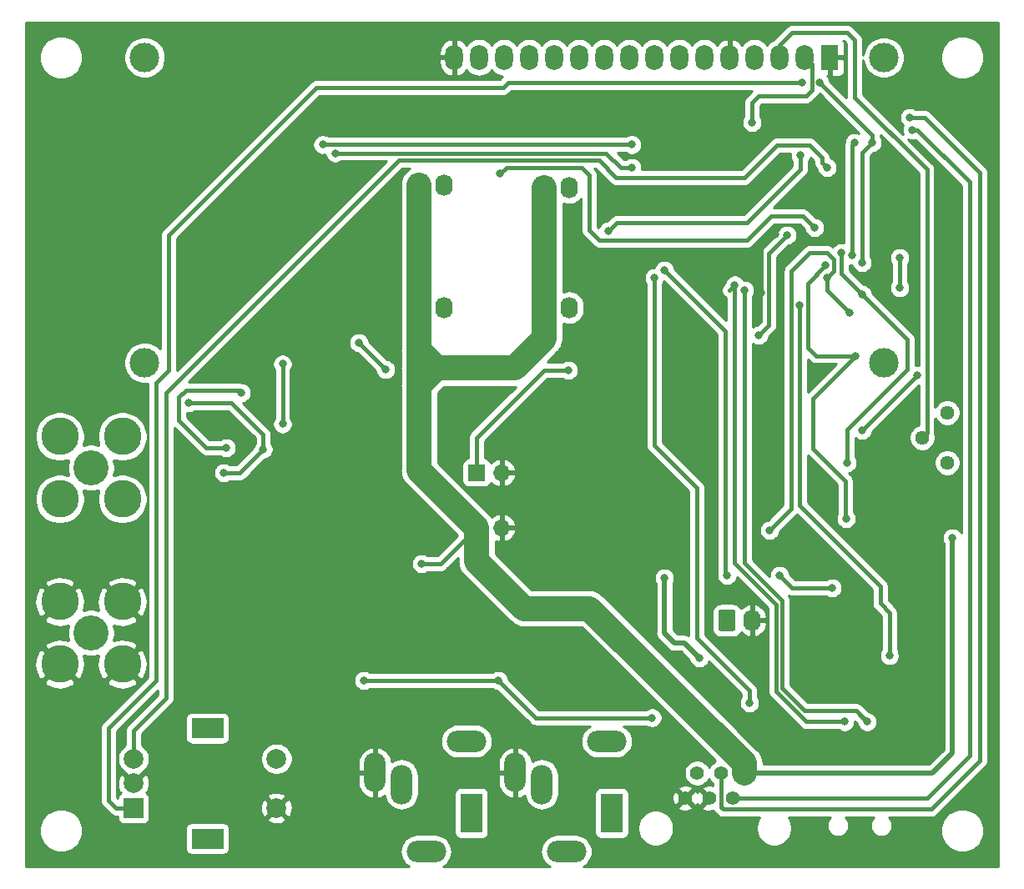
<source format=gbr>
%TF.GenerationSoftware,KiCad,Pcbnew,5.1.6-c6e7f7d~87~ubuntu18.04.1*%
%TF.CreationDate,2020-08-04T17:41:11-05:00*%
%TF.ProjectId,pHMeter,70484d65-7465-4722-9e6b-696361645f70,0.1*%
%TF.SameCoordinates,Original*%
%TF.FileFunction,Copper,L2,Bot*%
%TF.FilePolarity,Positive*%
%FSLAX46Y46*%
G04 Gerber Fmt 4.6, Leading zero omitted, Abs format (unit mm)*
G04 Created by KiCad (PCBNEW 5.1.6-c6e7f7d~87~ubuntu18.04.1) date 2020-08-04 17:41:11*
%MOMM*%
%LPD*%
G01*
G04 APERTURE LIST*
%TA.AperFunction,ComponentPad*%
%ADD10R,1.700000X1.700000*%
%TD*%
%TA.AperFunction,ComponentPad*%
%ADD11O,1.700000X1.700000*%
%TD*%
%TA.AperFunction,ComponentPad*%
%ADD12R,1.800000X2.600000*%
%TD*%
%TA.AperFunction,ComponentPad*%
%ADD13O,1.800000X2.600000*%
%TD*%
%TA.AperFunction,ComponentPad*%
%ADD14C,3.000000*%
%TD*%
%TA.AperFunction,ComponentPad*%
%ADD15C,3.810000*%
%TD*%
%TA.AperFunction,ComponentPad*%
%ADD16C,3.556000*%
%TD*%
%TA.AperFunction,ComponentPad*%
%ADD17C,2.000000*%
%TD*%
%TA.AperFunction,ComponentPad*%
%ADD18R,3.200000X2.000000*%
%TD*%
%TA.AperFunction,ComponentPad*%
%ADD19R,2.000000X2.000000*%
%TD*%
%TA.AperFunction,ComponentPad*%
%ADD20C,1.397000*%
%TD*%
%TA.AperFunction,ComponentPad*%
%ADD21R,2.200000X4.000000*%
%TD*%
%TA.AperFunction,ComponentPad*%
%ADD22O,4.000000X2.200000*%
%TD*%
%TA.AperFunction,ComponentPad*%
%ADD23O,2.200000X4.000000*%
%TD*%
%TA.AperFunction,ComponentPad*%
%ADD24O,1.740000X2.190000*%
%TD*%
%TA.AperFunction,ComponentPad*%
%ADD25C,1.440000*%
%TD*%
%TA.AperFunction,ViaPad*%
%ADD26C,0.800000*%
%TD*%
%TA.AperFunction,Conductor*%
%ADD27C,0.406400*%
%TD*%
%TA.AperFunction,Conductor*%
%ADD28C,2.540000*%
%TD*%
%TA.AperFunction,Conductor*%
%ADD29C,0.508000*%
%TD*%
%TA.AperFunction,Conductor*%
%ADD30C,0.254000*%
%TD*%
G04 APERTURE END LIST*
D10*
%TO.P,JP2,1*%
%TO.N,12V*%
X225806000Y-113538000D03*
D11*
%TO.P,JP2,2*%
%TO.N,GND*%
X228346000Y-113538000D03*
%TD*%
%TO.P,JP1,2*%
%TO.N,GND*%
X228346000Y-107950000D03*
D10*
%TO.P,JP1,1*%
%TO.N,3.3V*%
X225806000Y-107950000D03*
%TD*%
D12*
%TO.P,DS1,1*%
%TO.N,GND*%
X261620000Y-65786000D03*
D13*
%TO.P,DS1,2*%
%TO.N,D13*%
X259080000Y-65786000D03*
%TO.P,DS1,3*%
%TO.N,Net-(DS1-Pad3)*%
X256540000Y-65786000D03*
%TO.P,DS1,4*%
%TO.N,A6*%
X254000000Y-65786000D03*
%TO.P,DS1,5*%
%TO.N,GND*%
X251460000Y-65786000D03*
%TO.P,DS1,6*%
%TO.N,D6*%
X248920000Y-65786000D03*
%TO.P,DS1,7*%
%TO.N,Net-(DS1-Pad7)*%
X246380000Y-65786000D03*
%TO.P,DS1,8*%
%TO.N,Net-(DS1-Pad8)*%
X243840000Y-65786000D03*
%TO.P,DS1,9*%
%TO.N,Net-(DS1-Pad9)*%
X241300000Y-65786000D03*
%TO.P,DS1,10*%
%TO.N,Net-(DS1-Pad10)*%
X238760000Y-65786000D03*
%TO.P,DS1,11*%
%TO.N,D8*%
X236220000Y-65786000D03*
%TO.P,DS1,12*%
%TO.N,D9*%
X233680000Y-65786000D03*
%TO.P,DS1,13*%
%TO.N,D10*%
X231140000Y-65786000D03*
%TO.P,DS1,14*%
%TO.N,D5*%
X228600000Y-65786000D03*
%TO.P,DS1,15*%
%TO.N,Net-(DS1-Pad15)*%
X226060000Y-65786000D03*
%TO.P,DS1,16*%
%TO.N,GND*%
X223520000Y-65786000D03*
D14*
%TO.P,DS1,*%
%TO.N,*%
X267119100Y-65786000D03*
X267119100Y-96786700D03*
X192120520Y-96786700D03*
X192120000Y-65786000D03*
%TD*%
D15*
%TO.P,J2,2*%
%TO.N,GND*%
X183515000Y-121031000D03*
D16*
%TO.P,J2,1*%
%TO.N,Net-(J2-Pad1)*%
X186690000Y-124206000D03*
D15*
%TO.P,J2,2*%
%TO.N,GND*%
X189865000Y-121031000D03*
X183515000Y-127381000D03*
X189865000Y-127381000D03*
%TD*%
%TO.P,J3,2*%
%TO.N,Net-(J3-Pad2)*%
X189865000Y-110617000D03*
X183515000Y-110617000D03*
X189865000Y-104267000D03*
D16*
%TO.P,J3,1*%
%TO.N,Net-(J3-Pad1)*%
X186690000Y-107442000D03*
D15*
%TO.P,J3,2*%
%TO.N,Net-(J3-Pad2)*%
X183515000Y-104267000D03*
%TD*%
D17*
%TO.P,SW1,S1*%
%TO.N,D7*%
X205508000Y-136986000D03*
%TO.P,SW1,S2*%
%TO.N,GND*%
X205508000Y-141986000D03*
D18*
%TO.P,SW1,MP*%
%TO.N,N/C*%
X198508000Y-133886000D03*
X198508000Y-145086000D03*
D17*
%TO.P,SW1,B*%
%TO.N,RX*%
X191008000Y-136986000D03*
%TO.P,SW1,C*%
%TO.N,GND*%
X191008000Y-139486000D03*
D19*
%TO.P,SW1,A*%
%TO.N,TX*%
X191008000Y-141986000D03*
%TD*%
D20*
%TO.P,J5,6*%
%TO.N,GND*%
X246983999Y-140970000D03*
%TO.P,J5,5*%
%TO.N,Net-(J5-Pad5)*%
X248183999Y-138430000D03*
%TO.P,J5,4*%
%TO.N,GND*%
X249384000Y-140970000D03*
%TO.P,J5,3*%
%TO.N,SDA*%
X250584000Y-138430000D03*
%TO.P,J5,2*%
%TO.N,SCL*%
X251784000Y-140970000D03*
%TO.P,J5,1*%
%TO.N,12V*%
X252984000Y-138430000D03*
%TD*%
D21*
%TO.P,J4,T*%
%TO.N,Net-(J4-PadT)*%
X239522000Y-142494000D03*
D22*
%TO.P,J4,TN*%
%TO.N,Net-(J4-PadTN)*%
X239022000Y-135194000D03*
D23*
%TO.P,J4,RN*%
%TO.N,Net-(J4-PadRN)*%
X232422000Y-139594000D03*
%TO.P,J4,R*%
%TO.N,GND*%
X229722000Y-138394000D03*
D22*
%TO.P,J4,S*%
%TO.N,Net-(D19-Pad1)*%
X234922000Y-146394000D03*
%TD*%
%TO.P,J6,S*%
%TO.N,Net-(D20-Pad1)*%
X220690000Y-146394000D03*
D23*
%TO.P,J6,R*%
%TO.N,GND*%
X215490000Y-138394000D03*
%TO.P,J6,RN*%
%TO.N,Net-(J6-PadRN)*%
X218190000Y-139594000D03*
D22*
%TO.P,J6,TN*%
%TO.N,Net-(J6-PadTN)*%
X224790000Y-135194000D03*
D21*
%TO.P,J6,T*%
%TO.N,Net-(J6-PadT)*%
X225290000Y-142494000D03*
%TD*%
%TO.P,JP3,1*%
%TO.N,12V*%
%TA.AperFunction,ComponentPad*%
G36*
G01*
X219094000Y-92031001D02*
X219094000Y-90340999D01*
G75*
G02*
X219343999Y-90091000I249999J0D01*
G01*
X220584001Y-90091000D01*
G75*
G02*
X220834000Y-90340999I0J-249999D01*
G01*
X220834000Y-92031001D01*
G75*
G02*
X220584001Y-92281000I-249999J0D01*
G01*
X219343999Y-92281000D01*
G75*
G02*
X219094000Y-92031001I0J249999D01*
G01*
G37*
%TD.AperFunction*%
D24*
%TO.P,JP3,2*%
%TO.N,Net-(JP3-Pad2)*%
X222504000Y-91186000D03*
%TD*%
%TO.P,JP4,2*%
%TO.N,Net-(JP4-Pad2)*%
X222504000Y-78740000D03*
%TO.P,JP4,1*%
%TO.N,12V*%
%TA.AperFunction,ComponentPad*%
G36*
G01*
X219094000Y-79585001D02*
X219094000Y-77894999D01*
G75*
G02*
X219343999Y-77645000I249999J0D01*
G01*
X220584001Y-77645000D01*
G75*
G02*
X220834000Y-77894999I0J-249999D01*
G01*
X220834000Y-79585001D01*
G75*
G02*
X220584001Y-79835000I-249999J0D01*
G01*
X219343999Y-79835000D01*
G75*
G02*
X219094000Y-79585001I0J249999D01*
G01*
G37*
%TD.AperFunction*%
%TD*%
%TO.P,JP6,2*%
%TO.N,Net-(JP6-Pad2)*%
X235204000Y-78994000D03*
%TO.P,JP6,1*%
%TO.N,12V*%
%TA.AperFunction,ComponentPad*%
G36*
G01*
X231794000Y-79839001D02*
X231794000Y-78148999D01*
G75*
G02*
X232043999Y-77899000I249999J0D01*
G01*
X233284001Y-77899000D01*
G75*
G02*
X233534000Y-78148999I0J-249999D01*
G01*
X233534000Y-79839001D01*
G75*
G02*
X233284001Y-80089000I-249999J0D01*
G01*
X232043999Y-80089000D01*
G75*
G02*
X231794000Y-79839001I0J249999D01*
G01*
G37*
%TD.AperFunction*%
%TD*%
%TO.P,JP7,1*%
%TO.N,12V*%
%TA.AperFunction,ComponentPad*%
G36*
G01*
X231794000Y-92031001D02*
X231794000Y-90340999D01*
G75*
G02*
X232043999Y-90091000I249999J0D01*
G01*
X233284001Y-90091000D01*
G75*
G02*
X233534000Y-90340999I0J-249999D01*
G01*
X233534000Y-92031001D01*
G75*
G02*
X233284001Y-92281000I-249999J0D01*
G01*
X232043999Y-92281000D01*
G75*
G02*
X231794000Y-92031001I0J249999D01*
G01*
G37*
%TD.AperFunction*%
%TO.P,JP7,2*%
%TO.N,Net-(JP7-Pad2)*%
X235204000Y-91186000D03*
%TD*%
D25*
%TO.P,RV1,3*%
%TO.N,Net-(R33-Pad1)*%
X273558000Y-101854000D03*
%TO.P,RV1,2*%
%TO.N,Net-(DS1-Pad3)*%
X271018000Y-104394000D03*
%TO.P,RV1,1*%
%TO.N,Net-(R32-Pad2)*%
X273558000Y-106934000D03*
%TD*%
%TO.P,JP5,1*%
%TO.N,Net-(C23-Pad1)*%
%TA.AperFunction,ComponentPad*%
G36*
G01*
X250336000Y-123781001D02*
X250336000Y-122090999D01*
G75*
G02*
X250585999Y-121841000I249999J0D01*
G01*
X251826001Y-121841000D01*
G75*
G02*
X252076000Y-122090999I0J-249999D01*
G01*
X252076000Y-123781001D01*
G75*
G02*
X251826001Y-124031000I-249999J0D01*
G01*
X250585999Y-124031000D01*
G75*
G02*
X250336000Y-123781001I0J249999D01*
G01*
G37*
%TD.AperFunction*%
D24*
%TO.P,JP5,2*%
%TO.N,GND*%
X253746000Y-122936000D03*
%TD*%
D26*
%TO.N,3.3V*%
X268732000Y-89179400D03*
X268732000Y-86106000D03*
X235127800Y-97536000D03*
X228015800Y-129032000D03*
X214359600Y-129023000D03*
X243618800Y-132824000D03*
X213846300Y-94738300D03*
X216576800Y-97468800D03*
X264922000Y-103632000D03*
X206121000Y-96901000D03*
X206121000Y-102997000D03*
X270510000Y-98044000D03*
%TO.N,GND*%
X252882400Y-80314800D03*
X256108200Y-83743800D03*
X264134600Y-119659400D03*
X259791200Y-97612200D03*
X269544800Y-91135200D03*
X254660400Y-89687400D03*
X259765800Y-80238600D03*
X255092200Y-78435200D03*
X207670400Y-74498200D03*
X196621400Y-75209400D03*
X181254400Y-83286600D03*
X196342000Y-85928200D03*
X201879200Y-88468200D03*
X196875400Y-106756200D03*
X215163400Y-84150200D03*
X184912000Y-138176000D03*
X204978000Y-108204000D03*
X249174000Y-75946000D03*
%TO.N,Net-(C2-Pad2)*%
X200406000Y-105410000D03*
X201930000Y-99822000D03*
%TO.N,12V*%
X220218000Y-117170200D03*
X274066000Y-114554000D03*
%TO.N,VUSB*%
X267690600Y-126517400D03*
X258572000Y-90932000D03*
%TO.N,Net-(D1-Pad1)*%
X204165200Y-105562400D03*
X200152000Y-107950000D03*
X196596000Y-100838000D03*
%TO.N,D11*%
X260096000Y-83058000D03*
X228214000Y-77592000D03*
%TO.N,A4*%
X253492000Y-131318000D03*
X243840000Y-88138000D03*
%TO.N,MISO*%
X263398000Y-106934000D03*
X264922000Y-89839800D03*
X262763000Y-85623400D03*
%TO.N,SCK*%
X261366000Y-88138000D03*
X255524000Y-113792000D03*
X263652000Y-91694000D03*
%TO.N,MOSI*%
X261213600Y-86893400D03*
X263296400Y-112598200D03*
X264261600Y-96113600D03*
%TO.N,SCL*%
X270002000Y-73152000D03*
%TO.N,SDA*%
X269748000Y-71882000D03*
%TO.N,D12*%
X239191800Y-83388200D03*
X258648200Y-75692000D03*
%TO.N,USB_N*%
X263144000Y-133223000D03*
X251993400Y-88874600D03*
%TO.N,USB_P*%
X265430000Y-133223000D03*
X252984000Y-89408000D03*
%TO.N,D13*%
X253746000Y-72390000D03*
%TO.N,RXLED*%
X254431800Y-93980000D03*
X257302000Y-83820000D03*
%TO.N,RX*%
X261366000Y-76962000D03*
%TO.N,TX*%
X264922000Y-86614000D03*
X265938000Y-74422000D03*
X260604000Y-68326000D03*
X258826000Y-68326000D03*
%TO.N,TXLED*%
X263906000Y-85852000D03*
X264160000Y-74422000D03*
%TO.N,A0*%
X210185000Y-74625200D03*
X241554000Y-74625200D03*
%TO.N,A1*%
X211455000Y-75488800D03*
X241554000Y-76962000D03*
%TO.N,A5*%
X261874000Y-119634000D03*
X256540000Y-118364000D03*
X244856000Y-87376000D03*
X251206000Y-118364000D03*
%TO.N,VBAT*%
X244856000Y-118618000D03*
X248412000Y-126746000D03*
%TD*%
D27*
%TO.N,3.3V*%
X268732000Y-86106000D02*
X268732000Y-89179400D01*
X235127800Y-97536000D02*
X232638600Y-97536000D01*
X225806000Y-104368600D02*
X225806000Y-107950000D01*
X232638600Y-97536000D02*
X225806000Y-104368600D01*
X228006800Y-129023000D02*
X228015800Y-129032000D01*
X214359600Y-129023000D02*
X228006800Y-129023000D01*
X231807800Y-132824000D02*
X228015800Y-129032000D01*
X243618800Y-132824000D02*
X231807800Y-132824000D01*
X213846300Y-94738300D02*
X216576800Y-97468800D01*
X206121000Y-96901000D02*
X206121000Y-102997000D01*
X206121000Y-102997000D02*
X206121000Y-102997000D01*
X270510000Y-98044000D02*
X269240000Y-99314000D01*
X269240000Y-99314000D02*
X264922000Y-103632000D01*
%TO.N,GND*%
X254660400Y-85191600D02*
X254660400Y-89687400D01*
X256108200Y-83743800D02*
X254660400Y-85191600D01*
%TO.N,Net-(C2-Pad2)*%
X200406000Y-105410000D02*
X198374000Y-105410000D01*
X195616999Y-102652999D02*
X195616999Y-100293001D01*
X198374000Y-105410000D02*
X195616999Y-102652999D01*
X201676000Y-99568000D02*
X201930000Y-99822000D01*
X196342000Y-99568000D02*
X201676000Y-99568000D01*
X195616999Y-100293001D02*
X196342000Y-99568000D01*
D28*
%TO.N,12V*%
X252984000Y-137442172D02*
X237258628Y-121716800D01*
X252984000Y-138430000D02*
X252984000Y-137442172D01*
X230594800Y-121716800D02*
X225806000Y-116928000D01*
X225806000Y-116928000D02*
X225806000Y-113538000D01*
X237258628Y-121716800D02*
X230594800Y-121716800D01*
X225806000Y-113538000D02*
X219964000Y-107696000D01*
X232664000Y-91186000D02*
X232664000Y-78994000D01*
X219964000Y-78740000D02*
X219964000Y-91186000D01*
X232664000Y-91186000D02*
X232664000Y-94310200D01*
X232664000Y-94310200D02*
X229666800Y-97307400D01*
X221792800Y-97307400D02*
X219964000Y-97307400D01*
X229666800Y-97307400D02*
X221792800Y-97307400D01*
X219964000Y-95478600D02*
X221792800Y-97307400D01*
X219964000Y-95275400D02*
X219964000Y-91186000D01*
X219964000Y-95275400D02*
X219964000Y-95478600D01*
X219964000Y-97307400D02*
X219964000Y-95275400D01*
X221716600Y-97307400D02*
X219964000Y-99060000D01*
X221792800Y-97307400D02*
X221716600Y-97307400D01*
X219964000Y-107696000D02*
X219964000Y-99060000D01*
X219964000Y-99060000D02*
X219964000Y-97307400D01*
D27*
X222173800Y-117170200D02*
X225806000Y-113538000D01*
X220218000Y-117170200D02*
X222173800Y-117170200D01*
D29*
X272034000Y-138430000D02*
X252984000Y-138430000D01*
X274066000Y-136398000D02*
X272034000Y-138430000D01*
X274066000Y-114554000D02*
X274066000Y-136398000D01*
D27*
%TO.N,VUSB*%
X266750800Y-119456200D02*
X258572000Y-111277400D01*
X258572000Y-111277400D02*
X258572000Y-90932000D01*
X266750800Y-121202598D02*
X266750800Y-119456200D01*
X267690600Y-126517400D02*
X267690600Y-122142398D01*
X267690600Y-122142398D02*
X266750800Y-121202598D01*
%TO.N,Net-(D1-Pad1)*%
X200152000Y-107950000D02*
X201777600Y-107950000D01*
X201777600Y-107950000D02*
X202361800Y-107365800D01*
X202361800Y-107365800D02*
X204165200Y-105562400D01*
X204165200Y-104089200D02*
X204165200Y-105562400D01*
X196596000Y-100838000D02*
X200914000Y-100838000D01*
X200914000Y-100838000D02*
X204165200Y-104089200D01*
%TO.N,Net-(DS1-Pad3)*%
X256540000Y-65786000D02*
X256540000Y-64516000D01*
X256540000Y-64516000D02*
X257810000Y-63246000D01*
X257810000Y-63246000D02*
X263398000Y-63246000D01*
X263398000Y-63246000D02*
X264160000Y-64008000D01*
X264160000Y-64008000D02*
X264160000Y-69850000D01*
X271489001Y-103922999D02*
X271018000Y-104394000D01*
X271489001Y-77179001D02*
X271489001Y-103922999D01*
X264160000Y-69850000D02*
X271489001Y-77179001D01*
%TO.N,D11*%
X236474000Y-76962000D02*
X228844000Y-76962000D01*
X237236000Y-77724000D02*
X236474000Y-76962000D01*
X228844000Y-76962000D02*
X228214000Y-77592000D01*
X258902200Y-81864200D02*
X255701800Y-81864200D01*
X260096000Y-83058000D02*
X258902200Y-81864200D01*
X255701800Y-81864200D02*
X253238000Y-84328000D01*
X253238000Y-84328000D02*
X238252000Y-84328000D01*
X237236000Y-83312000D02*
X237236000Y-77724000D01*
X238252000Y-84328000D02*
X237236000Y-83312000D01*
%TO.N,A4*%
X253492000Y-130048000D02*
X248158000Y-124714000D01*
X248158000Y-124714000D02*
X248158000Y-109474000D01*
X243840000Y-105156000D02*
X243840000Y-88138000D01*
X243840000Y-88138000D02*
X243840000Y-88138000D01*
X253492000Y-130048000D02*
X253492000Y-131318000D01*
X248158000Y-109474000D02*
X243840000Y-105156000D01*
%TO.N,MISO*%
X262801100Y-87718900D02*
X264922000Y-89839800D01*
X263398000Y-103574998D02*
X263398000Y-106934000D01*
X264922000Y-89839800D02*
X269494000Y-94411800D01*
X269494000Y-97478998D02*
X263398000Y-103574998D01*
X269494000Y-94411800D02*
X269494000Y-97478998D01*
X262801100Y-85661500D02*
X262763000Y-85623400D01*
X262801100Y-87718900D02*
X262801100Y-85661500D01*
%TO.N,SCK*%
X257752010Y-111563990D02*
X257752010Y-87433990D01*
X255524000Y-113792000D02*
X257752010Y-111563990D01*
X257752010Y-87433990D02*
X259588000Y-85598000D01*
X259588000Y-85598000D02*
X261366000Y-85598000D01*
X261366000Y-89408000D02*
X263652000Y-91694000D01*
X261366000Y-88138000D02*
X261366000Y-89408000D01*
X262016801Y-86248801D02*
X262016801Y-87487199D01*
X261366000Y-85598000D02*
X262016801Y-86248801D01*
X262016801Y-87487199D02*
X261366000Y-88138000D01*
%TO.N,MOSI*%
X263296400Y-112598200D02*
X263296400Y-112598200D01*
X260248400Y-96062800D02*
X264210800Y-96062800D01*
X264210800Y-96062800D02*
X264261600Y-96113600D01*
X259410200Y-95224600D02*
X260248400Y-96062800D01*
X261213600Y-86893400D02*
X259410200Y-88696800D01*
X259410200Y-88696800D02*
X259410200Y-95224600D01*
X263194800Y-108762800D02*
X263194800Y-112496600D01*
X259943600Y-105511600D02*
X263194800Y-108762800D01*
X259943600Y-100431600D02*
X259943600Y-105511600D01*
X263194800Y-112496600D02*
X263296400Y-112598200D01*
X264261600Y-96113600D02*
X259943600Y-100431600D01*
%TO.N,SCL*%
X251784000Y-140970000D02*
X271526000Y-140970000D01*
X275807001Y-136688999D02*
X275807001Y-78449001D01*
X271526000Y-140970000D02*
X275807001Y-136688999D01*
X275807001Y-78449001D02*
X270510000Y-73152000D01*
X270510000Y-73152000D02*
X270002000Y-73152000D01*
X270002000Y-73152000D02*
X270002000Y-73152000D01*
%TO.N,SDA*%
X269748000Y-71882000D02*
X269748000Y-71882000D01*
X276860000Y-77470000D02*
X276860000Y-137160000D01*
X269748000Y-71882000D02*
X271272000Y-71882000D01*
X276860000Y-137160000D02*
X271907000Y-142113000D01*
X250584000Y-141872000D02*
X250584000Y-138430000D01*
X271907000Y-142113000D02*
X250825000Y-142113000D01*
X271272000Y-71882000D02*
X276860000Y-77470000D01*
X250825000Y-142113000D02*
X250584000Y-141872000D01*
%TO.N,D12*%
X240030000Y-82550000D02*
X239191800Y-83388200D01*
X253238000Y-82550000D02*
X240030000Y-82550000D01*
X258648200Y-75692000D02*
X258648200Y-77139800D01*
X258648200Y-77139800D02*
X253238000Y-82550000D01*
%TO.N,USB_N*%
X251993400Y-88874600D02*
X251993400Y-88874600D01*
X251993400Y-88874600D02*
X251460000Y-89408000D01*
X259283200Y-133223000D02*
X263144000Y-133223000D01*
X256187590Y-130127390D02*
X259283200Y-133223000D01*
X256187590Y-121313590D02*
X256187590Y-130127390D01*
X251993400Y-117119400D02*
X256187590Y-121313590D01*
X251993400Y-88874600D02*
X251993400Y-117119400D01*
%TO.N,USB_P*%
X265430000Y-133223000D02*
X264704999Y-132497999D01*
X264287000Y-132080000D02*
X265430000Y-133223000D01*
X256794000Y-129794000D02*
X259080000Y-132080000D01*
X256794000Y-120904000D02*
X256794000Y-129794000D01*
X252984000Y-117094000D02*
X256794000Y-120904000D01*
X259080000Y-132080000D02*
X264287000Y-132080000D01*
X252984000Y-89408000D02*
X252984000Y-117094000D01*
%TO.N,D13*%
X259800799Y-69129201D02*
X259800799Y-66506799D01*
X259232400Y-69697600D02*
X259800799Y-69129201D01*
X259800799Y-66506799D02*
X259080000Y-65786000D01*
X253746000Y-70358000D02*
X254406400Y-69697600D01*
X253746000Y-72390000D02*
X253746000Y-70358000D01*
X254406400Y-69697600D02*
X259232400Y-69697600D01*
%TO.N,RXLED*%
X255473200Y-92938600D02*
X254431800Y-93980000D01*
X257302000Y-83820000D02*
X255473200Y-85648800D01*
X255473200Y-85648800D02*
X255473200Y-92938600D01*
%TO.N,RX*%
X191008000Y-134112000D02*
X191008000Y-136986000D01*
X261366000Y-76962000D02*
X260858000Y-76454000D01*
X260858000Y-76454000D02*
X260858000Y-75946000D01*
X194310000Y-99822000D02*
X194310000Y-130810000D01*
X217895001Y-76236999D02*
X194310000Y-99822000D01*
X260858000Y-75946000D02*
X259574199Y-74662199D01*
X256299801Y-74662199D02*
X252984000Y-77978000D01*
X259574199Y-74662199D02*
X256299801Y-74662199D01*
X194310000Y-130810000D02*
X191008000Y-134112000D01*
X239956002Y-77978000D02*
X238215001Y-76236999D01*
X242570000Y-77978000D02*
X239956002Y-77978000D01*
X238215001Y-76236999D02*
X217895001Y-76236999D01*
X252984000Y-77978000D02*
X242570000Y-77978000D01*
%TO.N,TX*%
X264922000Y-86614000D02*
X264922000Y-75438000D01*
X264922000Y-75438000D02*
X265938000Y-74422000D01*
X265938000Y-74422000D02*
X265938000Y-74422000D01*
X264160000Y-71882000D02*
X260604000Y-68326000D01*
X265938000Y-73660000D02*
X264160000Y-71882000D01*
X265938000Y-74422000D02*
X265938000Y-73660000D01*
X260604000Y-68326000D02*
X260604000Y-68326000D01*
X193294000Y-129032000D02*
X188468000Y-133858000D01*
X193294000Y-98806000D02*
X193294000Y-129032000D01*
X194564000Y-97536000D02*
X193294000Y-98806000D01*
X189230000Y-141986000D02*
X191008000Y-141986000D01*
X188468000Y-141224000D02*
X189230000Y-141986000D01*
X194564000Y-83820000D02*
X194564000Y-97536000D01*
X229007575Y-68326000D02*
X228499575Y-68834000D01*
X209550000Y-68834000D02*
X194564000Y-83820000D01*
X188468000Y-133858000D02*
X188468000Y-141224000D01*
X228499575Y-68834000D02*
X209550000Y-68834000D01*
X258826000Y-68326000D02*
X229007575Y-68326000D01*
%TO.N,TXLED*%
X263906000Y-85852000D02*
X263906000Y-74676000D01*
X263906000Y-74676000D02*
X264160000Y-74422000D01*
X264160000Y-74422000D02*
X264160000Y-74422000D01*
%TO.N,A0*%
X241554000Y-74625200D02*
X210185000Y-74625200D01*
%TO.N,A1*%
X240436400Y-76962000D02*
X238963200Y-75488800D01*
X241554000Y-76962000D02*
X240436400Y-76962000D01*
X238963200Y-75488800D02*
X211455000Y-75488800D01*
%TO.N,A5*%
X261874000Y-119634000D02*
X257810000Y-119634000D01*
X257810000Y-119634000D02*
X256540000Y-118364000D01*
X256540000Y-118364000D02*
X256540000Y-118364000D01*
X244856000Y-87376000D02*
X244856000Y-87376000D01*
X251060001Y-118218001D02*
X251206000Y-118364000D01*
X244856000Y-87376000D02*
X251060001Y-93580001D01*
X251060001Y-93580001D02*
X251060001Y-118218001D01*
D29*
%TO.N,VBAT*%
X244856000Y-118618000D02*
X244856000Y-124206000D01*
X244856000Y-124206000D02*
X245872000Y-125222000D01*
X246888000Y-125222000D02*
X248412000Y-126746000D01*
X245872000Y-125222000D02*
X246888000Y-125222000D01*
%TD*%
D30*
%TO.N,GND*%
G36*
X278740001Y-147930000D02*
G01*
X236628896Y-147930000D01*
X236790578Y-147843579D01*
X237054766Y-147626766D01*
X237271579Y-147362578D01*
X237432686Y-147061168D01*
X237531895Y-146734119D01*
X237565394Y-146394000D01*
X237531895Y-146053881D01*
X237432686Y-145726832D01*
X237271579Y-145425422D01*
X237054766Y-145161234D01*
X236790578Y-144944421D01*
X236489168Y-144783314D01*
X236162119Y-144684105D01*
X235907225Y-144659000D01*
X233936775Y-144659000D01*
X233681881Y-144684105D01*
X233354832Y-144783314D01*
X233053422Y-144944421D01*
X232789234Y-145161234D01*
X232572421Y-145425422D01*
X232411314Y-145726832D01*
X232312105Y-146053881D01*
X232278606Y-146394000D01*
X232312105Y-146734119D01*
X232411314Y-147061168D01*
X232572421Y-147362578D01*
X232789234Y-147626766D01*
X233053422Y-147843579D01*
X233215104Y-147930000D01*
X222396896Y-147930000D01*
X222558578Y-147843579D01*
X222822766Y-147626766D01*
X223039579Y-147362578D01*
X223200686Y-147061168D01*
X223299895Y-146734119D01*
X223333394Y-146394000D01*
X223299895Y-146053881D01*
X223200686Y-145726832D01*
X223039579Y-145425422D01*
X222822766Y-145161234D01*
X222558578Y-144944421D01*
X222257168Y-144783314D01*
X221930119Y-144684105D01*
X221675225Y-144659000D01*
X219704775Y-144659000D01*
X219449881Y-144684105D01*
X219122832Y-144783314D01*
X218821422Y-144944421D01*
X218557234Y-145161234D01*
X218340421Y-145425422D01*
X218179314Y-145726832D01*
X218080105Y-146053881D01*
X218046606Y-146394000D01*
X218080105Y-146734119D01*
X218179314Y-147061168D01*
X218340421Y-147362578D01*
X218557234Y-147626766D01*
X218821422Y-147843579D01*
X218983104Y-147930000D01*
X180060000Y-147930000D01*
X180060000Y-144051872D01*
X181407000Y-144051872D01*
X181407000Y-144492128D01*
X181492890Y-144923925D01*
X181661369Y-145330669D01*
X181905962Y-145696729D01*
X182217271Y-146008038D01*
X182583331Y-146252631D01*
X182990075Y-146421110D01*
X183421872Y-146507000D01*
X183862128Y-146507000D01*
X184293925Y-146421110D01*
X184700669Y-146252631D01*
X185066729Y-146008038D01*
X185378038Y-145696729D01*
X185622631Y-145330669D01*
X185791110Y-144923925D01*
X185877000Y-144492128D01*
X185877000Y-144086000D01*
X196269928Y-144086000D01*
X196269928Y-146086000D01*
X196282188Y-146210482D01*
X196318498Y-146330180D01*
X196377463Y-146440494D01*
X196456815Y-146537185D01*
X196553506Y-146616537D01*
X196663820Y-146675502D01*
X196783518Y-146711812D01*
X196908000Y-146724072D01*
X200108000Y-146724072D01*
X200232482Y-146711812D01*
X200352180Y-146675502D01*
X200462494Y-146616537D01*
X200559185Y-146537185D01*
X200638537Y-146440494D01*
X200697502Y-146330180D01*
X200733812Y-146210482D01*
X200746072Y-146086000D01*
X200746072Y-144086000D01*
X200733812Y-143961518D01*
X200697502Y-143841820D01*
X200638537Y-143731506D01*
X200559185Y-143634815D01*
X200462494Y-143555463D01*
X200352180Y-143496498D01*
X200232482Y-143460188D01*
X200108000Y-143447928D01*
X196908000Y-143447928D01*
X196783518Y-143460188D01*
X196663820Y-143496498D01*
X196553506Y-143555463D01*
X196456815Y-143634815D01*
X196377463Y-143731506D01*
X196318498Y-143841820D01*
X196282188Y-143961518D01*
X196269928Y-144086000D01*
X185877000Y-144086000D01*
X185877000Y-144051872D01*
X185791110Y-143620075D01*
X185622631Y-143213331D01*
X185378038Y-142847271D01*
X185066729Y-142535962D01*
X184700669Y-142291369D01*
X184293925Y-142122890D01*
X183862128Y-142037000D01*
X183421872Y-142037000D01*
X182990075Y-142122890D01*
X182583331Y-142291369D01*
X182217271Y-142535962D01*
X181905962Y-142847271D01*
X181661369Y-143213331D01*
X181492890Y-143620075D01*
X181407000Y-144051872D01*
X180060000Y-144051872D01*
X180060000Y-133858000D01*
X187625746Y-133858000D01*
X187629800Y-133899163D01*
X187629801Y-141182827D01*
X187625746Y-141224000D01*
X187641929Y-141388315D01*
X187689858Y-141546316D01*
X187767691Y-141691931D01*
X187796280Y-141726766D01*
X187872437Y-141819564D01*
X187904413Y-141845806D01*
X188608193Y-142549587D01*
X188634436Y-142581564D01*
X188762068Y-142686309D01*
X188907683Y-142764142D01*
X189065684Y-142812071D01*
X189188830Y-142824200D01*
X189188837Y-142824200D01*
X189230000Y-142828254D01*
X189271163Y-142824200D01*
X189369928Y-142824200D01*
X189369928Y-142986000D01*
X189382188Y-143110482D01*
X189418498Y-143230180D01*
X189477463Y-143340494D01*
X189556815Y-143437185D01*
X189653506Y-143516537D01*
X189763820Y-143575502D01*
X189883518Y-143611812D01*
X190008000Y-143624072D01*
X192008000Y-143624072D01*
X192132482Y-143611812D01*
X192252180Y-143575502D01*
X192362494Y-143516537D01*
X192459185Y-143437185D01*
X192538537Y-143340494D01*
X192597502Y-143230180D01*
X192630496Y-143121413D01*
X204552192Y-143121413D01*
X204647956Y-143385814D01*
X204937571Y-143526704D01*
X205249108Y-143608384D01*
X205570595Y-143627718D01*
X205889675Y-143583961D01*
X206194088Y-143478795D01*
X206368044Y-143385814D01*
X206463808Y-143121413D01*
X205508000Y-142165605D01*
X204552192Y-143121413D01*
X192630496Y-143121413D01*
X192633812Y-143110482D01*
X192646072Y-142986000D01*
X192646072Y-142048595D01*
X203866282Y-142048595D01*
X203910039Y-142367675D01*
X204015205Y-142672088D01*
X204108186Y-142846044D01*
X204372587Y-142941808D01*
X205328395Y-141986000D01*
X205687605Y-141986000D01*
X206643413Y-142941808D01*
X206907814Y-142846044D01*
X207048704Y-142556429D01*
X207130384Y-142244892D01*
X207149718Y-141923405D01*
X207105961Y-141604325D01*
X207000795Y-141299912D01*
X206907814Y-141125956D01*
X206643413Y-141030192D01*
X205687605Y-141986000D01*
X205328395Y-141986000D01*
X204372587Y-141030192D01*
X204108186Y-141125956D01*
X203967296Y-141415571D01*
X203885616Y-141727108D01*
X203866282Y-142048595D01*
X192646072Y-142048595D01*
X192646072Y-140986000D01*
X192633812Y-140861518D01*
X192630497Y-140850587D01*
X204552192Y-140850587D01*
X205508000Y-141806395D01*
X206463808Y-140850587D01*
X206368044Y-140586186D01*
X206078429Y-140445296D01*
X205766892Y-140363616D01*
X205445405Y-140344282D01*
X205126325Y-140388039D01*
X204821912Y-140493205D01*
X204647956Y-140586186D01*
X204552192Y-140850587D01*
X192630497Y-140850587D01*
X192597502Y-140741820D01*
X192538537Y-140631506D01*
X192459185Y-140534815D01*
X192362494Y-140455463D01*
X192258777Y-140400024D01*
X192407814Y-140346044D01*
X192548704Y-140056429D01*
X192630384Y-139744892D01*
X192649718Y-139423405D01*
X192605961Y-139104325D01*
X192500795Y-138799912D01*
X192407814Y-138625956D01*
X192143413Y-138530192D01*
X191187605Y-139486000D01*
X191201748Y-139500143D01*
X191022143Y-139679748D01*
X191008000Y-139665605D01*
X190993858Y-139679748D01*
X190814253Y-139500143D01*
X190828395Y-139486000D01*
X189872587Y-138530192D01*
X189608186Y-138625956D01*
X189467296Y-138915571D01*
X189385616Y-139227108D01*
X189366282Y-139548595D01*
X189410039Y-139867675D01*
X189515205Y-140172088D01*
X189608186Y-140346044D01*
X189757223Y-140400024D01*
X189653506Y-140455463D01*
X189556815Y-140534815D01*
X189477463Y-140631506D01*
X189418498Y-140741820D01*
X189382188Y-140861518D01*
X189374004Y-140944611D01*
X189306200Y-140876807D01*
X189306200Y-134205193D01*
X193471801Y-130039593D01*
X193471801Y-130462805D01*
X190444418Y-133490189D01*
X190412436Y-133516436D01*
X190307691Y-133644069D01*
X190229858Y-133789684D01*
X190181929Y-133947685D01*
X190169800Y-134070831D01*
X190169800Y-134070837D01*
X190165746Y-134112000D01*
X190169800Y-134153163D01*
X190169801Y-135579669D01*
X189965748Y-135716013D01*
X189738013Y-135943748D01*
X189559082Y-136211537D01*
X189435832Y-136509088D01*
X189373000Y-136824967D01*
X189373000Y-137147033D01*
X189435832Y-137462912D01*
X189559082Y-137760463D01*
X189738013Y-138028252D01*
X189965748Y-138255987D01*
X190062935Y-138320925D01*
X190052192Y-138350587D01*
X191008000Y-139306395D01*
X191963808Y-138350587D01*
X191953065Y-138320925D01*
X192050252Y-138255987D01*
X192277987Y-138028252D01*
X192456918Y-137760463D01*
X192580168Y-137462912D01*
X192643000Y-137147033D01*
X192643000Y-136824967D01*
X203873000Y-136824967D01*
X203873000Y-137147033D01*
X203935832Y-137462912D01*
X204059082Y-137760463D01*
X204238013Y-138028252D01*
X204465748Y-138255987D01*
X204733537Y-138434918D01*
X205031088Y-138558168D01*
X205346967Y-138621000D01*
X205669033Y-138621000D01*
X205984912Y-138558168D01*
X206074643Y-138521000D01*
X213755000Y-138521000D01*
X213755000Y-139421000D01*
X213813114Y-139757041D01*
X213935670Y-140075288D01*
X214117958Y-140363511D01*
X214352973Y-140610633D01*
X214631683Y-140807157D01*
X214943378Y-140945531D01*
X215093878Y-140983175D01*
X215363000Y-140865125D01*
X215363000Y-138521000D01*
X213755000Y-138521000D01*
X206074643Y-138521000D01*
X206282463Y-138434918D01*
X206550252Y-138255987D01*
X206777987Y-138028252D01*
X206956918Y-137760463D01*
X207080168Y-137462912D01*
X207099246Y-137367000D01*
X213755000Y-137367000D01*
X213755000Y-138267000D01*
X215363000Y-138267000D01*
X215363000Y-135922875D01*
X215617000Y-135922875D01*
X215617000Y-138267000D01*
X215637000Y-138267000D01*
X215637000Y-138521000D01*
X215617000Y-138521000D01*
X215617000Y-140865125D01*
X215886122Y-140983175D01*
X216036622Y-140945531D01*
X216348317Y-140807157D01*
X216469064Y-140722016D01*
X216480106Y-140834119D01*
X216579315Y-141161168D01*
X216740422Y-141462578D01*
X216957235Y-141726766D01*
X217221423Y-141943579D01*
X217522833Y-142104686D01*
X217849882Y-142203895D01*
X218190000Y-142237394D01*
X218530119Y-142203895D01*
X218857168Y-142104686D01*
X219158578Y-141943579D01*
X219422766Y-141726766D01*
X219639579Y-141462578D01*
X219800686Y-141161168D01*
X219899895Y-140834119D01*
X219925000Y-140579225D01*
X219925000Y-140494000D01*
X223551928Y-140494000D01*
X223551928Y-144494000D01*
X223564188Y-144618482D01*
X223600498Y-144738180D01*
X223659463Y-144848494D01*
X223738815Y-144945185D01*
X223835506Y-145024537D01*
X223945820Y-145083502D01*
X224065518Y-145119812D01*
X224190000Y-145132072D01*
X226390000Y-145132072D01*
X226514482Y-145119812D01*
X226634180Y-145083502D01*
X226744494Y-145024537D01*
X226841185Y-144945185D01*
X226920537Y-144848494D01*
X226979502Y-144738180D01*
X227015812Y-144618482D01*
X227028072Y-144494000D01*
X227028072Y-140494000D01*
X227015812Y-140369518D01*
X226979502Y-140249820D01*
X226920537Y-140139506D01*
X226841185Y-140042815D01*
X226744494Y-139963463D01*
X226634180Y-139904498D01*
X226514482Y-139868188D01*
X226390000Y-139855928D01*
X224190000Y-139855928D01*
X224065518Y-139868188D01*
X223945820Y-139904498D01*
X223835506Y-139963463D01*
X223738815Y-140042815D01*
X223659463Y-140139506D01*
X223600498Y-140249820D01*
X223564188Y-140369518D01*
X223551928Y-140494000D01*
X219925000Y-140494000D01*
X219925000Y-138608775D01*
X219916355Y-138521000D01*
X227987000Y-138521000D01*
X227987000Y-139421000D01*
X228045114Y-139757041D01*
X228167670Y-140075288D01*
X228349958Y-140363511D01*
X228584973Y-140610633D01*
X228863683Y-140807157D01*
X229175378Y-140945531D01*
X229325878Y-140983175D01*
X229595000Y-140865125D01*
X229595000Y-138521000D01*
X227987000Y-138521000D01*
X219916355Y-138521000D01*
X219899895Y-138353881D01*
X219800686Y-138026832D01*
X219639579Y-137725422D01*
X219422766Y-137461234D01*
X219307941Y-137367000D01*
X227987000Y-137367000D01*
X227987000Y-138267000D01*
X229595000Y-138267000D01*
X229595000Y-135922875D01*
X229849000Y-135922875D01*
X229849000Y-138267000D01*
X229869000Y-138267000D01*
X229869000Y-138521000D01*
X229849000Y-138521000D01*
X229849000Y-140865125D01*
X230118122Y-140983175D01*
X230268622Y-140945531D01*
X230580317Y-140807157D01*
X230701064Y-140722016D01*
X230712106Y-140834119D01*
X230811315Y-141161168D01*
X230972422Y-141462578D01*
X231189235Y-141726766D01*
X231453423Y-141943579D01*
X231754833Y-142104686D01*
X232081882Y-142203895D01*
X232422000Y-142237394D01*
X232762119Y-142203895D01*
X233089168Y-142104686D01*
X233390578Y-141943579D01*
X233654766Y-141726766D01*
X233871579Y-141462578D01*
X234032686Y-141161168D01*
X234131895Y-140834119D01*
X234157000Y-140579225D01*
X234157000Y-140494000D01*
X237783928Y-140494000D01*
X237783928Y-144494000D01*
X237796188Y-144618482D01*
X237832498Y-144738180D01*
X237891463Y-144848494D01*
X237970815Y-144945185D01*
X238067506Y-145024537D01*
X238177820Y-145083502D01*
X238297518Y-145119812D01*
X238422000Y-145132072D01*
X240622000Y-145132072D01*
X240746482Y-145119812D01*
X240866180Y-145083502D01*
X240976494Y-145024537D01*
X241073185Y-144945185D01*
X241152537Y-144848494D01*
X241211502Y-144738180D01*
X241247812Y-144618482D01*
X241260072Y-144494000D01*
X241260072Y-143848628D01*
X242142502Y-143848628D01*
X242142502Y-144211372D01*
X242213270Y-144567146D01*
X242352086Y-144902277D01*
X242553616Y-145203888D01*
X242810114Y-145460386D01*
X243111725Y-145661916D01*
X243446856Y-145800732D01*
X243802630Y-145871500D01*
X244165374Y-145871500D01*
X244521148Y-145800732D01*
X244856279Y-145661916D01*
X245157890Y-145460386D01*
X245414388Y-145203888D01*
X245615918Y-144902277D01*
X245754734Y-144567146D01*
X245825502Y-144211372D01*
X245825502Y-143848628D01*
X245754734Y-143492854D01*
X245615918Y-143157723D01*
X245414388Y-142856112D01*
X245157890Y-142599614D01*
X244856279Y-142398084D01*
X244521148Y-142259268D01*
X244165374Y-142188500D01*
X243802630Y-142188500D01*
X243446856Y-142259268D01*
X243111725Y-142398084D01*
X242810114Y-142599614D01*
X242553616Y-142856112D01*
X242352086Y-143157723D01*
X242213270Y-143492854D01*
X242142502Y-143848628D01*
X241260072Y-143848628D01*
X241260072Y-141890197D01*
X246243407Y-141890197D01*
X246302685Y-142123812D01*
X246540874Y-142234559D01*
X246796092Y-142296711D01*
X247058532Y-142307876D01*
X247318106Y-142267629D01*
X247564841Y-142177514D01*
X247665313Y-142123812D01*
X247724591Y-141890197D01*
X246983999Y-141149605D01*
X246243407Y-141890197D01*
X241260072Y-141890197D01*
X241260072Y-141044533D01*
X245646123Y-141044533D01*
X245686370Y-141304107D01*
X245776485Y-141550842D01*
X245830187Y-141651314D01*
X246063802Y-141710592D01*
X246804394Y-140970000D01*
X247163604Y-140970000D01*
X247904196Y-141710592D01*
X248137811Y-141651314D01*
X248180786Y-141558886D01*
X248230188Y-141651314D01*
X248463803Y-141710592D01*
X249204395Y-140970000D01*
X248463803Y-140229408D01*
X248230188Y-140288686D01*
X248187213Y-140381114D01*
X248137811Y-140288686D01*
X247904196Y-140229408D01*
X247163604Y-140970000D01*
X246804394Y-140970000D01*
X246063802Y-140229408D01*
X245830187Y-140288686D01*
X245719440Y-140526875D01*
X245657288Y-140782093D01*
X245646123Y-141044533D01*
X241260072Y-141044533D01*
X241260072Y-140494000D01*
X241247812Y-140369518D01*
X241211502Y-140249820D01*
X241152537Y-140139506D01*
X241078920Y-140049803D01*
X246243407Y-140049803D01*
X246983999Y-140790395D01*
X247724591Y-140049803D01*
X247665313Y-139816188D01*
X247427124Y-139705441D01*
X247171906Y-139643289D01*
X246909466Y-139632124D01*
X246649892Y-139672371D01*
X246403157Y-139762486D01*
X246302685Y-139816188D01*
X246243407Y-140049803D01*
X241078920Y-140049803D01*
X241073185Y-140042815D01*
X240976494Y-139963463D01*
X240866180Y-139904498D01*
X240746482Y-139868188D01*
X240622000Y-139855928D01*
X238422000Y-139855928D01*
X238297518Y-139868188D01*
X238177820Y-139904498D01*
X238067506Y-139963463D01*
X237970815Y-140042815D01*
X237891463Y-140139506D01*
X237832498Y-140249820D01*
X237796188Y-140369518D01*
X237783928Y-140494000D01*
X234157000Y-140494000D01*
X234157000Y-138608775D01*
X234131895Y-138353881D01*
X234032686Y-138026832D01*
X233871579Y-137725422D01*
X233654766Y-137461234D01*
X233390577Y-137244421D01*
X233089167Y-137083314D01*
X232762118Y-136984105D01*
X232422000Y-136950606D01*
X232081881Y-136984105D01*
X231754832Y-137083314D01*
X231453422Y-137244421D01*
X231437992Y-137257084D01*
X231398886Y-137030959D01*
X231276330Y-136712712D01*
X231094042Y-136424489D01*
X230859027Y-136177367D01*
X230580317Y-135980843D01*
X230268622Y-135842469D01*
X230118122Y-135804825D01*
X229849000Y-135922875D01*
X229595000Y-135922875D01*
X229325878Y-135804825D01*
X229175378Y-135842469D01*
X228863683Y-135980843D01*
X228584973Y-136177367D01*
X228349958Y-136424489D01*
X228167670Y-136712712D01*
X228045114Y-137030959D01*
X227987000Y-137367000D01*
X219307941Y-137367000D01*
X219158577Y-137244421D01*
X218857167Y-137083314D01*
X218530118Y-136984105D01*
X218190000Y-136950606D01*
X217849881Y-136984105D01*
X217522832Y-137083314D01*
X217221422Y-137244421D01*
X217205992Y-137257084D01*
X217166886Y-137030959D01*
X217044330Y-136712712D01*
X216862042Y-136424489D01*
X216627027Y-136177367D01*
X216348317Y-135980843D01*
X216036622Y-135842469D01*
X215886122Y-135804825D01*
X215617000Y-135922875D01*
X215363000Y-135922875D01*
X215093878Y-135804825D01*
X214943378Y-135842469D01*
X214631683Y-135980843D01*
X214352973Y-136177367D01*
X214117958Y-136424489D01*
X213935670Y-136712712D01*
X213813114Y-137030959D01*
X213755000Y-137367000D01*
X207099246Y-137367000D01*
X207143000Y-137147033D01*
X207143000Y-136824967D01*
X207080168Y-136509088D01*
X206956918Y-136211537D01*
X206777987Y-135943748D01*
X206550252Y-135716013D01*
X206282463Y-135537082D01*
X205984912Y-135413832D01*
X205669033Y-135351000D01*
X205346967Y-135351000D01*
X205031088Y-135413832D01*
X204733537Y-135537082D01*
X204465748Y-135716013D01*
X204238013Y-135943748D01*
X204059082Y-136211537D01*
X203935832Y-136509088D01*
X203873000Y-136824967D01*
X192643000Y-136824967D01*
X192580168Y-136509088D01*
X192456918Y-136211537D01*
X192277987Y-135943748D01*
X192050252Y-135716013D01*
X191846200Y-135579670D01*
X191846200Y-134459193D01*
X193419393Y-132886000D01*
X196269928Y-132886000D01*
X196269928Y-134886000D01*
X196282188Y-135010482D01*
X196318498Y-135130180D01*
X196377463Y-135240494D01*
X196456815Y-135337185D01*
X196553506Y-135416537D01*
X196663820Y-135475502D01*
X196783518Y-135511812D01*
X196908000Y-135524072D01*
X200108000Y-135524072D01*
X200232482Y-135511812D01*
X200352180Y-135475502D01*
X200462494Y-135416537D01*
X200559185Y-135337185D01*
X200638537Y-135240494D01*
X200663388Y-135194000D01*
X222146606Y-135194000D01*
X222180105Y-135534119D01*
X222279314Y-135861168D01*
X222440421Y-136162578D01*
X222657234Y-136426766D01*
X222921422Y-136643579D01*
X223222832Y-136804686D01*
X223549881Y-136903895D01*
X223804775Y-136929000D01*
X225775225Y-136929000D01*
X226030119Y-136903895D01*
X226357168Y-136804686D01*
X226658578Y-136643579D01*
X226922766Y-136426766D01*
X227139579Y-136162578D01*
X227300686Y-135861168D01*
X227399895Y-135534119D01*
X227433394Y-135194000D01*
X227399895Y-134853881D01*
X227300686Y-134526832D01*
X227139579Y-134225422D01*
X226922766Y-133961234D01*
X226658578Y-133744421D01*
X226357168Y-133583314D01*
X226030119Y-133484105D01*
X225775225Y-133459000D01*
X223804775Y-133459000D01*
X223549881Y-133484105D01*
X223222832Y-133583314D01*
X222921422Y-133744421D01*
X222657234Y-133961234D01*
X222440421Y-134225422D01*
X222279314Y-134526832D01*
X222180105Y-134853881D01*
X222146606Y-135194000D01*
X200663388Y-135194000D01*
X200697502Y-135130180D01*
X200733812Y-135010482D01*
X200746072Y-134886000D01*
X200746072Y-132886000D01*
X200733812Y-132761518D01*
X200697502Y-132641820D01*
X200638537Y-132531506D01*
X200559185Y-132434815D01*
X200462494Y-132355463D01*
X200352180Y-132296498D01*
X200232482Y-132260188D01*
X200108000Y-132247928D01*
X196908000Y-132247928D01*
X196783518Y-132260188D01*
X196663820Y-132296498D01*
X196553506Y-132355463D01*
X196456815Y-132434815D01*
X196377463Y-132531506D01*
X196318498Y-132641820D01*
X196282188Y-132761518D01*
X196269928Y-132886000D01*
X193419393Y-132886000D01*
X194873588Y-131431806D01*
X194905564Y-131405564D01*
X195010309Y-131277932D01*
X195088142Y-131132317D01*
X195136071Y-130974316D01*
X195148200Y-130851170D01*
X195148200Y-130851164D01*
X195152254Y-130810001D01*
X195148200Y-130768838D01*
X195148200Y-128921061D01*
X213324600Y-128921061D01*
X213324600Y-129124939D01*
X213364374Y-129324898D01*
X213442395Y-129513256D01*
X213555663Y-129682774D01*
X213699826Y-129826937D01*
X213869344Y-129940205D01*
X214057702Y-130018226D01*
X214257661Y-130058000D01*
X214461539Y-130058000D01*
X214661498Y-130018226D01*
X214849856Y-129940205D01*
X214968096Y-129861200D01*
X227393835Y-129861200D01*
X227525544Y-129949205D01*
X227713902Y-130027226D01*
X227853376Y-130054969D01*
X231185994Y-133387588D01*
X231212236Y-133419564D01*
X231339868Y-133524309D01*
X231485483Y-133602142D01*
X231643484Y-133650071D01*
X231766630Y-133662200D01*
X231766637Y-133662200D01*
X231807800Y-133666254D01*
X231848963Y-133662200D01*
X237307247Y-133662200D01*
X237153422Y-133744421D01*
X236889234Y-133961234D01*
X236672421Y-134225422D01*
X236511314Y-134526832D01*
X236412105Y-134853881D01*
X236378606Y-135194000D01*
X236412105Y-135534119D01*
X236511314Y-135861168D01*
X236672421Y-136162578D01*
X236889234Y-136426766D01*
X237153422Y-136643579D01*
X237454832Y-136804686D01*
X237781881Y-136903895D01*
X238036775Y-136929000D01*
X240007225Y-136929000D01*
X240262119Y-136903895D01*
X240589168Y-136804686D01*
X240890578Y-136643579D01*
X241154766Y-136426766D01*
X241371579Y-136162578D01*
X241532686Y-135861168D01*
X241631895Y-135534119D01*
X241665394Y-135194000D01*
X241631895Y-134853881D01*
X241532686Y-134526832D01*
X241371579Y-134225422D01*
X241154766Y-133961234D01*
X240890578Y-133744421D01*
X240736753Y-133662200D01*
X243010304Y-133662200D01*
X243128544Y-133741205D01*
X243316902Y-133819226D01*
X243516861Y-133859000D01*
X243720739Y-133859000D01*
X243920698Y-133819226D01*
X244109056Y-133741205D01*
X244278574Y-133627937D01*
X244422737Y-133483774D01*
X244536005Y-133314256D01*
X244614026Y-133125898D01*
X244653800Y-132925939D01*
X244653800Y-132722061D01*
X244614026Y-132522102D01*
X244536005Y-132333744D01*
X244422737Y-132164226D01*
X244278574Y-132020063D01*
X244109056Y-131906795D01*
X243920698Y-131828774D01*
X243720739Y-131789000D01*
X243516861Y-131789000D01*
X243316902Y-131828774D01*
X243128544Y-131906795D01*
X243010304Y-131985800D01*
X232154994Y-131985800D01*
X229038769Y-128869576D01*
X229011026Y-128730102D01*
X228933005Y-128541744D01*
X228819737Y-128372226D01*
X228675574Y-128228063D01*
X228506056Y-128114795D01*
X228317698Y-128036774D01*
X228117739Y-127997000D01*
X227913861Y-127997000D01*
X227713902Y-128036774D01*
X227525544Y-128114795D01*
X227420774Y-128184800D01*
X214968096Y-128184800D01*
X214849856Y-128105795D01*
X214661498Y-128027774D01*
X214461539Y-127988000D01*
X214257661Y-127988000D01*
X214057702Y-128027774D01*
X213869344Y-128105795D01*
X213699826Y-128219063D01*
X213555663Y-128363226D01*
X213442395Y-128532744D01*
X213364374Y-128721102D01*
X213324600Y-128921061D01*
X195148200Y-128921061D01*
X195148200Y-103369593D01*
X197752194Y-105973588D01*
X197778436Y-106005564D01*
X197810412Y-106031806D01*
X197810414Y-106031808D01*
X197856676Y-106069774D01*
X197906068Y-106110309D01*
X198051683Y-106188142D01*
X198209684Y-106236071D01*
X198332830Y-106248200D01*
X198332839Y-106248200D01*
X198373999Y-106252254D01*
X198415159Y-106248200D01*
X199797504Y-106248200D01*
X199915744Y-106327205D01*
X200104102Y-106405226D01*
X200304061Y-106445000D01*
X200507939Y-106445000D01*
X200707898Y-106405226D01*
X200896256Y-106327205D01*
X201065774Y-106213937D01*
X201209937Y-106069774D01*
X201323205Y-105900256D01*
X201401226Y-105711898D01*
X201441000Y-105511939D01*
X201441000Y-105308061D01*
X201401226Y-105108102D01*
X201323205Y-104919744D01*
X201209937Y-104750226D01*
X201065774Y-104606063D01*
X200896256Y-104492795D01*
X200707898Y-104414774D01*
X200507939Y-104375000D01*
X200304061Y-104375000D01*
X200104102Y-104414774D01*
X199915744Y-104492795D01*
X199797504Y-104571800D01*
X198721194Y-104571800D01*
X196455199Y-102305806D01*
X196455199Y-101865270D01*
X196494061Y-101873000D01*
X196697939Y-101873000D01*
X196897898Y-101833226D01*
X197086256Y-101755205D01*
X197204496Y-101676200D01*
X200566807Y-101676200D01*
X203327000Y-104436394D01*
X203327001Y-104953903D01*
X203247995Y-105072144D01*
X203169974Y-105260502D01*
X203142231Y-105399975D01*
X201798219Y-106743988D01*
X201798214Y-106743992D01*
X201430407Y-107111800D01*
X200760496Y-107111800D01*
X200642256Y-107032795D01*
X200453898Y-106954774D01*
X200253939Y-106915000D01*
X200050061Y-106915000D01*
X199850102Y-106954774D01*
X199661744Y-107032795D01*
X199492226Y-107146063D01*
X199348063Y-107290226D01*
X199234795Y-107459744D01*
X199156774Y-107648102D01*
X199117000Y-107848061D01*
X199117000Y-108051939D01*
X199156774Y-108251898D01*
X199234795Y-108440256D01*
X199348063Y-108609774D01*
X199492226Y-108753937D01*
X199661744Y-108867205D01*
X199850102Y-108945226D01*
X200050061Y-108985000D01*
X200253939Y-108985000D01*
X200453898Y-108945226D01*
X200642256Y-108867205D01*
X200760496Y-108788200D01*
X201736437Y-108788200D01*
X201777600Y-108792254D01*
X201818763Y-108788200D01*
X201818770Y-108788200D01*
X201941916Y-108776071D01*
X202099917Y-108728142D01*
X202245532Y-108650309D01*
X202373164Y-108545564D01*
X202399410Y-108513583D01*
X202983608Y-107929386D01*
X202983612Y-107929381D01*
X204327625Y-106585369D01*
X204467098Y-106557626D01*
X204655456Y-106479605D01*
X204824974Y-106366337D01*
X204969137Y-106222174D01*
X205082405Y-106052656D01*
X205160426Y-105864298D01*
X205200200Y-105664339D01*
X205200200Y-105460461D01*
X205160426Y-105260502D01*
X205082405Y-105072144D01*
X205003400Y-104953904D01*
X205003400Y-104130362D01*
X205007454Y-104089199D01*
X205003400Y-104048036D01*
X205003400Y-104048030D01*
X204991271Y-103924884D01*
X204943342Y-103766883D01*
X204865509Y-103621268D01*
X204827536Y-103574998D01*
X204787008Y-103525614D01*
X204787006Y-103525612D01*
X204760764Y-103493636D01*
X204728789Y-103467395D01*
X202104050Y-100842656D01*
X202231898Y-100817226D01*
X202420256Y-100739205D01*
X202589774Y-100625937D01*
X202733937Y-100481774D01*
X202847205Y-100312256D01*
X202925226Y-100123898D01*
X202965000Y-99923939D01*
X202965000Y-99720061D01*
X202925226Y-99520102D01*
X202847205Y-99331744D01*
X202733937Y-99162226D01*
X202589774Y-99018063D01*
X202420256Y-98904795D01*
X202231898Y-98826774D01*
X202031939Y-98787000D01*
X201988895Y-98787000D01*
X201840316Y-98741929D01*
X201717170Y-98729800D01*
X201717163Y-98729800D01*
X201676000Y-98725746D01*
X201634837Y-98729800D01*
X196587593Y-98729800D01*
X198518332Y-96799061D01*
X205086000Y-96799061D01*
X205086000Y-97002939D01*
X205125774Y-97202898D01*
X205203795Y-97391256D01*
X205282800Y-97509496D01*
X205282801Y-102388503D01*
X205203795Y-102506744D01*
X205125774Y-102695102D01*
X205086000Y-102895061D01*
X205086000Y-103098939D01*
X205125774Y-103298898D01*
X205203795Y-103487256D01*
X205317063Y-103656774D01*
X205461226Y-103800937D01*
X205630744Y-103914205D01*
X205819102Y-103992226D01*
X206019061Y-104032000D01*
X206222939Y-104032000D01*
X206422898Y-103992226D01*
X206611256Y-103914205D01*
X206780774Y-103800937D01*
X206924937Y-103656774D01*
X207038205Y-103487256D01*
X207116226Y-103298898D01*
X207156000Y-103098939D01*
X207156000Y-102895061D01*
X207116226Y-102695102D01*
X207038205Y-102506744D01*
X206959200Y-102388504D01*
X206959200Y-97509496D01*
X207038205Y-97391256D01*
X207116226Y-97202898D01*
X207156000Y-97002939D01*
X207156000Y-96799061D01*
X207116226Y-96599102D01*
X207038205Y-96410744D01*
X206924937Y-96241226D01*
X206780774Y-96097063D01*
X206611256Y-95983795D01*
X206422898Y-95905774D01*
X206222939Y-95866000D01*
X206019061Y-95866000D01*
X205819102Y-95905774D01*
X205630744Y-95983795D01*
X205461226Y-96097063D01*
X205317063Y-96241226D01*
X205203795Y-96410744D01*
X205125774Y-96599102D01*
X205086000Y-96799061D01*
X198518332Y-96799061D01*
X200681032Y-94636361D01*
X212811300Y-94636361D01*
X212811300Y-94840239D01*
X212851074Y-95040198D01*
X212929095Y-95228556D01*
X213042363Y-95398074D01*
X213186526Y-95542237D01*
X213356044Y-95655505D01*
X213544402Y-95733526D01*
X213683876Y-95761269D01*
X215553831Y-97631225D01*
X215581574Y-97770698D01*
X215659595Y-97959056D01*
X215772863Y-98128574D01*
X215917026Y-98272737D01*
X216086544Y-98386005D01*
X216274902Y-98464026D01*
X216474861Y-98503800D01*
X216678739Y-98503800D01*
X216878698Y-98464026D01*
X217067056Y-98386005D01*
X217236574Y-98272737D01*
X217380737Y-98128574D01*
X217494005Y-97959056D01*
X217572026Y-97770698D01*
X217611800Y-97570739D01*
X217611800Y-97366861D01*
X217572026Y-97166902D01*
X217494005Y-96978544D01*
X217380737Y-96809026D01*
X217236574Y-96664863D01*
X217067056Y-96551595D01*
X216878698Y-96473574D01*
X216739225Y-96445831D01*
X214869269Y-94575876D01*
X214841526Y-94436402D01*
X214763505Y-94248044D01*
X214650237Y-94078526D01*
X214506074Y-93934363D01*
X214336556Y-93821095D01*
X214148198Y-93743074D01*
X213948239Y-93703300D01*
X213744361Y-93703300D01*
X213544402Y-93743074D01*
X213356044Y-93821095D01*
X213186526Y-93934363D01*
X213042363Y-94078526D01*
X212929095Y-94248044D01*
X212851074Y-94436402D01*
X212811300Y-94636361D01*
X200681032Y-94636361D01*
X218242195Y-77075199D01*
X219002894Y-77075199D01*
X218850613Y-77156595D01*
X218716038Y-77267038D01*
X218633722Y-77367340D01*
X218610444Y-77386444D01*
X218372387Y-77676518D01*
X218195494Y-78007462D01*
X218086564Y-78366556D01*
X218059000Y-78646419D01*
X218059001Y-91092418D01*
X218059000Y-95181818D01*
X218059000Y-95385020D01*
X218049783Y-95478600D01*
X218059000Y-95572180D01*
X218059000Y-95572182D01*
X218059001Y-95572190D01*
X218059000Y-97213817D01*
X218049783Y-97307400D01*
X218059000Y-97400981D01*
X218059000Y-98966418D01*
X218049783Y-99060000D01*
X218059000Y-99153580D01*
X218059000Y-99153581D01*
X218059001Y-99153591D01*
X218059000Y-107602420D01*
X218049783Y-107696000D01*
X218059000Y-107789580D01*
X218059000Y-107789581D01*
X218086564Y-108069444D01*
X218195494Y-108428538D01*
X218372387Y-108759482D01*
X218610444Y-109049556D01*
X218683145Y-109109220D01*
X223866265Y-114292342D01*
X221826607Y-116332000D01*
X220826496Y-116332000D01*
X220708256Y-116252995D01*
X220519898Y-116174974D01*
X220319939Y-116135200D01*
X220116061Y-116135200D01*
X219916102Y-116174974D01*
X219727744Y-116252995D01*
X219558226Y-116366263D01*
X219414063Y-116510426D01*
X219300795Y-116679944D01*
X219222774Y-116868302D01*
X219183000Y-117068261D01*
X219183000Y-117272139D01*
X219222774Y-117472098D01*
X219300795Y-117660456D01*
X219414063Y-117829974D01*
X219558226Y-117974137D01*
X219727744Y-118087405D01*
X219916102Y-118165426D01*
X220116061Y-118205200D01*
X220319939Y-118205200D01*
X220519898Y-118165426D01*
X220708256Y-118087405D01*
X220826496Y-118008400D01*
X222132637Y-118008400D01*
X222173800Y-118012454D01*
X222214963Y-118008400D01*
X222214970Y-118008400D01*
X222338116Y-117996271D01*
X222496117Y-117948342D01*
X222641732Y-117870509D01*
X222769364Y-117765764D01*
X222795611Y-117733782D01*
X223901000Y-116628393D01*
X223901000Y-116834420D01*
X223891783Y-116928000D01*
X223901000Y-117021580D01*
X223901000Y-117021581D01*
X223928564Y-117301444D01*
X224037494Y-117660538D01*
X224214387Y-117991482D01*
X224452444Y-118281556D01*
X224525145Y-118341220D01*
X229181584Y-122997660D01*
X229241244Y-123070356D01*
X229433119Y-123227823D01*
X229531317Y-123308413D01*
X229701062Y-123399143D01*
X229862261Y-123485306D01*
X230221355Y-123594236D01*
X230501218Y-123621800D01*
X230501220Y-123621800D01*
X230594800Y-123631017D01*
X230688380Y-123621800D01*
X236469553Y-123621800D01*
X250053940Y-137206188D01*
X249952351Y-137248268D01*
X249733943Y-137394203D01*
X249548203Y-137579943D01*
X249402268Y-137798351D01*
X249384000Y-137842455D01*
X249365731Y-137798351D01*
X249219796Y-137579943D01*
X249034056Y-137394203D01*
X248815648Y-137248268D01*
X248572967Y-137147746D01*
X248315337Y-137096500D01*
X248052661Y-137096500D01*
X247795031Y-137147746D01*
X247552350Y-137248268D01*
X247333942Y-137394203D01*
X247148202Y-137579943D01*
X247002267Y-137798351D01*
X246901745Y-138041032D01*
X246850499Y-138298662D01*
X246850499Y-138561338D01*
X246901745Y-138818968D01*
X247002267Y-139061649D01*
X247148202Y-139280057D01*
X247333942Y-139465797D01*
X247552350Y-139611732D01*
X247795031Y-139712254D01*
X248052661Y-139763500D01*
X248315337Y-139763500D01*
X248572967Y-139712254D01*
X248815648Y-139611732D01*
X249034056Y-139465797D01*
X249219796Y-139280057D01*
X249365731Y-139061649D01*
X249384000Y-139017545D01*
X249402268Y-139061649D01*
X249548203Y-139280057D01*
X249733943Y-139465797D01*
X249745801Y-139473720D01*
X249745801Y-139685636D01*
X249571907Y-139643289D01*
X249309467Y-139632124D01*
X249049893Y-139672371D01*
X248803158Y-139762486D01*
X248702686Y-139816188D01*
X248643408Y-140049803D01*
X249384000Y-140790395D01*
X249398143Y-140776253D01*
X249577748Y-140955858D01*
X249563605Y-140970000D01*
X249577748Y-140984143D01*
X249398143Y-141163748D01*
X249384000Y-141149605D01*
X248643408Y-141890197D01*
X248702686Y-142123812D01*
X248940875Y-142234559D01*
X249196093Y-142296711D01*
X249458533Y-142307876D01*
X249718107Y-142267629D01*
X249824311Y-142228840D01*
X249883691Y-142339931D01*
X249988436Y-142467564D01*
X250020418Y-142493811D01*
X250203189Y-142676582D01*
X250229436Y-142708564D01*
X250357068Y-142813309D01*
X250502683Y-142891142D01*
X250660684Y-142939071D01*
X250783830Y-142951200D01*
X250783839Y-142951200D01*
X250824999Y-142955254D01*
X250866159Y-142951200D01*
X254490078Y-142951200D01*
X254352084Y-143157723D01*
X254213268Y-143492854D01*
X254142500Y-143848628D01*
X254142500Y-144211372D01*
X254213268Y-144567146D01*
X254352084Y-144902277D01*
X254553614Y-145203888D01*
X254810112Y-145460386D01*
X255111723Y-145661916D01*
X255446854Y-145800732D01*
X255802628Y-145871500D01*
X256165372Y-145871500D01*
X256521146Y-145800732D01*
X256856277Y-145661916D01*
X257157888Y-145460386D01*
X257414386Y-145203888D01*
X257615916Y-144902277D01*
X257754732Y-144567146D01*
X257825500Y-144211372D01*
X257825500Y-143848628D01*
X257754732Y-143492854D01*
X257615916Y-143157723D01*
X257477922Y-142951200D01*
X261675668Y-142951200D01*
X261586388Y-143040480D01*
X261462176Y-143226376D01*
X261376617Y-143432933D01*
X261333000Y-143652212D01*
X261333000Y-143875788D01*
X261376617Y-144095067D01*
X261462176Y-144301624D01*
X261586388Y-144487520D01*
X261744480Y-144645612D01*
X261930376Y-144769824D01*
X262136933Y-144855383D01*
X262356212Y-144899000D01*
X262579788Y-144899000D01*
X262799067Y-144855383D01*
X263005624Y-144769824D01*
X263191520Y-144645612D01*
X263349612Y-144487520D01*
X263473824Y-144301624D01*
X263559383Y-144095067D01*
X263603000Y-143875788D01*
X263603000Y-143652212D01*
X263559383Y-143432933D01*
X263473824Y-143226376D01*
X263349612Y-143040480D01*
X263260332Y-142951200D01*
X266075668Y-142951200D01*
X265986388Y-143040480D01*
X265862176Y-143226376D01*
X265776617Y-143432933D01*
X265733000Y-143652212D01*
X265733000Y-143875788D01*
X265776617Y-144095067D01*
X265862176Y-144301624D01*
X265986388Y-144487520D01*
X266144480Y-144645612D01*
X266330376Y-144769824D01*
X266536933Y-144855383D01*
X266756212Y-144899000D01*
X266979788Y-144899000D01*
X267199067Y-144855383D01*
X267405624Y-144769824D01*
X267591520Y-144645612D01*
X267749612Y-144487520D01*
X267873824Y-144301624D01*
X267959383Y-144095067D01*
X267967974Y-144051872D01*
X272847000Y-144051872D01*
X272847000Y-144492128D01*
X272932890Y-144923925D01*
X273101369Y-145330669D01*
X273345962Y-145696729D01*
X273657271Y-146008038D01*
X274023331Y-146252631D01*
X274430075Y-146421110D01*
X274861872Y-146507000D01*
X275302128Y-146507000D01*
X275733925Y-146421110D01*
X276140669Y-146252631D01*
X276506729Y-146008038D01*
X276818038Y-145696729D01*
X277062631Y-145330669D01*
X277231110Y-144923925D01*
X277317000Y-144492128D01*
X277317000Y-144051872D01*
X277231110Y-143620075D01*
X277062631Y-143213331D01*
X276818038Y-142847271D01*
X276506729Y-142535962D01*
X276140669Y-142291369D01*
X275733925Y-142122890D01*
X275302128Y-142037000D01*
X274861872Y-142037000D01*
X274430075Y-142122890D01*
X274023331Y-142291369D01*
X273657271Y-142535962D01*
X273345962Y-142847271D01*
X273101369Y-143213331D01*
X272932890Y-143620075D01*
X272847000Y-144051872D01*
X267967974Y-144051872D01*
X268003000Y-143875788D01*
X268003000Y-143652212D01*
X267959383Y-143432933D01*
X267873824Y-143226376D01*
X267749612Y-143040480D01*
X267660332Y-142951200D01*
X271865837Y-142951200D01*
X271907000Y-142955254D01*
X271948163Y-142951200D01*
X271948170Y-142951200D01*
X272071316Y-142939071D01*
X272229317Y-142891142D01*
X272374932Y-142813309D01*
X272502564Y-142708564D01*
X272528811Y-142676582D01*
X277423588Y-137781806D01*
X277455564Y-137755564D01*
X277511631Y-137687247D01*
X277560309Y-137627932D01*
X277638142Y-137482317D01*
X277686071Y-137324316D01*
X277693940Y-137244421D01*
X277698200Y-137201170D01*
X277698200Y-137201163D01*
X277702254Y-137160000D01*
X277698200Y-137118837D01*
X277698200Y-77511159D01*
X277702254Y-77469999D01*
X277698200Y-77428839D01*
X277698200Y-77428830D01*
X277686071Y-77305684D01*
X277638142Y-77147683D01*
X277560309Y-77002068D01*
X277455564Y-76874436D01*
X277423589Y-76848195D01*
X271893811Y-71318418D01*
X271867564Y-71286436D01*
X271739932Y-71181691D01*
X271594317Y-71103858D01*
X271436316Y-71055929D01*
X271313170Y-71043800D01*
X271313163Y-71043800D01*
X271272000Y-71039746D01*
X271230837Y-71043800D01*
X270356496Y-71043800D01*
X270238256Y-70964795D01*
X270049898Y-70886774D01*
X269849939Y-70847000D01*
X269646061Y-70847000D01*
X269446102Y-70886774D01*
X269257744Y-70964795D01*
X269088226Y-71078063D01*
X268944063Y-71222226D01*
X268830795Y-71391744D01*
X268752774Y-71580102D01*
X268713000Y-71780061D01*
X268713000Y-71983939D01*
X268752774Y-72183898D01*
X268830795Y-72372256D01*
X268944063Y-72541774D01*
X269078714Y-72676425D01*
X269006774Y-72850102D01*
X268967000Y-73050061D01*
X268967000Y-73253939D01*
X269006774Y-73453898D01*
X269047421Y-73552027D01*
X264998200Y-69502807D01*
X264998200Y-66067164D01*
X265066147Y-66408756D01*
X265227088Y-66797302D01*
X265460737Y-67146983D01*
X265758117Y-67444363D01*
X266107798Y-67678012D01*
X266496344Y-67838953D01*
X266908821Y-67921000D01*
X267329379Y-67921000D01*
X267741856Y-67838953D01*
X268130402Y-67678012D01*
X268480083Y-67444363D01*
X268777463Y-67146983D01*
X269011112Y-66797302D01*
X269172053Y-66408756D01*
X269254100Y-65996279D01*
X269254100Y-65575721D01*
X269252141Y-65565872D01*
X272847000Y-65565872D01*
X272847000Y-66006128D01*
X272932890Y-66437925D01*
X273101369Y-66844669D01*
X273345962Y-67210729D01*
X273657271Y-67522038D01*
X274023331Y-67766631D01*
X274430075Y-67935110D01*
X274861872Y-68021000D01*
X275302128Y-68021000D01*
X275733925Y-67935110D01*
X276140669Y-67766631D01*
X276506729Y-67522038D01*
X276818038Y-67210729D01*
X277062631Y-66844669D01*
X277231110Y-66437925D01*
X277317000Y-66006128D01*
X277317000Y-65565872D01*
X277231110Y-65134075D01*
X277062631Y-64727331D01*
X276818038Y-64361271D01*
X276506729Y-64049962D01*
X276140669Y-63805369D01*
X275733925Y-63636890D01*
X275302128Y-63551000D01*
X274861872Y-63551000D01*
X274430075Y-63636890D01*
X274023331Y-63805369D01*
X273657271Y-64049962D01*
X273345962Y-64361271D01*
X273101369Y-64727331D01*
X272932890Y-65134075D01*
X272847000Y-65565872D01*
X269252141Y-65565872D01*
X269172053Y-65163244D01*
X269011112Y-64774698D01*
X268777463Y-64425017D01*
X268480083Y-64127637D01*
X268130402Y-63893988D01*
X267741856Y-63733047D01*
X267329379Y-63651000D01*
X266908821Y-63651000D01*
X266496344Y-63733047D01*
X266107798Y-63893988D01*
X265758117Y-64127637D01*
X265460737Y-64425017D01*
X265227088Y-64774698D01*
X265066147Y-65163244D01*
X264998200Y-65504836D01*
X264998200Y-64049163D01*
X265002254Y-64008000D01*
X264998200Y-63966837D01*
X264998200Y-63966830D01*
X264986071Y-63843684D01*
X264938142Y-63685683D01*
X264860309Y-63540068D01*
X264755564Y-63412436D01*
X264723588Y-63386195D01*
X264019811Y-62682417D01*
X263993564Y-62650436D01*
X263865932Y-62545691D01*
X263720317Y-62467858D01*
X263562316Y-62419929D01*
X263439170Y-62407800D01*
X263439163Y-62407800D01*
X263398000Y-62403746D01*
X263356837Y-62407800D01*
X257851159Y-62407800D01*
X257809999Y-62403746D01*
X257768839Y-62407800D01*
X257768830Y-62407800D01*
X257645684Y-62419929D01*
X257487683Y-62467858D01*
X257342068Y-62545691D01*
X257214436Y-62650436D01*
X257188193Y-62682413D01*
X255976413Y-63894194D01*
X255944437Y-63920436D01*
X255918195Y-63952412D01*
X255918192Y-63952415D01*
X255881012Y-63997719D01*
X255683074Y-64103519D01*
X255449339Y-64295339D01*
X255270000Y-64513865D01*
X255090661Y-64295339D01*
X254856927Y-64103519D01*
X254590261Y-63960983D01*
X254300913Y-63873210D01*
X254000000Y-63843573D01*
X253699088Y-63873210D01*
X253409740Y-63960983D01*
X253143074Y-64103519D01*
X252909339Y-64295339D01*
X252725219Y-64519691D01*
X252665748Y-64427604D01*
X252455606Y-64210790D01*
X252207204Y-64039138D01*
X251930087Y-63919245D01*
X251824740Y-63894964D01*
X251587000Y-64015622D01*
X251587000Y-65659000D01*
X251607000Y-65659000D01*
X251607000Y-65913000D01*
X251587000Y-65913000D01*
X251587000Y-65933000D01*
X251333000Y-65933000D01*
X251333000Y-65913000D01*
X251313000Y-65913000D01*
X251313000Y-65659000D01*
X251333000Y-65659000D01*
X251333000Y-64015622D01*
X251095260Y-63894964D01*
X250989913Y-63919245D01*
X250712796Y-64039138D01*
X250464394Y-64210790D01*
X250254252Y-64427604D01*
X250194781Y-64519691D01*
X250010661Y-64295339D01*
X249776927Y-64103519D01*
X249510261Y-63960983D01*
X249220913Y-63873210D01*
X248920000Y-63843573D01*
X248619088Y-63873210D01*
X248329740Y-63960983D01*
X248063074Y-64103519D01*
X247829339Y-64295339D01*
X247650000Y-64513865D01*
X247470661Y-64295339D01*
X247236927Y-64103519D01*
X246970261Y-63960983D01*
X246680913Y-63873210D01*
X246380000Y-63843573D01*
X246079088Y-63873210D01*
X245789740Y-63960983D01*
X245523074Y-64103519D01*
X245289339Y-64295339D01*
X245110000Y-64513865D01*
X244930661Y-64295339D01*
X244696927Y-64103519D01*
X244430261Y-63960983D01*
X244140913Y-63873210D01*
X243840000Y-63843573D01*
X243539088Y-63873210D01*
X243249740Y-63960983D01*
X242983074Y-64103519D01*
X242749339Y-64295339D01*
X242570000Y-64513865D01*
X242390661Y-64295339D01*
X242156927Y-64103519D01*
X241890261Y-63960983D01*
X241600913Y-63873210D01*
X241300000Y-63843573D01*
X240999088Y-63873210D01*
X240709740Y-63960983D01*
X240443074Y-64103519D01*
X240209339Y-64295339D01*
X240030000Y-64513865D01*
X239850661Y-64295339D01*
X239616927Y-64103519D01*
X239350261Y-63960983D01*
X239060913Y-63873210D01*
X238760000Y-63843573D01*
X238459088Y-63873210D01*
X238169740Y-63960983D01*
X237903074Y-64103519D01*
X237669339Y-64295339D01*
X237490000Y-64513865D01*
X237310661Y-64295339D01*
X237076927Y-64103519D01*
X236810261Y-63960983D01*
X236520913Y-63873210D01*
X236220000Y-63843573D01*
X235919088Y-63873210D01*
X235629740Y-63960983D01*
X235363074Y-64103519D01*
X235129339Y-64295339D01*
X234950000Y-64513865D01*
X234770661Y-64295339D01*
X234536927Y-64103519D01*
X234270261Y-63960983D01*
X233980913Y-63873210D01*
X233680000Y-63843573D01*
X233379088Y-63873210D01*
X233089740Y-63960983D01*
X232823074Y-64103519D01*
X232589339Y-64295339D01*
X232410000Y-64513865D01*
X232230661Y-64295339D01*
X231996927Y-64103519D01*
X231730261Y-63960983D01*
X231440913Y-63873210D01*
X231140000Y-63843573D01*
X230839088Y-63873210D01*
X230549740Y-63960983D01*
X230283074Y-64103519D01*
X230049339Y-64295339D01*
X229870000Y-64513865D01*
X229690661Y-64295339D01*
X229456927Y-64103519D01*
X229190261Y-63960983D01*
X228900913Y-63873210D01*
X228600000Y-63843573D01*
X228299088Y-63873210D01*
X228009740Y-63960983D01*
X227743074Y-64103519D01*
X227509339Y-64295339D01*
X227330000Y-64513865D01*
X227150661Y-64295339D01*
X226916927Y-64103519D01*
X226650261Y-63960983D01*
X226360913Y-63873210D01*
X226060000Y-63843573D01*
X225759088Y-63873210D01*
X225469740Y-63960983D01*
X225203074Y-64103519D01*
X224969339Y-64295339D01*
X224785219Y-64519691D01*
X224725748Y-64427604D01*
X224515606Y-64210790D01*
X224267204Y-64039138D01*
X223990087Y-63919245D01*
X223884740Y-63894964D01*
X223647000Y-64015622D01*
X223647000Y-65659000D01*
X223667000Y-65659000D01*
X223667000Y-65913000D01*
X223647000Y-65913000D01*
X223647000Y-67556378D01*
X223884740Y-67677036D01*
X223990087Y-67652755D01*
X224267204Y-67532862D01*
X224515606Y-67361210D01*
X224725748Y-67144396D01*
X224785219Y-67052308D01*
X224969339Y-67276661D01*
X225203073Y-67468481D01*
X225469739Y-67611017D01*
X225759087Y-67698790D01*
X226060000Y-67728427D01*
X226360912Y-67698790D01*
X226650260Y-67611017D01*
X226916926Y-67468481D01*
X227150661Y-67276661D01*
X227330000Y-67058135D01*
X227509339Y-67276661D01*
X227743073Y-67468481D01*
X228009739Y-67611017D01*
X228299087Y-67698790D01*
X228434340Y-67712111D01*
X228412011Y-67730436D01*
X228385764Y-67762418D01*
X228152382Y-67995800D01*
X209591159Y-67995800D01*
X209549999Y-67991746D01*
X209508839Y-67995800D01*
X209508830Y-67995800D01*
X209385684Y-68007929D01*
X209227683Y-68055858D01*
X209082068Y-68133691D01*
X208954436Y-68238436D01*
X208928194Y-68270412D01*
X194000418Y-83198189D01*
X193968436Y-83224436D01*
X193863691Y-83352069D01*
X193785858Y-83497684D01*
X193737929Y-83655685D01*
X193725800Y-83778831D01*
X193725800Y-83778837D01*
X193721746Y-83820000D01*
X193725800Y-83861163D01*
X193725801Y-95372635D01*
X193481503Y-95128337D01*
X193131822Y-94894688D01*
X192743276Y-94733747D01*
X192330799Y-94651700D01*
X191910241Y-94651700D01*
X191497764Y-94733747D01*
X191109218Y-94894688D01*
X190759537Y-95128337D01*
X190462157Y-95425717D01*
X190228508Y-95775398D01*
X190067567Y-96163944D01*
X189985520Y-96576421D01*
X189985520Y-96996979D01*
X190067567Y-97409456D01*
X190228508Y-97798002D01*
X190462157Y-98147683D01*
X190759537Y-98445063D01*
X191109218Y-98678712D01*
X191497764Y-98839653D01*
X191910241Y-98921700D01*
X192330799Y-98921700D01*
X192455800Y-98896836D01*
X192455801Y-128684805D01*
X187904418Y-133236189D01*
X187872436Y-133262436D01*
X187767691Y-133390069D01*
X187689858Y-133535684D01*
X187641929Y-133693685D01*
X187629800Y-133816831D01*
X187629800Y-133816837D01*
X187625746Y-133858000D01*
X180060000Y-133858000D01*
X180060000Y-129160907D01*
X181914699Y-129160907D01*
X182119405Y-129517937D01*
X182563117Y-129749143D01*
X183043409Y-129889343D01*
X183541823Y-129933149D01*
X184039208Y-129878877D01*
X184516447Y-129728613D01*
X184910595Y-129517937D01*
X185115301Y-129160907D01*
X188264699Y-129160907D01*
X188469405Y-129517937D01*
X188913117Y-129749143D01*
X189393409Y-129889343D01*
X189891823Y-129933149D01*
X190389208Y-129878877D01*
X190866447Y-129728613D01*
X191260595Y-129517937D01*
X191465301Y-129160907D01*
X189865000Y-127560605D01*
X188264699Y-129160907D01*
X185115301Y-129160907D01*
X183515000Y-127560605D01*
X181914699Y-129160907D01*
X180060000Y-129160907D01*
X180060000Y-127407823D01*
X180962851Y-127407823D01*
X181017123Y-127905208D01*
X181167387Y-128382447D01*
X181378063Y-128776595D01*
X181735093Y-128981301D01*
X183335395Y-127381000D01*
X181735093Y-125780699D01*
X181378063Y-125985405D01*
X181146857Y-126429117D01*
X181006657Y-126909409D01*
X180962851Y-127407823D01*
X180060000Y-127407823D01*
X180060000Y-122810907D01*
X181914699Y-122810907D01*
X182119405Y-123167937D01*
X182563117Y-123399143D01*
X183043409Y-123539343D01*
X183541823Y-123583149D01*
X184039208Y-123528877D01*
X184406574Y-123413208D01*
X184369731Y-123502154D01*
X184277000Y-123968340D01*
X184277000Y-124443660D01*
X184369731Y-124909846D01*
X184404906Y-124994766D01*
X183986591Y-124872657D01*
X183488177Y-124828851D01*
X182990792Y-124883123D01*
X182513553Y-125033387D01*
X182119405Y-125244063D01*
X181914699Y-125601093D01*
X183515000Y-127201395D01*
X183529143Y-127187253D01*
X183708748Y-127366858D01*
X183694605Y-127381000D01*
X185294907Y-128981301D01*
X185651937Y-128776595D01*
X185883143Y-128332883D01*
X186023343Y-127852591D01*
X186067149Y-127354177D01*
X186012877Y-126856792D01*
X185897208Y-126489426D01*
X185986154Y-126526269D01*
X186452340Y-126619000D01*
X186927660Y-126619000D01*
X187393846Y-126526269D01*
X187478766Y-126491094D01*
X187356657Y-126909409D01*
X187312851Y-127407823D01*
X187367123Y-127905208D01*
X187517387Y-128382447D01*
X187728063Y-128776595D01*
X188085093Y-128981301D01*
X189685395Y-127381000D01*
X190044605Y-127381000D01*
X191644907Y-128981301D01*
X192001937Y-128776595D01*
X192233143Y-128332883D01*
X192373343Y-127852591D01*
X192417149Y-127354177D01*
X192362877Y-126856792D01*
X192212613Y-126379553D01*
X192001937Y-125985405D01*
X191644907Y-125780699D01*
X190044605Y-127381000D01*
X189685395Y-127381000D01*
X189671253Y-127366858D01*
X189850858Y-127187253D01*
X189865000Y-127201395D01*
X191465301Y-125601093D01*
X191260595Y-125244063D01*
X190816883Y-125012857D01*
X190336591Y-124872657D01*
X189838177Y-124828851D01*
X189340792Y-124883123D01*
X188973426Y-124998792D01*
X189010269Y-124909846D01*
X189103000Y-124443660D01*
X189103000Y-123968340D01*
X189010269Y-123502154D01*
X188975094Y-123417234D01*
X189393409Y-123539343D01*
X189891823Y-123583149D01*
X190389208Y-123528877D01*
X190866447Y-123378613D01*
X191260595Y-123167937D01*
X191465301Y-122810907D01*
X189865000Y-121210605D01*
X189850858Y-121224748D01*
X189671253Y-121045143D01*
X189685395Y-121031000D01*
X190044605Y-121031000D01*
X191644907Y-122631301D01*
X192001937Y-122426595D01*
X192233143Y-121982883D01*
X192373343Y-121502591D01*
X192417149Y-121004177D01*
X192362877Y-120506792D01*
X192212613Y-120029553D01*
X192001937Y-119635405D01*
X191644907Y-119430699D01*
X190044605Y-121031000D01*
X189685395Y-121031000D01*
X188085093Y-119430699D01*
X187728063Y-119635405D01*
X187496857Y-120079117D01*
X187356657Y-120559409D01*
X187312851Y-121057823D01*
X187367123Y-121555208D01*
X187482792Y-121922574D01*
X187393846Y-121885731D01*
X186927660Y-121793000D01*
X186452340Y-121793000D01*
X185986154Y-121885731D01*
X185901234Y-121920906D01*
X186023343Y-121502591D01*
X186067149Y-121004177D01*
X186012877Y-120506792D01*
X185862613Y-120029553D01*
X185651937Y-119635405D01*
X185294907Y-119430699D01*
X183694605Y-121031000D01*
X183708748Y-121045143D01*
X183529143Y-121224748D01*
X183515000Y-121210605D01*
X181914699Y-122810907D01*
X180060000Y-122810907D01*
X180060000Y-121057823D01*
X180962851Y-121057823D01*
X181017123Y-121555208D01*
X181167387Y-122032447D01*
X181378063Y-122426595D01*
X181735093Y-122631301D01*
X183335395Y-121031000D01*
X181735093Y-119430699D01*
X181378063Y-119635405D01*
X181146857Y-120079117D01*
X181006657Y-120559409D01*
X180962851Y-121057823D01*
X180060000Y-121057823D01*
X180060000Y-119251093D01*
X181914699Y-119251093D01*
X183515000Y-120851395D01*
X185115301Y-119251093D01*
X188264699Y-119251093D01*
X189865000Y-120851395D01*
X191465301Y-119251093D01*
X191260595Y-118894063D01*
X190816883Y-118662857D01*
X190336591Y-118522657D01*
X189838177Y-118478851D01*
X189340792Y-118533123D01*
X188863553Y-118683387D01*
X188469405Y-118894063D01*
X188264699Y-119251093D01*
X185115301Y-119251093D01*
X184910595Y-118894063D01*
X184466883Y-118662857D01*
X183986591Y-118522657D01*
X183488177Y-118478851D01*
X182990792Y-118533123D01*
X182513553Y-118683387D01*
X182119405Y-118894063D01*
X181914699Y-119251093D01*
X180060000Y-119251093D01*
X180060000Y-104016832D01*
X180975000Y-104016832D01*
X180975000Y-104517168D01*
X181072611Y-105007891D01*
X181264081Y-105470141D01*
X181542053Y-105886156D01*
X181895844Y-106239947D01*
X182311859Y-106517919D01*
X182774109Y-106709389D01*
X183264832Y-106807000D01*
X183765168Y-106807000D01*
X184255891Y-106709389D01*
X184407691Y-106646512D01*
X184369731Y-106738154D01*
X184277000Y-107204340D01*
X184277000Y-107679660D01*
X184369731Y-108145846D01*
X184407691Y-108237488D01*
X184255891Y-108174611D01*
X183765168Y-108077000D01*
X183264832Y-108077000D01*
X182774109Y-108174611D01*
X182311859Y-108366081D01*
X181895844Y-108644053D01*
X181542053Y-108997844D01*
X181264081Y-109413859D01*
X181072611Y-109876109D01*
X180975000Y-110366832D01*
X180975000Y-110867168D01*
X181072611Y-111357891D01*
X181264081Y-111820141D01*
X181542053Y-112236156D01*
X181895844Y-112589947D01*
X182311859Y-112867919D01*
X182774109Y-113059389D01*
X183264832Y-113157000D01*
X183765168Y-113157000D01*
X184255891Y-113059389D01*
X184718141Y-112867919D01*
X185134156Y-112589947D01*
X185487947Y-112236156D01*
X185765919Y-111820141D01*
X185957389Y-111357891D01*
X186055000Y-110867168D01*
X186055000Y-110366832D01*
X185957389Y-109876109D01*
X185894512Y-109724309D01*
X185986154Y-109762269D01*
X186452340Y-109855000D01*
X186927660Y-109855000D01*
X187393846Y-109762269D01*
X187485488Y-109724309D01*
X187422611Y-109876109D01*
X187325000Y-110366832D01*
X187325000Y-110867168D01*
X187422611Y-111357891D01*
X187614081Y-111820141D01*
X187892053Y-112236156D01*
X188245844Y-112589947D01*
X188661859Y-112867919D01*
X189124109Y-113059389D01*
X189614832Y-113157000D01*
X190115168Y-113157000D01*
X190605891Y-113059389D01*
X191068141Y-112867919D01*
X191484156Y-112589947D01*
X191837947Y-112236156D01*
X192115919Y-111820141D01*
X192307389Y-111357891D01*
X192405000Y-110867168D01*
X192405000Y-110366832D01*
X192307389Y-109876109D01*
X192115919Y-109413859D01*
X191837947Y-108997844D01*
X191484156Y-108644053D01*
X191068141Y-108366081D01*
X190605891Y-108174611D01*
X190115168Y-108077000D01*
X189614832Y-108077000D01*
X189124109Y-108174611D01*
X188972309Y-108237488D01*
X189010269Y-108145846D01*
X189103000Y-107679660D01*
X189103000Y-107204340D01*
X189010269Y-106738154D01*
X188972309Y-106646512D01*
X189124109Y-106709389D01*
X189614832Y-106807000D01*
X190115168Y-106807000D01*
X190605891Y-106709389D01*
X191068141Y-106517919D01*
X191484156Y-106239947D01*
X191837947Y-105886156D01*
X192115919Y-105470141D01*
X192307389Y-105007891D01*
X192405000Y-104517168D01*
X192405000Y-104016832D01*
X192307389Y-103526109D01*
X192115919Y-103063859D01*
X191837947Y-102647844D01*
X191484156Y-102294053D01*
X191068141Y-102016081D01*
X190605891Y-101824611D01*
X190115168Y-101727000D01*
X189614832Y-101727000D01*
X189124109Y-101824611D01*
X188661859Y-102016081D01*
X188245844Y-102294053D01*
X187892053Y-102647844D01*
X187614081Y-103063859D01*
X187422611Y-103526109D01*
X187325000Y-104016832D01*
X187325000Y-104517168D01*
X187422611Y-105007891D01*
X187485488Y-105159691D01*
X187393846Y-105121731D01*
X186927660Y-105029000D01*
X186452340Y-105029000D01*
X185986154Y-105121731D01*
X185894512Y-105159691D01*
X185957389Y-105007891D01*
X186055000Y-104517168D01*
X186055000Y-104016832D01*
X185957389Y-103526109D01*
X185765919Y-103063859D01*
X185487947Y-102647844D01*
X185134156Y-102294053D01*
X184718141Y-102016081D01*
X184255891Y-101824611D01*
X183765168Y-101727000D01*
X183264832Y-101727000D01*
X182774109Y-101824611D01*
X182311859Y-102016081D01*
X181895844Y-102294053D01*
X181542053Y-102647844D01*
X181264081Y-103063859D01*
X181072611Y-103526109D01*
X180975000Y-104016832D01*
X180060000Y-104016832D01*
X180060000Y-65565872D01*
X181407000Y-65565872D01*
X181407000Y-66006128D01*
X181492890Y-66437925D01*
X181661369Y-66844669D01*
X181905962Y-67210729D01*
X182217271Y-67522038D01*
X182583331Y-67766631D01*
X182990075Y-67935110D01*
X183421872Y-68021000D01*
X183862128Y-68021000D01*
X184293925Y-67935110D01*
X184700669Y-67766631D01*
X185066729Y-67522038D01*
X185378038Y-67210729D01*
X185622631Y-66844669D01*
X185791110Y-66437925D01*
X185877000Y-66006128D01*
X185877000Y-65575721D01*
X189985000Y-65575721D01*
X189985000Y-65996279D01*
X190067047Y-66408756D01*
X190227988Y-66797302D01*
X190461637Y-67146983D01*
X190759017Y-67444363D01*
X191108698Y-67678012D01*
X191497244Y-67838953D01*
X191909721Y-67921000D01*
X192330279Y-67921000D01*
X192742756Y-67838953D01*
X193131302Y-67678012D01*
X193480983Y-67444363D01*
X193778363Y-67146983D01*
X194012012Y-66797302D01*
X194172953Y-66408756D01*
X194255000Y-65996279D01*
X194255000Y-65913000D01*
X221985000Y-65913000D01*
X221985000Y-66313000D01*
X222039271Y-66610023D01*
X222150446Y-66890751D01*
X222314252Y-67144396D01*
X222524394Y-67361210D01*
X222772796Y-67532862D01*
X223049913Y-67652755D01*
X223155260Y-67677036D01*
X223393000Y-67556378D01*
X223393000Y-65913000D01*
X221985000Y-65913000D01*
X194255000Y-65913000D01*
X194255000Y-65575721D01*
X194192001Y-65259000D01*
X221985000Y-65259000D01*
X221985000Y-65659000D01*
X223393000Y-65659000D01*
X223393000Y-64015622D01*
X223155260Y-63894964D01*
X223049913Y-63919245D01*
X222772796Y-64039138D01*
X222524394Y-64210790D01*
X222314252Y-64427604D01*
X222150446Y-64681249D01*
X222039271Y-64961977D01*
X221985000Y-65259000D01*
X194192001Y-65259000D01*
X194172953Y-65163244D01*
X194012012Y-64774698D01*
X193778363Y-64425017D01*
X193480983Y-64127637D01*
X193131302Y-63893988D01*
X192742756Y-63733047D01*
X192330279Y-63651000D01*
X191909721Y-63651000D01*
X191497244Y-63733047D01*
X191108698Y-63893988D01*
X190759017Y-64127637D01*
X190461637Y-64425017D01*
X190227988Y-64774698D01*
X190067047Y-65163244D01*
X189985000Y-65575721D01*
X185877000Y-65575721D01*
X185877000Y-65565872D01*
X185791110Y-65134075D01*
X185622631Y-64727331D01*
X185378038Y-64361271D01*
X185066729Y-64049962D01*
X184700669Y-63805369D01*
X184293925Y-63636890D01*
X183862128Y-63551000D01*
X183421872Y-63551000D01*
X182990075Y-63636890D01*
X182583331Y-63805369D01*
X182217271Y-64049962D01*
X181905962Y-64361271D01*
X181661369Y-64727331D01*
X181492890Y-65134075D01*
X181407000Y-65565872D01*
X180060000Y-65565872D01*
X180060000Y-62229600D01*
X278740000Y-62229600D01*
X278740001Y-147930000D01*
G37*
X278740001Y-147930000D02*
X236628896Y-147930000D01*
X236790578Y-147843579D01*
X237054766Y-147626766D01*
X237271579Y-147362578D01*
X237432686Y-147061168D01*
X237531895Y-146734119D01*
X237565394Y-146394000D01*
X237531895Y-146053881D01*
X237432686Y-145726832D01*
X237271579Y-145425422D01*
X237054766Y-145161234D01*
X236790578Y-144944421D01*
X236489168Y-144783314D01*
X236162119Y-144684105D01*
X235907225Y-144659000D01*
X233936775Y-144659000D01*
X233681881Y-144684105D01*
X233354832Y-144783314D01*
X233053422Y-144944421D01*
X232789234Y-145161234D01*
X232572421Y-145425422D01*
X232411314Y-145726832D01*
X232312105Y-146053881D01*
X232278606Y-146394000D01*
X232312105Y-146734119D01*
X232411314Y-147061168D01*
X232572421Y-147362578D01*
X232789234Y-147626766D01*
X233053422Y-147843579D01*
X233215104Y-147930000D01*
X222396896Y-147930000D01*
X222558578Y-147843579D01*
X222822766Y-147626766D01*
X223039579Y-147362578D01*
X223200686Y-147061168D01*
X223299895Y-146734119D01*
X223333394Y-146394000D01*
X223299895Y-146053881D01*
X223200686Y-145726832D01*
X223039579Y-145425422D01*
X222822766Y-145161234D01*
X222558578Y-144944421D01*
X222257168Y-144783314D01*
X221930119Y-144684105D01*
X221675225Y-144659000D01*
X219704775Y-144659000D01*
X219449881Y-144684105D01*
X219122832Y-144783314D01*
X218821422Y-144944421D01*
X218557234Y-145161234D01*
X218340421Y-145425422D01*
X218179314Y-145726832D01*
X218080105Y-146053881D01*
X218046606Y-146394000D01*
X218080105Y-146734119D01*
X218179314Y-147061168D01*
X218340421Y-147362578D01*
X218557234Y-147626766D01*
X218821422Y-147843579D01*
X218983104Y-147930000D01*
X180060000Y-147930000D01*
X180060000Y-144051872D01*
X181407000Y-144051872D01*
X181407000Y-144492128D01*
X181492890Y-144923925D01*
X181661369Y-145330669D01*
X181905962Y-145696729D01*
X182217271Y-146008038D01*
X182583331Y-146252631D01*
X182990075Y-146421110D01*
X183421872Y-146507000D01*
X183862128Y-146507000D01*
X184293925Y-146421110D01*
X184700669Y-146252631D01*
X185066729Y-146008038D01*
X185378038Y-145696729D01*
X185622631Y-145330669D01*
X185791110Y-144923925D01*
X185877000Y-144492128D01*
X185877000Y-144086000D01*
X196269928Y-144086000D01*
X196269928Y-146086000D01*
X196282188Y-146210482D01*
X196318498Y-146330180D01*
X196377463Y-146440494D01*
X196456815Y-146537185D01*
X196553506Y-146616537D01*
X196663820Y-146675502D01*
X196783518Y-146711812D01*
X196908000Y-146724072D01*
X200108000Y-146724072D01*
X200232482Y-146711812D01*
X200352180Y-146675502D01*
X200462494Y-146616537D01*
X200559185Y-146537185D01*
X200638537Y-146440494D01*
X200697502Y-146330180D01*
X200733812Y-146210482D01*
X200746072Y-146086000D01*
X200746072Y-144086000D01*
X200733812Y-143961518D01*
X200697502Y-143841820D01*
X200638537Y-143731506D01*
X200559185Y-143634815D01*
X200462494Y-143555463D01*
X200352180Y-143496498D01*
X200232482Y-143460188D01*
X200108000Y-143447928D01*
X196908000Y-143447928D01*
X196783518Y-143460188D01*
X196663820Y-143496498D01*
X196553506Y-143555463D01*
X196456815Y-143634815D01*
X196377463Y-143731506D01*
X196318498Y-143841820D01*
X196282188Y-143961518D01*
X196269928Y-144086000D01*
X185877000Y-144086000D01*
X185877000Y-144051872D01*
X185791110Y-143620075D01*
X185622631Y-143213331D01*
X185378038Y-142847271D01*
X185066729Y-142535962D01*
X184700669Y-142291369D01*
X184293925Y-142122890D01*
X183862128Y-142037000D01*
X183421872Y-142037000D01*
X182990075Y-142122890D01*
X182583331Y-142291369D01*
X182217271Y-142535962D01*
X181905962Y-142847271D01*
X181661369Y-143213331D01*
X181492890Y-143620075D01*
X181407000Y-144051872D01*
X180060000Y-144051872D01*
X180060000Y-133858000D01*
X187625746Y-133858000D01*
X187629800Y-133899163D01*
X187629801Y-141182827D01*
X187625746Y-141224000D01*
X187641929Y-141388315D01*
X187689858Y-141546316D01*
X187767691Y-141691931D01*
X187796280Y-141726766D01*
X187872437Y-141819564D01*
X187904413Y-141845806D01*
X188608193Y-142549587D01*
X188634436Y-142581564D01*
X188762068Y-142686309D01*
X188907683Y-142764142D01*
X189065684Y-142812071D01*
X189188830Y-142824200D01*
X189188837Y-142824200D01*
X189230000Y-142828254D01*
X189271163Y-142824200D01*
X189369928Y-142824200D01*
X189369928Y-142986000D01*
X189382188Y-143110482D01*
X189418498Y-143230180D01*
X189477463Y-143340494D01*
X189556815Y-143437185D01*
X189653506Y-143516537D01*
X189763820Y-143575502D01*
X189883518Y-143611812D01*
X190008000Y-143624072D01*
X192008000Y-143624072D01*
X192132482Y-143611812D01*
X192252180Y-143575502D01*
X192362494Y-143516537D01*
X192459185Y-143437185D01*
X192538537Y-143340494D01*
X192597502Y-143230180D01*
X192630496Y-143121413D01*
X204552192Y-143121413D01*
X204647956Y-143385814D01*
X204937571Y-143526704D01*
X205249108Y-143608384D01*
X205570595Y-143627718D01*
X205889675Y-143583961D01*
X206194088Y-143478795D01*
X206368044Y-143385814D01*
X206463808Y-143121413D01*
X205508000Y-142165605D01*
X204552192Y-143121413D01*
X192630496Y-143121413D01*
X192633812Y-143110482D01*
X192646072Y-142986000D01*
X192646072Y-142048595D01*
X203866282Y-142048595D01*
X203910039Y-142367675D01*
X204015205Y-142672088D01*
X204108186Y-142846044D01*
X204372587Y-142941808D01*
X205328395Y-141986000D01*
X205687605Y-141986000D01*
X206643413Y-142941808D01*
X206907814Y-142846044D01*
X207048704Y-142556429D01*
X207130384Y-142244892D01*
X207149718Y-141923405D01*
X207105961Y-141604325D01*
X207000795Y-141299912D01*
X206907814Y-141125956D01*
X206643413Y-141030192D01*
X205687605Y-141986000D01*
X205328395Y-141986000D01*
X204372587Y-141030192D01*
X204108186Y-141125956D01*
X203967296Y-141415571D01*
X203885616Y-141727108D01*
X203866282Y-142048595D01*
X192646072Y-142048595D01*
X192646072Y-140986000D01*
X192633812Y-140861518D01*
X192630497Y-140850587D01*
X204552192Y-140850587D01*
X205508000Y-141806395D01*
X206463808Y-140850587D01*
X206368044Y-140586186D01*
X206078429Y-140445296D01*
X205766892Y-140363616D01*
X205445405Y-140344282D01*
X205126325Y-140388039D01*
X204821912Y-140493205D01*
X204647956Y-140586186D01*
X204552192Y-140850587D01*
X192630497Y-140850587D01*
X192597502Y-140741820D01*
X192538537Y-140631506D01*
X192459185Y-140534815D01*
X192362494Y-140455463D01*
X192258777Y-140400024D01*
X192407814Y-140346044D01*
X192548704Y-140056429D01*
X192630384Y-139744892D01*
X192649718Y-139423405D01*
X192605961Y-139104325D01*
X192500795Y-138799912D01*
X192407814Y-138625956D01*
X192143413Y-138530192D01*
X191187605Y-139486000D01*
X191201748Y-139500143D01*
X191022143Y-139679748D01*
X191008000Y-139665605D01*
X190993858Y-139679748D01*
X190814253Y-139500143D01*
X190828395Y-139486000D01*
X189872587Y-138530192D01*
X189608186Y-138625956D01*
X189467296Y-138915571D01*
X189385616Y-139227108D01*
X189366282Y-139548595D01*
X189410039Y-139867675D01*
X189515205Y-140172088D01*
X189608186Y-140346044D01*
X189757223Y-140400024D01*
X189653506Y-140455463D01*
X189556815Y-140534815D01*
X189477463Y-140631506D01*
X189418498Y-140741820D01*
X189382188Y-140861518D01*
X189374004Y-140944611D01*
X189306200Y-140876807D01*
X189306200Y-134205193D01*
X193471801Y-130039593D01*
X193471801Y-130462805D01*
X190444418Y-133490189D01*
X190412436Y-133516436D01*
X190307691Y-133644069D01*
X190229858Y-133789684D01*
X190181929Y-133947685D01*
X190169800Y-134070831D01*
X190169800Y-134070837D01*
X190165746Y-134112000D01*
X190169800Y-134153163D01*
X190169801Y-135579669D01*
X189965748Y-135716013D01*
X189738013Y-135943748D01*
X189559082Y-136211537D01*
X189435832Y-136509088D01*
X189373000Y-136824967D01*
X189373000Y-137147033D01*
X189435832Y-137462912D01*
X189559082Y-137760463D01*
X189738013Y-138028252D01*
X189965748Y-138255987D01*
X190062935Y-138320925D01*
X190052192Y-138350587D01*
X191008000Y-139306395D01*
X191963808Y-138350587D01*
X191953065Y-138320925D01*
X192050252Y-138255987D01*
X192277987Y-138028252D01*
X192456918Y-137760463D01*
X192580168Y-137462912D01*
X192643000Y-137147033D01*
X192643000Y-136824967D01*
X203873000Y-136824967D01*
X203873000Y-137147033D01*
X203935832Y-137462912D01*
X204059082Y-137760463D01*
X204238013Y-138028252D01*
X204465748Y-138255987D01*
X204733537Y-138434918D01*
X205031088Y-138558168D01*
X205346967Y-138621000D01*
X205669033Y-138621000D01*
X205984912Y-138558168D01*
X206074643Y-138521000D01*
X213755000Y-138521000D01*
X213755000Y-139421000D01*
X213813114Y-139757041D01*
X213935670Y-140075288D01*
X214117958Y-140363511D01*
X214352973Y-140610633D01*
X214631683Y-140807157D01*
X214943378Y-140945531D01*
X215093878Y-140983175D01*
X215363000Y-140865125D01*
X215363000Y-138521000D01*
X213755000Y-138521000D01*
X206074643Y-138521000D01*
X206282463Y-138434918D01*
X206550252Y-138255987D01*
X206777987Y-138028252D01*
X206956918Y-137760463D01*
X207080168Y-137462912D01*
X207099246Y-137367000D01*
X213755000Y-137367000D01*
X213755000Y-138267000D01*
X215363000Y-138267000D01*
X215363000Y-135922875D01*
X215617000Y-135922875D01*
X215617000Y-138267000D01*
X215637000Y-138267000D01*
X215637000Y-138521000D01*
X215617000Y-138521000D01*
X215617000Y-140865125D01*
X215886122Y-140983175D01*
X216036622Y-140945531D01*
X216348317Y-140807157D01*
X216469064Y-140722016D01*
X216480106Y-140834119D01*
X216579315Y-141161168D01*
X216740422Y-141462578D01*
X216957235Y-141726766D01*
X217221423Y-141943579D01*
X217522833Y-142104686D01*
X217849882Y-142203895D01*
X218190000Y-142237394D01*
X218530119Y-142203895D01*
X218857168Y-142104686D01*
X219158578Y-141943579D01*
X219422766Y-141726766D01*
X219639579Y-141462578D01*
X219800686Y-141161168D01*
X219899895Y-140834119D01*
X219925000Y-140579225D01*
X219925000Y-140494000D01*
X223551928Y-140494000D01*
X223551928Y-144494000D01*
X223564188Y-144618482D01*
X223600498Y-144738180D01*
X223659463Y-144848494D01*
X223738815Y-144945185D01*
X223835506Y-145024537D01*
X223945820Y-145083502D01*
X224065518Y-145119812D01*
X224190000Y-145132072D01*
X226390000Y-145132072D01*
X226514482Y-145119812D01*
X226634180Y-145083502D01*
X226744494Y-145024537D01*
X226841185Y-144945185D01*
X226920537Y-144848494D01*
X226979502Y-144738180D01*
X227015812Y-144618482D01*
X227028072Y-144494000D01*
X227028072Y-140494000D01*
X227015812Y-140369518D01*
X226979502Y-140249820D01*
X226920537Y-140139506D01*
X226841185Y-140042815D01*
X226744494Y-139963463D01*
X226634180Y-139904498D01*
X226514482Y-139868188D01*
X226390000Y-139855928D01*
X224190000Y-139855928D01*
X224065518Y-139868188D01*
X223945820Y-139904498D01*
X223835506Y-139963463D01*
X223738815Y-140042815D01*
X223659463Y-140139506D01*
X223600498Y-140249820D01*
X223564188Y-140369518D01*
X223551928Y-140494000D01*
X219925000Y-140494000D01*
X219925000Y-138608775D01*
X219916355Y-138521000D01*
X227987000Y-138521000D01*
X227987000Y-139421000D01*
X228045114Y-139757041D01*
X228167670Y-140075288D01*
X228349958Y-140363511D01*
X228584973Y-140610633D01*
X228863683Y-140807157D01*
X229175378Y-140945531D01*
X229325878Y-140983175D01*
X229595000Y-140865125D01*
X229595000Y-138521000D01*
X227987000Y-138521000D01*
X219916355Y-138521000D01*
X219899895Y-138353881D01*
X219800686Y-138026832D01*
X219639579Y-137725422D01*
X219422766Y-137461234D01*
X219307941Y-137367000D01*
X227987000Y-137367000D01*
X227987000Y-138267000D01*
X229595000Y-138267000D01*
X229595000Y-135922875D01*
X229849000Y-135922875D01*
X229849000Y-138267000D01*
X229869000Y-138267000D01*
X229869000Y-138521000D01*
X229849000Y-138521000D01*
X229849000Y-140865125D01*
X230118122Y-140983175D01*
X230268622Y-140945531D01*
X230580317Y-140807157D01*
X230701064Y-140722016D01*
X230712106Y-140834119D01*
X230811315Y-141161168D01*
X230972422Y-141462578D01*
X231189235Y-141726766D01*
X231453423Y-141943579D01*
X231754833Y-142104686D01*
X232081882Y-142203895D01*
X232422000Y-142237394D01*
X232762119Y-142203895D01*
X233089168Y-142104686D01*
X233390578Y-141943579D01*
X233654766Y-141726766D01*
X233871579Y-141462578D01*
X234032686Y-141161168D01*
X234131895Y-140834119D01*
X234157000Y-140579225D01*
X234157000Y-140494000D01*
X237783928Y-140494000D01*
X237783928Y-144494000D01*
X237796188Y-144618482D01*
X237832498Y-144738180D01*
X237891463Y-144848494D01*
X237970815Y-144945185D01*
X238067506Y-145024537D01*
X238177820Y-145083502D01*
X238297518Y-145119812D01*
X238422000Y-145132072D01*
X240622000Y-145132072D01*
X240746482Y-145119812D01*
X240866180Y-145083502D01*
X240976494Y-145024537D01*
X241073185Y-144945185D01*
X241152537Y-144848494D01*
X241211502Y-144738180D01*
X241247812Y-144618482D01*
X241260072Y-144494000D01*
X241260072Y-143848628D01*
X242142502Y-143848628D01*
X242142502Y-144211372D01*
X242213270Y-144567146D01*
X242352086Y-144902277D01*
X242553616Y-145203888D01*
X242810114Y-145460386D01*
X243111725Y-145661916D01*
X243446856Y-145800732D01*
X243802630Y-145871500D01*
X244165374Y-145871500D01*
X244521148Y-145800732D01*
X244856279Y-145661916D01*
X245157890Y-145460386D01*
X245414388Y-145203888D01*
X245615918Y-144902277D01*
X245754734Y-144567146D01*
X245825502Y-144211372D01*
X245825502Y-143848628D01*
X245754734Y-143492854D01*
X245615918Y-143157723D01*
X245414388Y-142856112D01*
X245157890Y-142599614D01*
X244856279Y-142398084D01*
X244521148Y-142259268D01*
X244165374Y-142188500D01*
X243802630Y-142188500D01*
X243446856Y-142259268D01*
X243111725Y-142398084D01*
X242810114Y-142599614D01*
X242553616Y-142856112D01*
X242352086Y-143157723D01*
X242213270Y-143492854D01*
X242142502Y-143848628D01*
X241260072Y-143848628D01*
X241260072Y-141890197D01*
X246243407Y-141890197D01*
X246302685Y-142123812D01*
X246540874Y-142234559D01*
X246796092Y-142296711D01*
X247058532Y-142307876D01*
X247318106Y-142267629D01*
X247564841Y-142177514D01*
X247665313Y-142123812D01*
X247724591Y-141890197D01*
X246983999Y-141149605D01*
X246243407Y-141890197D01*
X241260072Y-141890197D01*
X241260072Y-141044533D01*
X245646123Y-141044533D01*
X245686370Y-141304107D01*
X245776485Y-141550842D01*
X245830187Y-141651314D01*
X246063802Y-141710592D01*
X246804394Y-140970000D01*
X247163604Y-140970000D01*
X247904196Y-141710592D01*
X248137811Y-141651314D01*
X248180786Y-141558886D01*
X248230188Y-141651314D01*
X248463803Y-141710592D01*
X249204395Y-140970000D01*
X248463803Y-140229408D01*
X248230188Y-140288686D01*
X248187213Y-140381114D01*
X248137811Y-140288686D01*
X247904196Y-140229408D01*
X247163604Y-140970000D01*
X246804394Y-140970000D01*
X246063802Y-140229408D01*
X245830187Y-140288686D01*
X245719440Y-140526875D01*
X245657288Y-140782093D01*
X245646123Y-141044533D01*
X241260072Y-141044533D01*
X241260072Y-140494000D01*
X241247812Y-140369518D01*
X241211502Y-140249820D01*
X241152537Y-140139506D01*
X241078920Y-140049803D01*
X246243407Y-140049803D01*
X246983999Y-140790395D01*
X247724591Y-140049803D01*
X247665313Y-139816188D01*
X247427124Y-139705441D01*
X247171906Y-139643289D01*
X246909466Y-139632124D01*
X246649892Y-139672371D01*
X246403157Y-139762486D01*
X246302685Y-139816188D01*
X246243407Y-140049803D01*
X241078920Y-140049803D01*
X241073185Y-140042815D01*
X240976494Y-139963463D01*
X240866180Y-139904498D01*
X240746482Y-139868188D01*
X240622000Y-139855928D01*
X238422000Y-139855928D01*
X238297518Y-139868188D01*
X238177820Y-139904498D01*
X238067506Y-139963463D01*
X237970815Y-140042815D01*
X237891463Y-140139506D01*
X237832498Y-140249820D01*
X237796188Y-140369518D01*
X237783928Y-140494000D01*
X234157000Y-140494000D01*
X234157000Y-138608775D01*
X234131895Y-138353881D01*
X234032686Y-138026832D01*
X233871579Y-137725422D01*
X233654766Y-137461234D01*
X233390577Y-137244421D01*
X233089167Y-137083314D01*
X232762118Y-136984105D01*
X232422000Y-136950606D01*
X232081881Y-136984105D01*
X231754832Y-137083314D01*
X231453422Y-137244421D01*
X231437992Y-137257084D01*
X231398886Y-137030959D01*
X231276330Y-136712712D01*
X231094042Y-136424489D01*
X230859027Y-136177367D01*
X230580317Y-135980843D01*
X230268622Y-135842469D01*
X230118122Y-135804825D01*
X229849000Y-135922875D01*
X229595000Y-135922875D01*
X229325878Y-135804825D01*
X229175378Y-135842469D01*
X228863683Y-135980843D01*
X228584973Y-136177367D01*
X228349958Y-136424489D01*
X228167670Y-136712712D01*
X228045114Y-137030959D01*
X227987000Y-137367000D01*
X219307941Y-137367000D01*
X219158577Y-137244421D01*
X218857167Y-137083314D01*
X218530118Y-136984105D01*
X218190000Y-136950606D01*
X217849881Y-136984105D01*
X217522832Y-137083314D01*
X217221422Y-137244421D01*
X217205992Y-137257084D01*
X217166886Y-137030959D01*
X217044330Y-136712712D01*
X216862042Y-136424489D01*
X216627027Y-136177367D01*
X216348317Y-135980843D01*
X216036622Y-135842469D01*
X215886122Y-135804825D01*
X215617000Y-135922875D01*
X215363000Y-135922875D01*
X215093878Y-135804825D01*
X214943378Y-135842469D01*
X214631683Y-135980843D01*
X214352973Y-136177367D01*
X214117958Y-136424489D01*
X213935670Y-136712712D01*
X213813114Y-137030959D01*
X213755000Y-137367000D01*
X207099246Y-137367000D01*
X207143000Y-137147033D01*
X207143000Y-136824967D01*
X207080168Y-136509088D01*
X206956918Y-136211537D01*
X206777987Y-135943748D01*
X206550252Y-135716013D01*
X206282463Y-135537082D01*
X205984912Y-135413832D01*
X205669033Y-135351000D01*
X205346967Y-135351000D01*
X205031088Y-135413832D01*
X204733537Y-135537082D01*
X204465748Y-135716013D01*
X204238013Y-135943748D01*
X204059082Y-136211537D01*
X203935832Y-136509088D01*
X203873000Y-136824967D01*
X192643000Y-136824967D01*
X192580168Y-136509088D01*
X192456918Y-136211537D01*
X192277987Y-135943748D01*
X192050252Y-135716013D01*
X191846200Y-135579670D01*
X191846200Y-134459193D01*
X193419393Y-132886000D01*
X196269928Y-132886000D01*
X196269928Y-134886000D01*
X196282188Y-135010482D01*
X196318498Y-135130180D01*
X196377463Y-135240494D01*
X196456815Y-135337185D01*
X196553506Y-135416537D01*
X196663820Y-135475502D01*
X196783518Y-135511812D01*
X196908000Y-135524072D01*
X200108000Y-135524072D01*
X200232482Y-135511812D01*
X200352180Y-135475502D01*
X200462494Y-135416537D01*
X200559185Y-135337185D01*
X200638537Y-135240494D01*
X200663388Y-135194000D01*
X222146606Y-135194000D01*
X222180105Y-135534119D01*
X222279314Y-135861168D01*
X222440421Y-136162578D01*
X222657234Y-136426766D01*
X222921422Y-136643579D01*
X223222832Y-136804686D01*
X223549881Y-136903895D01*
X223804775Y-136929000D01*
X225775225Y-136929000D01*
X226030119Y-136903895D01*
X226357168Y-136804686D01*
X226658578Y-136643579D01*
X226922766Y-136426766D01*
X227139579Y-136162578D01*
X227300686Y-135861168D01*
X227399895Y-135534119D01*
X227433394Y-135194000D01*
X227399895Y-134853881D01*
X227300686Y-134526832D01*
X227139579Y-134225422D01*
X226922766Y-133961234D01*
X226658578Y-133744421D01*
X226357168Y-133583314D01*
X226030119Y-133484105D01*
X225775225Y-133459000D01*
X223804775Y-133459000D01*
X223549881Y-133484105D01*
X223222832Y-133583314D01*
X222921422Y-133744421D01*
X222657234Y-133961234D01*
X222440421Y-134225422D01*
X222279314Y-134526832D01*
X222180105Y-134853881D01*
X222146606Y-135194000D01*
X200663388Y-135194000D01*
X200697502Y-135130180D01*
X200733812Y-135010482D01*
X200746072Y-134886000D01*
X200746072Y-132886000D01*
X200733812Y-132761518D01*
X200697502Y-132641820D01*
X200638537Y-132531506D01*
X200559185Y-132434815D01*
X200462494Y-132355463D01*
X200352180Y-132296498D01*
X200232482Y-132260188D01*
X200108000Y-132247928D01*
X196908000Y-132247928D01*
X196783518Y-132260188D01*
X196663820Y-132296498D01*
X196553506Y-132355463D01*
X196456815Y-132434815D01*
X196377463Y-132531506D01*
X196318498Y-132641820D01*
X196282188Y-132761518D01*
X196269928Y-132886000D01*
X193419393Y-132886000D01*
X194873588Y-131431806D01*
X194905564Y-131405564D01*
X195010309Y-131277932D01*
X195088142Y-131132317D01*
X195136071Y-130974316D01*
X195148200Y-130851170D01*
X195148200Y-130851164D01*
X195152254Y-130810001D01*
X195148200Y-130768838D01*
X195148200Y-128921061D01*
X213324600Y-128921061D01*
X213324600Y-129124939D01*
X213364374Y-129324898D01*
X213442395Y-129513256D01*
X213555663Y-129682774D01*
X213699826Y-129826937D01*
X213869344Y-129940205D01*
X214057702Y-130018226D01*
X214257661Y-130058000D01*
X214461539Y-130058000D01*
X214661498Y-130018226D01*
X214849856Y-129940205D01*
X214968096Y-129861200D01*
X227393835Y-129861200D01*
X227525544Y-129949205D01*
X227713902Y-130027226D01*
X227853376Y-130054969D01*
X231185994Y-133387588D01*
X231212236Y-133419564D01*
X231339868Y-133524309D01*
X231485483Y-133602142D01*
X231643484Y-133650071D01*
X231766630Y-133662200D01*
X231766637Y-133662200D01*
X231807800Y-133666254D01*
X231848963Y-133662200D01*
X237307247Y-133662200D01*
X237153422Y-133744421D01*
X236889234Y-133961234D01*
X236672421Y-134225422D01*
X236511314Y-134526832D01*
X236412105Y-134853881D01*
X236378606Y-135194000D01*
X236412105Y-135534119D01*
X236511314Y-135861168D01*
X236672421Y-136162578D01*
X236889234Y-136426766D01*
X237153422Y-136643579D01*
X237454832Y-136804686D01*
X237781881Y-136903895D01*
X238036775Y-136929000D01*
X240007225Y-136929000D01*
X240262119Y-136903895D01*
X240589168Y-136804686D01*
X240890578Y-136643579D01*
X241154766Y-136426766D01*
X241371579Y-136162578D01*
X241532686Y-135861168D01*
X241631895Y-135534119D01*
X241665394Y-135194000D01*
X241631895Y-134853881D01*
X241532686Y-134526832D01*
X241371579Y-134225422D01*
X241154766Y-133961234D01*
X240890578Y-133744421D01*
X240736753Y-133662200D01*
X243010304Y-133662200D01*
X243128544Y-133741205D01*
X243316902Y-133819226D01*
X243516861Y-133859000D01*
X243720739Y-133859000D01*
X243920698Y-133819226D01*
X244109056Y-133741205D01*
X244278574Y-133627937D01*
X244422737Y-133483774D01*
X244536005Y-133314256D01*
X244614026Y-133125898D01*
X244653800Y-132925939D01*
X244653800Y-132722061D01*
X244614026Y-132522102D01*
X244536005Y-132333744D01*
X244422737Y-132164226D01*
X244278574Y-132020063D01*
X244109056Y-131906795D01*
X243920698Y-131828774D01*
X243720739Y-131789000D01*
X243516861Y-131789000D01*
X243316902Y-131828774D01*
X243128544Y-131906795D01*
X243010304Y-131985800D01*
X232154994Y-131985800D01*
X229038769Y-128869576D01*
X229011026Y-128730102D01*
X228933005Y-128541744D01*
X228819737Y-128372226D01*
X228675574Y-128228063D01*
X228506056Y-128114795D01*
X228317698Y-128036774D01*
X228117739Y-127997000D01*
X227913861Y-127997000D01*
X227713902Y-128036774D01*
X227525544Y-128114795D01*
X227420774Y-128184800D01*
X214968096Y-128184800D01*
X214849856Y-128105795D01*
X214661498Y-128027774D01*
X214461539Y-127988000D01*
X214257661Y-127988000D01*
X214057702Y-128027774D01*
X213869344Y-128105795D01*
X213699826Y-128219063D01*
X213555663Y-128363226D01*
X213442395Y-128532744D01*
X213364374Y-128721102D01*
X213324600Y-128921061D01*
X195148200Y-128921061D01*
X195148200Y-103369593D01*
X197752194Y-105973588D01*
X197778436Y-106005564D01*
X197810412Y-106031806D01*
X197810414Y-106031808D01*
X197856676Y-106069774D01*
X197906068Y-106110309D01*
X198051683Y-106188142D01*
X198209684Y-106236071D01*
X198332830Y-106248200D01*
X198332839Y-106248200D01*
X198373999Y-106252254D01*
X198415159Y-106248200D01*
X199797504Y-106248200D01*
X199915744Y-106327205D01*
X200104102Y-106405226D01*
X200304061Y-106445000D01*
X200507939Y-106445000D01*
X200707898Y-106405226D01*
X200896256Y-106327205D01*
X201065774Y-106213937D01*
X201209937Y-106069774D01*
X201323205Y-105900256D01*
X201401226Y-105711898D01*
X201441000Y-105511939D01*
X201441000Y-105308061D01*
X201401226Y-105108102D01*
X201323205Y-104919744D01*
X201209937Y-104750226D01*
X201065774Y-104606063D01*
X200896256Y-104492795D01*
X200707898Y-104414774D01*
X200507939Y-104375000D01*
X200304061Y-104375000D01*
X200104102Y-104414774D01*
X199915744Y-104492795D01*
X199797504Y-104571800D01*
X198721194Y-104571800D01*
X196455199Y-102305806D01*
X196455199Y-101865270D01*
X196494061Y-101873000D01*
X196697939Y-101873000D01*
X196897898Y-101833226D01*
X197086256Y-101755205D01*
X197204496Y-101676200D01*
X200566807Y-101676200D01*
X203327000Y-104436394D01*
X203327001Y-104953903D01*
X203247995Y-105072144D01*
X203169974Y-105260502D01*
X203142231Y-105399975D01*
X201798219Y-106743988D01*
X201798214Y-106743992D01*
X201430407Y-107111800D01*
X200760496Y-107111800D01*
X200642256Y-107032795D01*
X200453898Y-106954774D01*
X200253939Y-106915000D01*
X200050061Y-106915000D01*
X199850102Y-106954774D01*
X199661744Y-107032795D01*
X199492226Y-107146063D01*
X199348063Y-107290226D01*
X199234795Y-107459744D01*
X199156774Y-107648102D01*
X199117000Y-107848061D01*
X199117000Y-108051939D01*
X199156774Y-108251898D01*
X199234795Y-108440256D01*
X199348063Y-108609774D01*
X199492226Y-108753937D01*
X199661744Y-108867205D01*
X199850102Y-108945226D01*
X200050061Y-108985000D01*
X200253939Y-108985000D01*
X200453898Y-108945226D01*
X200642256Y-108867205D01*
X200760496Y-108788200D01*
X201736437Y-108788200D01*
X201777600Y-108792254D01*
X201818763Y-108788200D01*
X201818770Y-108788200D01*
X201941916Y-108776071D01*
X202099917Y-108728142D01*
X202245532Y-108650309D01*
X202373164Y-108545564D01*
X202399410Y-108513583D01*
X202983608Y-107929386D01*
X202983612Y-107929381D01*
X204327625Y-106585369D01*
X204467098Y-106557626D01*
X204655456Y-106479605D01*
X204824974Y-106366337D01*
X204969137Y-106222174D01*
X205082405Y-106052656D01*
X205160426Y-105864298D01*
X205200200Y-105664339D01*
X205200200Y-105460461D01*
X205160426Y-105260502D01*
X205082405Y-105072144D01*
X205003400Y-104953904D01*
X205003400Y-104130362D01*
X205007454Y-104089199D01*
X205003400Y-104048036D01*
X205003400Y-104048030D01*
X204991271Y-103924884D01*
X204943342Y-103766883D01*
X204865509Y-103621268D01*
X204827536Y-103574998D01*
X204787008Y-103525614D01*
X204787006Y-103525612D01*
X204760764Y-103493636D01*
X204728789Y-103467395D01*
X202104050Y-100842656D01*
X202231898Y-100817226D01*
X202420256Y-100739205D01*
X202589774Y-100625937D01*
X202733937Y-100481774D01*
X202847205Y-100312256D01*
X202925226Y-100123898D01*
X202965000Y-99923939D01*
X202965000Y-99720061D01*
X202925226Y-99520102D01*
X202847205Y-99331744D01*
X202733937Y-99162226D01*
X202589774Y-99018063D01*
X202420256Y-98904795D01*
X202231898Y-98826774D01*
X202031939Y-98787000D01*
X201988895Y-98787000D01*
X201840316Y-98741929D01*
X201717170Y-98729800D01*
X201717163Y-98729800D01*
X201676000Y-98725746D01*
X201634837Y-98729800D01*
X196587593Y-98729800D01*
X198518332Y-96799061D01*
X205086000Y-96799061D01*
X205086000Y-97002939D01*
X205125774Y-97202898D01*
X205203795Y-97391256D01*
X205282800Y-97509496D01*
X205282801Y-102388503D01*
X205203795Y-102506744D01*
X205125774Y-102695102D01*
X205086000Y-102895061D01*
X205086000Y-103098939D01*
X205125774Y-103298898D01*
X205203795Y-103487256D01*
X205317063Y-103656774D01*
X205461226Y-103800937D01*
X205630744Y-103914205D01*
X205819102Y-103992226D01*
X206019061Y-104032000D01*
X206222939Y-104032000D01*
X206422898Y-103992226D01*
X206611256Y-103914205D01*
X206780774Y-103800937D01*
X206924937Y-103656774D01*
X207038205Y-103487256D01*
X207116226Y-103298898D01*
X207156000Y-103098939D01*
X207156000Y-102895061D01*
X207116226Y-102695102D01*
X207038205Y-102506744D01*
X206959200Y-102388504D01*
X206959200Y-97509496D01*
X207038205Y-97391256D01*
X207116226Y-97202898D01*
X207156000Y-97002939D01*
X207156000Y-96799061D01*
X207116226Y-96599102D01*
X207038205Y-96410744D01*
X206924937Y-96241226D01*
X206780774Y-96097063D01*
X206611256Y-95983795D01*
X206422898Y-95905774D01*
X206222939Y-95866000D01*
X206019061Y-95866000D01*
X205819102Y-95905774D01*
X205630744Y-95983795D01*
X205461226Y-96097063D01*
X205317063Y-96241226D01*
X205203795Y-96410744D01*
X205125774Y-96599102D01*
X205086000Y-96799061D01*
X198518332Y-96799061D01*
X200681032Y-94636361D01*
X212811300Y-94636361D01*
X212811300Y-94840239D01*
X212851074Y-95040198D01*
X212929095Y-95228556D01*
X213042363Y-95398074D01*
X213186526Y-95542237D01*
X213356044Y-95655505D01*
X213544402Y-95733526D01*
X213683876Y-95761269D01*
X215553831Y-97631225D01*
X215581574Y-97770698D01*
X215659595Y-97959056D01*
X215772863Y-98128574D01*
X215917026Y-98272737D01*
X216086544Y-98386005D01*
X216274902Y-98464026D01*
X216474861Y-98503800D01*
X216678739Y-98503800D01*
X216878698Y-98464026D01*
X217067056Y-98386005D01*
X217236574Y-98272737D01*
X217380737Y-98128574D01*
X217494005Y-97959056D01*
X217572026Y-97770698D01*
X217611800Y-97570739D01*
X217611800Y-97366861D01*
X217572026Y-97166902D01*
X217494005Y-96978544D01*
X217380737Y-96809026D01*
X217236574Y-96664863D01*
X217067056Y-96551595D01*
X216878698Y-96473574D01*
X216739225Y-96445831D01*
X214869269Y-94575876D01*
X214841526Y-94436402D01*
X214763505Y-94248044D01*
X214650237Y-94078526D01*
X214506074Y-93934363D01*
X214336556Y-93821095D01*
X214148198Y-93743074D01*
X213948239Y-93703300D01*
X213744361Y-93703300D01*
X213544402Y-93743074D01*
X213356044Y-93821095D01*
X213186526Y-93934363D01*
X213042363Y-94078526D01*
X212929095Y-94248044D01*
X212851074Y-94436402D01*
X212811300Y-94636361D01*
X200681032Y-94636361D01*
X218242195Y-77075199D01*
X219002894Y-77075199D01*
X218850613Y-77156595D01*
X218716038Y-77267038D01*
X218633722Y-77367340D01*
X218610444Y-77386444D01*
X218372387Y-77676518D01*
X218195494Y-78007462D01*
X218086564Y-78366556D01*
X218059000Y-78646419D01*
X218059001Y-91092418D01*
X218059000Y-95181818D01*
X218059000Y-95385020D01*
X218049783Y-95478600D01*
X218059000Y-95572180D01*
X218059000Y-95572182D01*
X218059001Y-95572190D01*
X218059000Y-97213817D01*
X218049783Y-97307400D01*
X218059000Y-97400981D01*
X218059000Y-98966418D01*
X218049783Y-99060000D01*
X218059000Y-99153580D01*
X218059000Y-99153581D01*
X218059001Y-99153591D01*
X218059000Y-107602420D01*
X218049783Y-107696000D01*
X218059000Y-107789580D01*
X218059000Y-107789581D01*
X218086564Y-108069444D01*
X218195494Y-108428538D01*
X218372387Y-108759482D01*
X218610444Y-109049556D01*
X218683145Y-109109220D01*
X223866265Y-114292342D01*
X221826607Y-116332000D01*
X220826496Y-116332000D01*
X220708256Y-116252995D01*
X220519898Y-116174974D01*
X220319939Y-116135200D01*
X220116061Y-116135200D01*
X219916102Y-116174974D01*
X219727744Y-116252995D01*
X219558226Y-116366263D01*
X219414063Y-116510426D01*
X219300795Y-116679944D01*
X219222774Y-116868302D01*
X219183000Y-117068261D01*
X219183000Y-117272139D01*
X219222774Y-117472098D01*
X219300795Y-117660456D01*
X219414063Y-117829974D01*
X219558226Y-117974137D01*
X219727744Y-118087405D01*
X219916102Y-118165426D01*
X220116061Y-118205200D01*
X220319939Y-118205200D01*
X220519898Y-118165426D01*
X220708256Y-118087405D01*
X220826496Y-118008400D01*
X222132637Y-118008400D01*
X222173800Y-118012454D01*
X222214963Y-118008400D01*
X222214970Y-118008400D01*
X222338116Y-117996271D01*
X222496117Y-117948342D01*
X222641732Y-117870509D01*
X222769364Y-117765764D01*
X222795611Y-117733782D01*
X223901000Y-116628393D01*
X223901000Y-116834420D01*
X223891783Y-116928000D01*
X223901000Y-117021580D01*
X223901000Y-117021581D01*
X223928564Y-117301444D01*
X224037494Y-117660538D01*
X224214387Y-117991482D01*
X224452444Y-118281556D01*
X224525145Y-118341220D01*
X229181584Y-122997660D01*
X229241244Y-123070356D01*
X229433119Y-123227823D01*
X229531317Y-123308413D01*
X229701062Y-123399143D01*
X229862261Y-123485306D01*
X230221355Y-123594236D01*
X230501218Y-123621800D01*
X230501220Y-123621800D01*
X230594800Y-123631017D01*
X230688380Y-123621800D01*
X236469553Y-123621800D01*
X250053940Y-137206188D01*
X249952351Y-137248268D01*
X249733943Y-137394203D01*
X249548203Y-137579943D01*
X249402268Y-137798351D01*
X249384000Y-137842455D01*
X249365731Y-137798351D01*
X249219796Y-137579943D01*
X249034056Y-137394203D01*
X248815648Y-137248268D01*
X248572967Y-137147746D01*
X248315337Y-137096500D01*
X248052661Y-137096500D01*
X247795031Y-137147746D01*
X247552350Y-137248268D01*
X247333942Y-137394203D01*
X247148202Y-137579943D01*
X247002267Y-137798351D01*
X246901745Y-138041032D01*
X246850499Y-138298662D01*
X246850499Y-138561338D01*
X246901745Y-138818968D01*
X247002267Y-139061649D01*
X247148202Y-139280057D01*
X247333942Y-139465797D01*
X247552350Y-139611732D01*
X247795031Y-139712254D01*
X248052661Y-139763500D01*
X248315337Y-139763500D01*
X248572967Y-139712254D01*
X248815648Y-139611732D01*
X249034056Y-139465797D01*
X249219796Y-139280057D01*
X249365731Y-139061649D01*
X249384000Y-139017545D01*
X249402268Y-139061649D01*
X249548203Y-139280057D01*
X249733943Y-139465797D01*
X249745801Y-139473720D01*
X249745801Y-139685636D01*
X249571907Y-139643289D01*
X249309467Y-139632124D01*
X249049893Y-139672371D01*
X248803158Y-139762486D01*
X248702686Y-139816188D01*
X248643408Y-140049803D01*
X249384000Y-140790395D01*
X249398143Y-140776253D01*
X249577748Y-140955858D01*
X249563605Y-140970000D01*
X249577748Y-140984143D01*
X249398143Y-141163748D01*
X249384000Y-141149605D01*
X248643408Y-141890197D01*
X248702686Y-142123812D01*
X248940875Y-142234559D01*
X249196093Y-142296711D01*
X249458533Y-142307876D01*
X249718107Y-142267629D01*
X249824311Y-142228840D01*
X249883691Y-142339931D01*
X249988436Y-142467564D01*
X250020418Y-142493811D01*
X250203189Y-142676582D01*
X250229436Y-142708564D01*
X250357068Y-142813309D01*
X250502683Y-142891142D01*
X250660684Y-142939071D01*
X250783830Y-142951200D01*
X250783839Y-142951200D01*
X250824999Y-142955254D01*
X250866159Y-142951200D01*
X254490078Y-142951200D01*
X254352084Y-143157723D01*
X254213268Y-143492854D01*
X254142500Y-143848628D01*
X254142500Y-144211372D01*
X254213268Y-144567146D01*
X254352084Y-144902277D01*
X254553614Y-145203888D01*
X254810112Y-145460386D01*
X255111723Y-145661916D01*
X255446854Y-145800732D01*
X255802628Y-145871500D01*
X256165372Y-145871500D01*
X256521146Y-145800732D01*
X256856277Y-145661916D01*
X257157888Y-145460386D01*
X257414386Y-145203888D01*
X257615916Y-144902277D01*
X257754732Y-144567146D01*
X257825500Y-144211372D01*
X257825500Y-143848628D01*
X257754732Y-143492854D01*
X257615916Y-143157723D01*
X257477922Y-142951200D01*
X261675668Y-142951200D01*
X261586388Y-143040480D01*
X261462176Y-143226376D01*
X261376617Y-143432933D01*
X261333000Y-143652212D01*
X261333000Y-143875788D01*
X261376617Y-144095067D01*
X261462176Y-144301624D01*
X261586388Y-144487520D01*
X261744480Y-144645612D01*
X261930376Y-144769824D01*
X262136933Y-144855383D01*
X262356212Y-144899000D01*
X262579788Y-144899000D01*
X262799067Y-144855383D01*
X263005624Y-144769824D01*
X263191520Y-144645612D01*
X263349612Y-144487520D01*
X263473824Y-144301624D01*
X263559383Y-144095067D01*
X263603000Y-143875788D01*
X263603000Y-143652212D01*
X263559383Y-143432933D01*
X263473824Y-143226376D01*
X263349612Y-143040480D01*
X263260332Y-142951200D01*
X266075668Y-142951200D01*
X265986388Y-143040480D01*
X265862176Y-143226376D01*
X265776617Y-143432933D01*
X265733000Y-143652212D01*
X265733000Y-143875788D01*
X265776617Y-144095067D01*
X265862176Y-144301624D01*
X265986388Y-144487520D01*
X266144480Y-144645612D01*
X266330376Y-144769824D01*
X266536933Y-144855383D01*
X266756212Y-144899000D01*
X266979788Y-144899000D01*
X267199067Y-144855383D01*
X267405624Y-144769824D01*
X267591520Y-144645612D01*
X267749612Y-144487520D01*
X267873824Y-144301624D01*
X267959383Y-144095067D01*
X267967974Y-144051872D01*
X272847000Y-144051872D01*
X272847000Y-144492128D01*
X272932890Y-144923925D01*
X273101369Y-145330669D01*
X273345962Y-145696729D01*
X273657271Y-146008038D01*
X274023331Y-146252631D01*
X274430075Y-146421110D01*
X274861872Y-146507000D01*
X275302128Y-146507000D01*
X275733925Y-146421110D01*
X276140669Y-146252631D01*
X276506729Y-146008038D01*
X276818038Y-145696729D01*
X277062631Y-145330669D01*
X277231110Y-144923925D01*
X277317000Y-144492128D01*
X277317000Y-144051872D01*
X277231110Y-143620075D01*
X277062631Y-143213331D01*
X276818038Y-142847271D01*
X276506729Y-142535962D01*
X276140669Y-142291369D01*
X275733925Y-142122890D01*
X275302128Y-142037000D01*
X274861872Y-142037000D01*
X274430075Y-142122890D01*
X274023331Y-142291369D01*
X273657271Y-142535962D01*
X273345962Y-142847271D01*
X273101369Y-143213331D01*
X272932890Y-143620075D01*
X272847000Y-144051872D01*
X267967974Y-144051872D01*
X268003000Y-143875788D01*
X268003000Y-143652212D01*
X267959383Y-143432933D01*
X267873824Y-143226376D01*
X267749612Y-143040480D01*
X267660332Y-142951200D01*
X271865837Y-142951200D01*
X271907000Y-142955254D01*
X271948163Y-142951200D01*
X271948170Y-142951200D01*
X272071316Y-142939071D01*
X272229317Y-142891142D01*
X272374932Y-142813309D01*
X272502564Y-142708564D01*
X272528811Y-142676582D01*
X277423588Y-137781806D01*
X277455564Y-137755564D01*
X277511631Y-137687247D01*
X277560309Y-137627932D01*
X277638142Y-137482317D01*
X277686071Y-137324316D01*
X277693940Y-137244421D01*
X277698200Y-137201170D01*
X277698200Y-137201163D01*
X277702254Y-137160000D01*
X277698200Y-137118837D01*
X277698200Y-77511159D01*
X277702254Y-77469999D01*
X277698200Y-77428839D01*
X277698200Y-77428830D01*
X277686071Y-77305684D01*
X277638142Y-77147683D01*
X277560309Y-77002068D01*
X277455564Y-76874436D01*
X277423589Y-76848195D01*
X271893811Y-71318418D01*
X271867564Y-71286436D01*
X271739932Y-71181691D01*
X271594317Y-71103858D01*
X271436316Y-71055929D01*
X271313170Y-71043800D01*
X271313163Y-71043800D01*
X271272000Y-71039746D01*
X271230837Y-71043800D01*
X270356496Y-71043800D01*
X270238256Y-70964795D01*
X270049898Y-70886774D01*
X269849939Y-70847000D01*
X269646061Y-70847000D01*
X269446102Y-70886774D01*
X269257744Y-70964795D01*
X269088226Y-71078063D01*
X268944063Y-71222226D01*
X268830795Y-71391744D01*
X268752774Y-71580102D01*
X268713000Y-71780061D01*
X268713000Y-71983939D01*
X268752774Y-72183898D01*
X268830795Y-72372256D01*
X268944063Y-72541774D01*
X269078714Y-72676425D01*
X269006774Y-72850102D01*
X268967000Y-73050061D01*
X268967000Y-73253939D01*
X269006774Y-73453898D01*
X269047421Y-73552027D01*
X264998200Y-69502807D01*
X264998200Y-66067164D01*
X265066147Y-66408756D01*
X265227088Y-66797302D01*
X265460737Y-67146983D01*
X265758117Y-67444363D01*
X266107798Y-67678012D01*
X266496344Y-67838953D01*
X266908821Y-67921000D01*
X267329379Y-67921000D01*
X267741856Y-67838953D01*
X268130402Y-67678012D01*
X268480083Y-67444363D01*
X268777463Y-67146983D01*
X269011112Y-66797302D01*
X269172053Y-66408756D01*
X269254100Y-65996279D01*
X269254100Y-65575721D01*
X269252141Y-65565872D01*
X272847000Y-65565872D01*
X272847000Y-66006128D01*
X272932890Y-66437925D01*
X273101369Y-66844669D01*
X273345962Y-67210729D01*
X273657271Y-67522038D01*
X274023331Y-67766631D01*
X274430075Y-67935110D01*
X274861872Y-68021000D01*
X275302128Y-68021000D01*
X275733925Y-67935110D01*
X276140669Y-67766631D01*
X276506729Y-67522038D01*
X276818038Y-67210729D01*
X277062631Y-66844669D01*
X277231110Y-66437925D01*
X277317000Y-66006128D01*
X277317000Y-65565872D01*
X277231110Y-65134075D01*
X277062631Y-64727331D01*
X276818038Y-64361271D01*
X276506729Y-64049962D01*
X276140669Y-63805369D01*
X275733925Y-63636890D01*
X275302128Y-63551000D01*
X274861872Y-63551000D01*
X274430075Y-63636890D01*
X274023331Y-63805369D01*
X273657271Y-64049962D01*
X273345962Y-64361271D01*
X273101369Y-64727331D01*
X272932890Y-65134075D01*
X272847000Y-65565872D01*
X269252141Y-65565872D01*
X269172053Y-65163244D01*
X269011112Y-64774698D01*
X268777463Y-64425017D01*
X268480083Y-64127637D01*
X268130402Y-63893988D01*
X267741856Y-63733047D01*
X267329379Y-63651000D01*
X266908821Y-63651000D01*
X266496344Y-63733047D01*
X266107798Y-63893988D01*
X265758117Y-64127637D01*
X265460737Y-64425017D01*
X265227088Y-64774698D01*
X265066147Y-65163244D01*
X264998200Y-65504836D01*
X264998200Y-64049163D01*
X265002254Y-64008000D01*
X264998200Y-63966837D01*
X264998200Y-63966830D01*
X264986071Y-63843684D01*
X264938142Y-63685683D01*
X264860309Y-63540068D01*
X264755564Y-63412436D01*
X264723588Y-63386195D01*
X264019811Y-62682417D01*
X263993564Y-62650436D01*
X263865932Y-62545691D01*
X263720317Y-62467858D01*
X263562316Y-62419929D01*
X263439170Y-62407800D01*
X263439163Y-62407800D01*
X263398000Y-62403746D01*
X263356837Y-62407800D01*
X257851159Y-62407800D01*
X257809999Y-62403746D01*
X257768839Y-62407800D01*
X257768830Y-62407800D01*
X257645684Y-62419929D01*
X257487683Y-62467858D01*
X257342068Y-62545691D01*
X257214436Y-62650436D01*
X257188193Y-62682413D01*
X255976413Y-63894194D01*
X255944437Y-63920436D01*
X255918195Y-63952412D01*
X255918192Y-63952415D01*
X255881012Y-63997719D01*
X255683074Y-64103519D01*
X255449339Y-64295339D01*
X255270000Y-64513865D01*
X255090661Y-64295339D01*
X254856927Y-64103519D01*
X254590261Y-63960983D01*
X254300913Y-63873210D01*
X254000000Y-63843573D01*
X253699088Y-63873210D01*
X253409740Y-63960983D01*
X253143074Y-64103519D01*
X252909339Y-64295339D01*
X252725219Y-64519691D01*
X252665748Y-64427604D01*
X252455606Y-64210790D01*
X252207204Y-64039138D01*
X251930087Y-63919245D01*
X251824740Y-63894964D01*
X251587000Y-64015622D01*
X251587000Y-65659000D01*
X251607000Y-65659000D01*
X251607000Y-65913000D01*
X251587000Y-65913000D01*
X251587000Y-65933000D01*
X251333000Y-65933000D01*
X251333000Y-65913000D01*
X251313000Y-65913000D01*
X251313000Y-65659000D01*
X251333000Y-65659000D01*
X251333000Y-64015622D01*
X251095260Y-63894964D01*
X250989913Y-63919245D01*
X250712796Y-64039138D01*
X250464394Y-64210790D01*
X250254252Y-64427604D01*
X250194781Y-64519691D01*
X250010661Y-64295339D01*
X249776927Y-64103519D01*
X249510261Y-63960983D01*
X249220913Y-63873210D01*
X248920000Y-63843573D01*
X248619088Y-63873210D01*
X248329740Y-63960983D01*
X248063074Y-64103519D01*
X247829339Y-64295339D01*
X247650000Y-64513865D01*
X247470661Y-64295339D01*
X247236927Y-64103519D01*
X246970261Y-63960983D01*
X246680913Y-63873210D01*
X246380000Y-63843573D01*
X246079088Y-63873210D01*
X245789740Y-63960983D01*
X245523074Y-64103519D01*
X245289339Y-64295339D01*
X245110000Y-64513865D01*
X244930661Y-64295339D01*
X244696927Y-64103519D01*
X244430261Y-63960983D01*
X244140913Y-63873210D01*
X243840000Y-63843573D01*
X243539088Y-63873210D01*
X243249740Y-63960983D01*
X242983074Y-64103519D01*
X242749339Y-64295339D01*
X242570000Y-64513865D01*
X242390661Y-64295339D01*
X242156927Y-64103519D01*
X241890261Y-63960983D01*
X241600913Y-63873210D01*
X241300000Y-63843573D01*
X240999088Y-63873210D01*
X240709740Y-63960983D01*
X240443074Y-64103519D01*
X240209339Y-64295339D01*
X240030000Y-64513865D01*
X239850661Y-64295339D01*
X239616927Y-64103519D01*
X239350261Y-63960983D01*
X239060913Y-63873210D01*
X238760000Y-63843573D01*
X238459088Y-63873210D01*
X238169740Y-63960983D01*
X237903074Y-64103519D01*
X237669339Y-64295339D01*
X237490000Y-64513865D01*
X237310661Y-64295339D01*
X237076927Y-64103519D01*
X236810261Y-63960983D01*
X236520913Y-63873210D01*
X236220000Y-63843573D01*
X235919088Y-63873210D01*
X235629740Y-63960983D01*
X235363074Y-64103519D01*
X235129339Y-64295339D01*
X234950000Y-64513865D01*
X234770661Y-64295339D01*
X234536927Y-64103519D01*
X234270261Y-63960983D01*
X233980913Y-63873210D01*
X233680000Y-63843573D01*
X233379088Y-63873210D01*
X233089740Y-63960983D01*
X232823074Y-64103519D01*
X232589339Y-64295339D01*
X232410000Y-64513865D01*
X232230661Y-64295339D01*
X231996927Y-64103519D01*
X231730261Y-63960983D01*
X231440913Y-63873210D01*
X231140000Y-63843573D01*
X230839088Y-63873210D01*
X230549740Y-63960983D01*
X230283074Y-64103519D01*
X230049339Y-64295339D01*
X229870000Y-64513865D01*
X229690661Y-64295339D01*
X229456927Y-64103519D01*
X229190261Y-63960983D01*
X228900913Y-63873210D01*
X228600000Y-63843573D01*
X228299088Y-63873210D01*
X228009740Y-63960983D01*
X227743074Y-64103519D01*
X227509339Y-64295339D01*
X227330000Y-64513865D01*
X227150661Y-64295339D01*
X226916927Y-64103519D01*
X226650261Y-63960983D01*
X226360913Y-63873210D01*
X226060000Y-63843573D01*
X225759088Y-63873210D01*
X225469740Y-63960983D01*
X225203074Y-64103519D01*
X224969339Y-64295339D01*
X224785219Y-64519691D01*
X224725748Y-64427604D01*
X224515606Y-64210790D01*
X224267204Y-64039138D01*
X223990087Y-63919245D01*
X223884740Y-63894964D01*
X223647000Y-64015622D01*
X223647000Y-65659000D01*
X223667000Y-65659000D01*
X223667000Y-65913000D01*
X223647000Y-65913000D01*
X223647000Y-67556378D01*
X223884740Y-67677036D01*
X223990087Y-67652755D01*
X224267204Y-67532862D01*
X224515606Y-67361210D01*
X224725748Y-67144396D01*
X224785219Y-67052308D01*
X224969339Y-67276661D01*
X225203073Y-67468481D01*
X225469739Y-67611017D01*
X225759087Y-67698790D01*
X226060000Y-67728427D01*
X226360912Y-67698790D01*
X226650260Y-67611017D01*
X226916926Y-67468481D01*
X227150661Y-67276661D01*
X227330000Y-67058135D01*
X227509339Y-67276661D01*
X227743073Y-67468481D01*
X228009739Y-67611017D01*
X228299087Y-67698790D01*
X228434340Y-67712111D01*
X228412011Y-67730436D01*
X228385764Y-67762418D01*
X228152382Y-67995800D01*
X209591159Y-67995800D01*
X209549999Y-67991746D01*
X209508839Y-67995800D01*
X209508830Y-67995800D01*
X209385684Y-68007929D01*
X209227683Y-68055858D01*
X209082068Y-68133691D01*
X208954436Y-68238436D01*
X208928194Y-68270412D01*
X194000418Y-83198189D01*
X193968436Y-83224436D01*
X193863691Y-83352069D01*
X193785858Y-83497684D01*
X193737929Y-83655685D01*
X193725800Y-83778831D01*
X193725800Y-83778837D01*
X193721746Y-83820000D01*
X193725800Y-83861163D01*
X193725801Y-95372635D01*
X193481503Y-95128337D01*
X193131822Y-94894688D01*
X192743276Y-94733747D01*
X192330799Y-94651700D01*
X191910241Y-94651700D01*
X191497764Y-94733747D01*
X191109218Y-94894688D01*
X190759537Y-95128337D01*
X190462157Y-95425717D01*
X190228508Y-95775398D01*
X190067567Y-96163944D01*
X189985520Y-96576421D01*
X189985520Y-96996979D01*
X190067567Y-97409456D01*
X190228508Y-97798002D01*
X190462157Y-98147683D01*
X190759537Y-98445063D01*
X191109218Y-98678712D01*
X191497764Y-98839653D01*
X191910241Y-98921700D01*
X192330799Y-98921700D01*
X192455800Y-98896836D01*
X192455801Y-128684805D01*
X187904418Y-133236189D01*
X187872436Y-133262436D01*
X187767691Y-133390069D01*
X187689858Y-133535684D01*
X187641929Y-133693685D01*
X187629800Y-133816831D01*
X187629800Y-133816837D01*
X187625746Y-133858000D01*
X180060000Y-133858000D01*
X180060000Y-129160907D01*
X181914699Y-129160907D01*
X182119405Y-129517937D01*
X182563117Y-129749143D01*
X183043409Y-129889343D01*
X183541823Y-129933149D01*
X184039208Y-129878877D01*
X184516447Y-129728613D01*
X184910595Y-129517937D01*
X185115301Y-129160907D01*
X188264699Y-129160907D01*
X188469405Y-129517937D01*
X188913117Y-129749143D01*
X189393409Y-129889343D01*
X189891823Y-129933149D01*
X190389208Y-129878877D01*
X190866447Y-129728613D01*
X191260595Y-129517937D01*
X191465301Y-129160907D01*
X189865000Y-127560605D01*
X188264699Y-129160907D01*
X185115301Y-129160907D01*
X183515000Y-127560605D01*
X181914699Y-129160907D01*
X180060000Y-129160907D01*
X180060000Y-127407823D01*
X180962851Y-127407823D01*
X181017123Y-127905208D01*
X181167387Y-128382447D01*
X181378063Y-128776595D01*
X181735093Y-128981301D01*
X183335395Y-127381000D01*
X181735093Y-125780699D01*
X181378063Y-125985405D01*
X181146857Y-126429117D01*
X181006657Y-126909409D01*
X180962851Y-127407823D01*
X180060000Y-127407823D01*
X180060000Y-122810907D01*
X181914699Y-122810907D01*
X182119405Y-123167937D01*
X182563117Y-123399143D01*
X183043409Y-123539343D01*
X183541823Y-123583149D01*
X184039208Y-123528877D01*
X184406574Y-123413208D01*
X184369731Y-123502154D01*
X184277000Y-123968340D01*
X184277000Y-124443660D01*
X184369731Y-124909846D01*
X184404906Y-124994766D01*
X183986591Y-124872657D01*
X183488177Y-124828851D01*
X182990792Y-124883123D01*
X182513553Y-125033387D01*
X182119405Y-125244063D01*
X181914699Y-125601093D01*
X183515000Y-127201395D01*
X183529143Y-127187253D01*
X183708748Y-127366858D01*
X183694605Y-127381000D01*
X185294907Y-128981301D01*
X185651937Y-128776595D01*
X185883143Y-128332883D01*
X186023343Y-127852591D01*
X186067149Y-127354177D01*
X186012877Y-126856792D01*
X185897208Y-126489426D01*
X185986154Y-126526269D01*
X186452340Y-126619000D01*
X186927660Y-126619000D01*
X187393846Y-126526269D01*
X187478766Y-126491094D01*
X187356657Y-126909409D01*
X187312851Y-127407823D01*
X187367123Y-127905208D01*
X187517387Y-128382447D01*
X187728063Y-128776595D01*
X188085093Y-128981301D01*
X189685395Y-127381000D01*
X190044605Y-127381000D01*
X191644907Y-128981301D01*
X192001937Y-128776595D01*
X192233143Y-128332883D01*
X192373343Y-127852591D01*
X192417149Y-127354177D01*
X192362877Y-126856792D01*
X192212613Y-126379553D01*
X192001937Y-125985405D01*
X191644907Y-125780699D01*
X190044605Y-127381000D01*
X189685395Y-127381000D01*
X189671253Y-127366858D01*
X189850858Y-127187253D01*
X189865000Y-127201395D01*
X191465301Y-125601093D01*
X191260595Y-125244063D01*
X190816883Y-125012857D01*
X190336591Y-124872657D01*
X189838177Y-124828851D01*
X189340792Y-124883123D01*
X188973426Y-124998792D01*
X189010269Y-124909846D01*
X189103000Y-124443660D01*
X189103000Y-123968340D01*
X189010269Y-123502154D01*
X188975094Y-123417234D01*
X189393409Y-123539343D01*
X189891823Y-123583149D01*
X190389208Y-123528877D01*
X190866447Y-123378613D01*
X191260595Y-123167937D01*
X191465301Y-122810907D01*
X189865000Y-121210605D01*
X189850858Y-121224748D01*
X189671253Y-121045143D01*
X189685395Y-121031000D01*
X190044605Y-121031000D01*
X191644907Y-122631301D01*
X192001937Y-122426595D01*
X192233143Y-121982883D01*
X192373343Y-121502591D01*
X192417149Y-121004177D01*
X192362877Y-120506792D01*
X192212613Y-120029553D01*
X192001937Y-119635405D01*
X191644907Y-119430699D01*
X190044605Y-121031000D01*
X189685395Y-121031000D01*
X188085093Y-119430699D01*
X187728063Y-119635405D01*
X187496857Y-120079117D01*
X187356657Y-120559409D01*
X187312851Y-121057823D01*
X187367123Y-121555208D01*
X187482792Y-121922574D01*
X187393846Y-121885731D01*
X186927660Y-121793000D01*
X186452340Y-121793000D01*
X185986154Y-121885731D01*
X185901234Y-121920906D01*
X186023343Y-121502591D01*
X186067149Y-121004177D01*
X186012877Y-120506792D01*
X185862613Y-120029553D01*
X185651937Y-119635405D01*
X185294907Y-119430699D01*
X183694605Y-121031000D01*
X183708748Y-121045143D01*
X183529143Y-121224748D01*
X183515000Y-121210605D01*
X181914699Y-122810907D01*
X180060000Y-122810907D01*
X180060000Y-121057823D01*
X180962851Y-121057823D01*
X181017123Y-121555208D01*
X181167387Y-122032447D01*
X181378063Y-122426595D01*
X181735093Y-122631301D01*
X183335395Y-121031000D01*
X181735093Y-119430699D01*
X181378063Y-119635405D01*
X181146857Y-120079117D01*
X181006657Y-120559409D01*
X180962851Y-121057823D01*
X180060000Y-121057823D01*
X180060000Y-119251093D01*
X181914699Y-119251093D01*
X183515000Y-120851395D01*
X185115301Y-119251093D01*
X188264699Y-119251093D01*
X189865000Y-120851395D01*
X191465301Y-119251093D01*
X191260595Y-118894063D01*
X190816883Y-118662857D01*
X190336591Y-118522657D01*
X189838177Y-118478851D01*
X189340792Y-118533123D01*
X188863553Y-118683387D01*
X188469405Y-118894063D01*
X188264699Y-119251093D01*
X185115301Y-119251093D01*
X184910595Y-118894063D01*
X184466883Y-118662857D01*
X183986591Y-118522657D01*
X183488177Y-118478851D01*
X182990792Y-118533123D01*
X182513553Y-118683387D01*
X182119405Y-118894063D01*
X181914699Y-119251093D01*
X180060000Y-119251093D01*
X180060000Y-104016832D01*
X180975000Y-104016832D01*
X180975000Y-104517168D01*
X181072611Y-105007891D01*
X181264081Y-105470141D01*
X181542053Y-105886156D01*
X181895844Y-106239947D01*
X182311859Y-106517919D01*
X182774109Y-106709389D01*
X183264832Y-106807000D01*
X183765168Y-106807000D01*
X184255891Y-106709389D01*
X184407691Y-106646512D01*
X184369731Y-106738154D01*
X184277000Y-107204340D01*
X184277000Y-107679660D01*
X184369731Y-108145846D01*
X184407691Y-108237488D01*
X184255891Y-108174611D01*
X183765168Y-108077000D01*
X183264832Y-108077000D01*
X182774109Y-108174611D01*
X182311859Y-108366081D01*
X181895844Y-108644053D01*
X181542053Y-108997844D01*
X181264081Y-109413859D01*
X181072611Y-109876109D01*
X180975000Y-110366832D01*
X180975000Y-110867168D01*
X181072611Y-111357891D01*
X181264081Y-111820141D01*
X181542053Y-112236156D01*
X181895844Y-112589947D01*
X182311859Y-112867919D01*
X182774109Y-113059389D01*
X183264832Y-113157000D01*
X183765168Y-113157000D01*
X184255891Y-113059389D01*
X184718141Y-112867919D01*
X185134156Y-112589947D01*
X185487947Y-112236156D01*
X185765919Y-111820141D01*
X185957389Y-111357891D01*
X186055000Y-110867168D01*
X186055000Y-110366832D01*
X185957389Y-109876109D01*
X185894512Y-109724309D01*
X185986154Y-109762269D01*
X186452340Y-109855000D01*
X186927660Y-109855000D01*
X187393846Y-109762269D01*
X187485488Y-109724309D01*
X187422611Y-109876109D01*
X187325000Y-110366832D01*
X187325000Y-110867168D01*
X187422611Y-111357891D01*
X187614081Y-111820141D01*
X187892053Y-112236156D01*
X188245844Y-112589947D01*
X188661859Y-112867919D01*
X189124109Y-113059389D01*
X189614832Y-113157000D01*
X190115168Y-113157000D01*
X190605891Y-113059389D01*
X191068141Y-112867919D01*
X191484156Y-112589947D01*
X191837947Y-112236156D01*
X192115919Y-111820141D01*
X192307389Y-111357891D01*
X192405000Y-110867168D01*
X192405000Y-110366832D01*
X192307389Y-109876109D01*
X192115919Y-109413859D01*
X191837947Y-108997844D01*
X191484156Y-108644053D01*
X191068141Y-108366081D01*
X190605891Y-108174611D01*
X190115168Y-108077000D01*
X189614832Y-108077000D01*
X189124109Y-108174611D01*
X188972309Y-108237488D01*
X189010269Y-108145846D01*
X189103000Y-107679660D01*
X189103000Y-107204340D01*
X189010269Y-106738154D01*
X188972309Y-106646512D01*
X189124109Y-106709389D01*
X189614832Y-106807000D01*
X190115168Y-106807000D01*
X190605891Y-106709389D01*
X191068141Y-106517919D01*
X191484156Y-106239947D01*
X191837947Y-105886156D01*
X192115919Y-105470141D01*
X192307389Y-105007891D01*
X192405000Y-104517168D01*
X192405000Y-104016832D01*
X192307389Y-103526109D01*
X192115919Y-103063859D01*
X191837947Y-102647844D01*
X191484156Y-102294053D01*
X191068141Y-102016081D01*
X190605891Y-101824611D01*
X190115168Y-101727000D01*
X189614832Y-101727000D01*
X189124109Y-101824611D01*
X188661859Y-102016081D01*
X188245844Y-102294053D01*
X187892053Y-102647844D01*
X187614081Y-103063859D01*
X187422611Y-103526109D01*
X187325000Y-104016832D01*
X187325000Y-104517168D01*
X187422611Y-105007891D01*
X187485488Y-105159691D01*
X187393846Y-105121731D01*
X186927660Y-105029000D01*
X186452340Y-105029000D01*
X185986154Y-105121731D01*
X185894512Y-105159691D01*
X185957389Y-105007891D01*
X186055000Y-104517168D01*
X186055000Y-104016832D01*
X185957389Y-103526109D01*
X185765919Y-103063859D01*
X185487947Y-102647844D01*
X185134156Y-102294053D01*
X184718141Y-102016081D01*
X184255891Y-101824611D01*
X183765168Y-101727000D01*
X183264832Y-101727000D01*
X182774109Y-101824611D01*
X182311859Y-102016081D01*
X181895844Y-102294053D01*
X181542053Y-102647844D01*
X181264081Y-103063859D01*
X181072611Y-103526109D01*
X180975000Y-104016832D01*
X180060000Y-104016832D01*
X180060000Y-65565872D01*
X181407000Y-65565872D01*
X181407000Y-66006128D01*
X181492890Y-66437925D01*
X181661369Y-66844669D01*
X181905962Y-67210729D01*
X182217271Y-67522038D01*
X182583331Y-67766631D01*
X182990075Y-67935110D01*
X183421872Y-68021000D01*
X183862128Y-68021000D01*
X184293925Y-67935110D01*
X184700669Y-67766631D01*
X185066729Y-67522038D01*
X185378038Y-67210729D01*
X185622631Y-66844669D01*
X185791110Y-66437925D01*
X185877000Y-66006128D01*
X185877000Y-65575721D01*
X189985000Y-65575721D01*
X189985000Y-65996279D01*
X190067047Y-66408756D01*
X190227988Y-66797302D01*
X190461637Y-67146983D01*
X190759017Y-67444363D01*
X191108698Y-67678012D01*
X191497244Y-67838953D01*
X191909721Y-67921000D01*
X192330279Y-67921000D01*
X192742756Y-67838953D01*
X193131302Y-67678012D01*
X193480983Y-67444363D01*
X193778363Y-67146983D01*
X194012012Y-66797302D01*
X194172953Y-66408756D01*
X194255000Y-65996279D01*
X194255000Y-65913000D01*
X221985000Y-65913000D01*
X221985000Y-66313000D01*
X222039271Y-66610023D01*
X222150446Y-66890751D01*
X222314252Y-67144396D01*
X222524394Y-67361210D01*
X222772796Y-67532862D01*
X223049913Y-67652755D01*
X223155260Y-67677036D01*
X223393000Y-67556378D01*
X223393000Y-65913000D01*
X221985000Y-65913000D01*
X194255000Y-65913000D01*
X194255000Y-65575721D01*
X194192001Y-65259000D01*
X221985000Y-65259000D01*
X221985000Y-65659000D01*
X223393000Y-65659000D01*
X223393000Y-64015622D01*
X223155260Y-63894964D01*
X223049913Y-63919245D01*
X222772796Y-64039138D01*
X222524394Y-64210790D01*
X222314252Y-64427604D01*
X222150446Y-64681249D01*
X222039271Y-64961977D01*
X221985000Y-65259000D01*
X194192001Y-65259000D01*
X194172953Y-65163244D01*
X194012012Y-64774698D01*
X193778363Y-64425017D01*
X193480983Y-64127637D01*
X193131302Y-63893988D01*
X192742756Y-63733047D01*
X192330279Y-63651000D01*
X191909721Y-63651000D01*
X191497244Y-63733047D01*
X191108698Y-63893988D01*
X190759017Y-64127637D01*
X190461637Y-64425017D01*
X190227988Y-64774698D01*
X190067047Y-65163244D01*
X189985000Y-65575721D01*
X185877000Y-65575721D01*
X185877000Y-65565872D01*
X185791110Y-65134075D01*
X185622631Y-64727331D01*
X185378038Y-64361271D01*
X185066729Y-64049962D01*
X184700669Y-63805369D01*
X184293925Y-63636890D01*
X183862128Y-63551000D01*
X183421872Y-63551000D01*
X182990075Y-63636890D01*
X182583331Y-63805369D01*
X182217271Y-64049962D01*
X181905962Y-64361271D01*
X181661369Y-64727331D01*
X181492890Y-65134075D01*
X181407000Y-65565872D01*
X180060000Y-65565872D01*
X180060000Y-62229600D01*
X278740000Y-62229600D01*
X278740001Y-147930000D01*
G36*
X253182413Y-69736194D02*
G01*
X253150437Y-69762436D01*
X253124195Y-69794412D01*
X253124192Y-69794415D01*
X253045691Y-69890069D01*
X252967858Y-70035684D01*
X252919929Y-70193685D01*
X252903746Y-70358000D01*
X252907801Y-70399172D01*
X252907800Y-71781504D01*
X252828795Y-71899744D01*
X252750774Y-72088102D01*
X252711000Y-72288061D01*
X252711000Y-72491939D01*
X252750774Y-72691898D01*
X252828795Y-72880256D01*
X252942063Y-73049774D01*
X253086226Y-73193937D01*
X253255744Y-73307205D01*
X253444102Y-73385226D01*
X253644061Y-73425000D01*
X253847939Y-73425000D01*
X254047898Y-73385226D01*
X254236256Y-73307205D01*
X254405774Y-73193937D01*
X254549937Y-73049774D01*
X254663205Y-72880256D01*
X254741226Y-72691898D01*
X254781000Y-72491939D01*
X254781000Y-72288061D01*
X254741226Y-72088102D01*
X254663205Y-71899744D01*
X254584200Y-71781504D01*
X254584200Y-70705193D01*
X254753594Y-70535800D01*
X259191237Y-70535800D01*
X259232400Y-70539854D01*
X259273563Y-70535800D01*
X259273570Y-70535800D01*
X259396716Y-70523671D01*
X259554717Y-70475742D01*
X259700332Y-70397909D01*
X259827964Y-70293164D01*
X259854210Y-70261183D01*
X260364387Y-69751007D01*
X260396363Y-69724765D01*
X260501108Y-69597133D01*
X260566814Y-69474207D01*
X263596414Y-72503808D01*
X263596419Y-72503812D01*
X264560027Y-73467421D01*
X264461898Y-73426774D01*
X264261939Y-73387000D01*
X264058061Y-73387000D01*
X263858102Y-73426774D01*
X263669744Y-73504795D01*
X263500226Y-73618063D01*
X263356063Y-73762226D01*
X263242795Y-73931744D01*
X263164774Y-74120102D01*
X263125000Y-74320061D01*
X263125000Y-74363106D01*
X263079929Y-74511685D01*
X263063746Y-74676000D01*
X263067801Y-74717173D01*
X263067800Y-84629376D01*
X263064898Y-84628174D01*
X262864939Y-84588400D01*
X262661061Y-84588400D01*
X262461102Y-84628174D01*
X262272744Y-84706195D01*
X262103226Y-84819463D01*
X261959063Y-84963626D01*
X261943201Y-84987366D01*
X261833932Y-84897691D01*
X261688317Y-84819858D01*
X261530316Y-84771929D01*
X261407170Y-84759800D01*
X261407163Y-84759800D01*
X261366000Y-84755746D01*
X261324837Y-84759800D01*
X259629163Y-84759800D01*
X259588000Y-84755746D01*
X259546837Y-84759800D01*
X259546830Y-84759800D01*
X259423684Y-84771929D01*
X259265683Y-84819858D01*
X259120068Y-84897691D01*
X258992436Y-85002436D01*
X258966194Y-85034412D01*
X257188423Y-86812184D01*
X257156447Y-86838426D01*
X257130205Y-86870402D01*
X257130202Y-86870405D01*
X257051701Y-86966059D01*
X256973868Y-87111674D01*
X256925939Y-87269675D01*
X256909756Y-87433990D01*
X256913811Y-87475163D01*
X256913810Y-111216796D01*
X255361576Y-112769031D01*
X255222102Y-112796774D01*
X255033744Y-112874795D01*
X254864226Y-112988063D01*
X254720063Y-113132226D01*
X254606795Y-113301744D01*
X254528774Y-113490102D01*
X254489000Y-113690061D01*
X254489000Y-113893939D01*
X254528774Y-114093898D01*
X254606795Y-114282256D01*
X254720063Y-114451774D01*
X254864226Y-114595937D01*
X255033744Y-114709205D01*
X255222102Y-114787226D01*
X255422061Y-114827000D01*
X255625939Y-114827000D01*
X255825898Y-114787226D01*
X256014256Y-114709205D01*
X256183774Y-114595937D01*
X256327937Y-114451774D01*
X256441205Y-114282256D01*
X256519226Y-114093898D01*
X256546969Y-113954424D01*
X258305300Y-112196094D01*
X265912601Y-119803395D01*
X265912600Y-121161435D01*
X265908546Y-121202598D01*
X265912600Y-121243761D01*
X265912600Y-121243767D01*
X265924729Y-121366913D01*
X265972658Y-121524914D01*
X266050491Y-121670529D01*
X266155236Y-121798162D01*
X266187218Y-121824409D01*
X266852401Y-122489593D01*
X266852400Y-125908904D01*
X266773395Y-126027144D01*
X266695374Y-126215502D01*
X266655600Y-126415461D01*
X266655600Y-126619339D01*
X266695374Y-126819298D01*
X266773395Y-127007656D01*
X266886663Y-127177174D01*
X267030826Y-127321337D01*
X267200344Y-127434605D01*
X267388702Y-127512626D01*
X267588661Y-127552400D01*
X267792539Y-127552400D01*
X267992498Y-127512626D01*
X268180856Y-127434605D01*
X268350374Y-127321337D01*
X268494537Y-127177174D01*
X268607805Y-127007656D01*
X268685826Y-126819298D01*
X268725600Y-126619339D01*
X268725600Y-126415461D01*
X268685826Y-126215502D01*
X268607805Y-126027144D01*
X268528800Y-125908904D01*
X268528800Y-122183561D01*
X268532854Y-122142398D01*
X268528800Y-122101235D01*
X268528800Y-122101228D01*
X268516671Y-121978082D01*
X268468742Y-121820081D01*
X268390909Y-121674466D01*
X268333333Y-121604309D01*
X268312408Y-121578812D01*
X268312406Y-121578810D01*
X268286164Y-121546834D01*
X268254187Y-121520591D01*
X267589000Y-120855405D01*
X267589000Y-119497363D01*
X267593054Y-119456200D01*
X267589000Y-119415037D01*
X267589000Y-119415030D01*
X267576871Y-119291884D01*
X267528942Y-119133883D01*
X267451109Y-118988268D01*
X267346364Y-118860636D01*
X267314388Y-118834394D01*
X259410200Y-110930207D01*
X259410200Y-106163593D01*
X262356600Y-109109994D01*
X262356601Y-112162491D01*
X262301174Y-112296302D01*
X262261400Y-112496261D01*
X262261400Y-112700139D01*
X262301174Y-112900098D01*
X262379195Y-113088456D01*
X262492463Y-113257974D01*
X262636626Y-113402137D01*
X262806144Y-113515405D01*
X262994502Y-113593426D01*
X263194461Y-113633200D01*
X263398339Y-113633200D01*
X263598298Y-113593426D01*
X263786656Y-113515405D01*
X263956174Y-113402137D01*
X264100337Y-113257974D01*
X264213605Y-113088456D01*
X264291626Y-112900098D01*
X264331400Y-112700139D01*
X264331400Y-112496261D01*
X264291626Y-112296302D01*
X264213605Y-112107944D01*
X264100337Y-111938426D01*
X264033000Y-111871089D01*
X264033000Y-108803962D01*
X264037054Y-108762799D01*
X264033000Y-108721636D01*
X264033000Y-108721630D01*
X264020871Y-108598484D01*
X263972942Y-108440483D01*
X263895109Y-108294868D01*
X263876601Y-108272316D01*
X263816608Y-108199214D01*
X263816606Y-108199212D01*
X263790364Y-108167236D01*
X263758389Y-108140995D01*
X263572050Y-107954656D01*
X263699898Y-107929226D01*
X263888256Y-107851205D01*
X264057774Y-107737937D01*
X264201937Y-107593774D01*
X264315205Y-107424256D01*
X264393226Y-107235898D01*
X264433000Y-107035939D01*
X264433000Y-106832061D01*
X264426731Y-106800544D01*
X272203000Y-106800544D01*
X272203000Y-107067456D01*
X272255072Y-107329239D01*
X272357215Y-107575833D01*
X272505503Y-107797762D01*
X272694238Y-107986497D01*
X272916167Y-108134785D01*
X273162761Y-108236928D01*
X273424544Y-108289000D01*
X273691456Y-108289000D01*
X273953239Y-108236928D01*
X274199833Y-108134785D01*
X274421762Y-107986497D01*
X274610497Y-107797762D01*
X274758785Y-107575833D01*
X274860928Y-107329239D01*
X274913000Y-107067456D01*
X274913000Y-106800544D01*
X274860928Y-106538761D01*
X274758785Y-106292167D01*
X274610497Y-106070238D01*
X274421762Y-105881503D01*
X274199833Y-105733215D01*
X273953239Y-105631072D01*
X273691456Y-105579000D01*
X273424544Y-105579000D01*
X273162761Y-105631072D01*
X272916167Y-105733215D01*
X272694238Y-105881503D01*
X272505503Y-106070238D01*
X272357215Y-106292167D01*
X272255072Y-106538761D01*
X272203000Y-106800544D01*
X264426731Y-106800544D01*
X264393226Y-106632102D01*
X264315205Y-106443744D01*
X264236200Y-106325504D01*
X264236200Y-104409911D01*
X264262226Y-104435937D01*
X264431744Y-104549205D01*
X264620102Y-104627226D01*
X264820061Y-104667000D01*
X265023939Y-104667000D01*
X265223898Y-104627226D01*
X265412256Y-104549205D01*
X265581774Y-104435937D01*
X265725937Y-104291774D01*
X265839205Y-104122256D01*
X265917226Y-103933898D01*
X265944969Y-103794424D01*
X269861808Y-99877586D01*
X269861812Y-99877581D01*
X270650802Y-99088592D01*
X270650802Y-103085494D01*
X270622761Y-103091072D01*
X270376167Y-103193215D01*
X270154238Y-103341503D01*
X269965503Y-103530238D01*
X269817215Y-103752167D01*
X269715072Y-103998761D01*
X269663000Y-104260544D01*
X269663000Y-104527456D01*
X269715072Y-104789239D01*
X269817215Y-105035833D01*
X269965503Y-105257762D01*
X270154238Y-105446497D01*
X270376167Y-105594785D01*
X270622761Y-105696928D01*
X270884544Y-105749000D01*
X271151456Y-105749000D01*
X271413239Y-105696928D01*
X271659833Y-105594785D01*
X271881762Y-105446497D01*
X272070497Y-105257762D01*
X272218785Y-105035833D01*
X272320928Y-104789239D01*
X272373000Y-104527456D01*
X272373000Y-104260544D01*
X272322845Y-104008397D01*
X272327201Y-103964169D01*
X272327201Y-103964163D01*
X272331255Y-103923000D01*
X272327201Y-103881837D01*
X272327201Y-102423373D01*
X272357215Y-102495833D01*
X272505503Y-102717762D01*
X272694238Y-102906497D01*
X272916167Y-103054785D01*
X273162761Y-103156928D01*
X273424544Y-103209000D01*
X273691456Y-103209000D01*
X273953239Y-103156928D01*
X274199833Y-103054785D01*
X274421762Y-102906497D01*
X274610497Y-102717762D01*
X274758785Y-102495833D01*
X274860928Y-102249239D01*
X274913000Y-101987456D01*
X274913000Y-101720544D01*
X274860928Y-101458761D01*
X274758785Y-101212167D01*
X274610497Y-100990238D01*
X274421762Y-100801503D01*
X274199833Y-100653215D01*
X273953239Y-100551072D01*
X273691456Y-100499000D01*
X273424544Y-100499000D01*
X273162761Y-100551072D01*
X272916167Y-100653215D01*
X272694238Y-100801503D01*
X272505503Y-100990238D01*
X272357215Y-101212167D01*
X272327201Y-101284627D01*
X272327201Y-77220164D01*
X272331255Y-77179001D01*
X272327201Y-77137838D01*
X272327201Y-77137831D01*
X272315072Y-77014685D01*
X272267143Y-76856684D01*
X272189310Y-76711069D01*
X272157139Y-76671869D01*
X272110809Y-76615415D01*
X272110807Y-76615413D01*
X272084565Y-76583437D01*
X272052590Y-76557196D01*
X269601973Y-74106579D01*
X269700102Y-74147226D01*
X269900061Y-74187000D01*
X270103939Y-74187000D01*
X270303898Y-74147226D01*
X270315166Y-74142559D01*
X274968802Y-78796196D01*
X274968801Y-114042187D01*
X274869937Y-113894226D01*
X274725774Y-113750063D01*
X274556256Y-113636795D01*
X274367898Y-113558774D01*
X274167939Y-113519000D01*
X273964061Y-113519000D01*
X273764102Y-113558774D01*
X273575744Y-113636795D01*
X273406226Y-113750063D01*
X273262063Y-113894226D01*
X273148795Y-114063744D01*
X273070774Y-114252102D01*
X273031000Y-114452061D01*
X273031000Y-114655939D01*
X273070774Y-114855898D01*
X273148795Y-115044256D01*
X273177000Y-115086468D01*
X273177001Y-136029763D01*
X271665765Y-137541000D01*
X254889000Y-137541000D01*
X254889000Y-137535751D01*
X254898217Y-137442171D01*
X254874480Y-137201170D01*
X254861436Y-137068727D01*
X254752506Y-136709633D01*
X254575613Y-136378690D01*
X254337556Y-136088616D01*
X254264866Y-136028961D01*
X238671848Y-120435945D01*
X238612184Y-120363244D01*
X238322110Y-120125187D01*
X237991167Y-119948294D01*
X237632073Y-119839364D01*
X237352210Y-119811800D01*
X237352208Y-119811800D01*
X237258628Y-119802583D01*
X237165048Y-119811800D01*
X231383876Y-119811800D01*
X227711000Y-116138925D01*
X227711000Y-114872476D01*
X227841901Y-114934825D01*
X227989110Y-114979476D01*
X228219000Y-114858155D01*
X228219000Y-113665000D01*
X228473000Y-113665000D01*
X228473000Y-114858155D01*
X228702890Y-114979476D01*
X228850099Y-114934825D01*
X229112920Y-114809641D01*
X229346269Y-114635588D01*
X229541178Y-114419355D01*
X229690157Y-114169252D01*
X229787481Y-113894891D01*
X229666814Y-113665000D01*
X228473000Y-113665000D01*
X228219000Y-113665000D01*
X228199000Y-113665000D01*
X228199000Y-113411000D01*
X228219000Y-113411000D01*
X228219000Y-112217845D01*
X228473000Y-112217845D01*
X228473000Y-113411000D01*
X229666814Y-113411000D01*
X229787481Y-113181109D01*
X229690157Y-112906748D01*
X229541178Y-112656645D01*
X229346269Y-112440412D01*
X229112920Y-112266359D01*
X228850099Y-112141175D01*
X228702890Y-112096524D01*
X228473000Y-112217845D01*
X228219000Y-112217845D01*
X227989110Y-112096524D01*
X227841901Y-112141175D01*
X227579080Y-112266359D01*
X227360551Y-112429358D01*
X227219211Y-112257134D01*
X227159556Y-112184444D01*
X227086866Y-112124789D01*
X221869000Y-106906925D01*
X221869000Y-99849076D01*
X222505676Y-99212400D01*
X229573220Y-99212400D01*
X229666800Y-99221617D01*
X229760380Y-99212400D01*
X229760382Y-99212400D01*
X229778601Y-99210606D01*
X225242418Y-103746789D01*
X225210436Y-103773036D01*
X225105691Y-103900669D01*
X225027858Y-104046284D01*
X224979929Y-104204285D01*
X224967800Y-104327431D01*
X224967800Y-104327437D01*
X224963746Y-104368600D01*
X224967800Y-104409763D01*
X224967801Y-106461928D01*
X224956000Y-106461928D01*
X224831518Y-106474188D01*
X224711820Y-106510498D01*
X224601506Y-106569463D01*
X224504815Y-106648815D01*
X224425463Y-106745506D01*
X224366498Y-106855820D01*
X224330188Y-106975518D01*
X224317928Y-107100000D01*
X224317928Y-108800000D01*
X224330188Y-108924482D01*
X224366498Y-109044180D01*
X224425463Y-109154494D01*
X224504815Y-109251185D01*
X224601506Y-109330537D01*
X224711820Y-109389502D01*
X224831518Y-109425812D01*
X224956000Y-109438072D01*
X226656000Y-109438072D01*
X226780482Y-109425812D01*
X226900180Y-109389502D01*
X227010494Y-109330537D01*
X227107185Y-109251185D01*
X227186537Y-109154494D01*
X227245502Y-109044180D01*
X227269966Y-108963534D01*
X227345731Y-109047588D01*
X227579080Y-109221641D01*
X227841901Y-109346825D01*
X227989110Y-109391476D01*
X228219000Y-109270155D01*
X228219000Y-108077000D01*
X228473000Y-108077000D01*
X228473000Y-109270155D01*
X228702890Y-109391476D01*
X228850099Y-109346825D01*
X229112920Y-109221641D01*
X229346269Y-109047588D01*
X229541178Y-108831355D01*
X229690157Y-108581252D01*
X229787481Y-108306891D01*
X229666814Y-108077000D01*
X228473000Y-108077000D01*
X228219000Y-108077000D01*
X228199000Y-108077000D01*
X228199000Y-107823000D01*
X228219000Y-107823000D01*
X228219000Y-106629845D01*
X228473000Y-106629845D01*
X228473000Y-107823000D01*
X229666814Y-107823000D01*
X229787481Y-107593109D01*
X229690157Y-107318748D01*
X229541178Y-107068645D01*
X229346269Y-106852412D01*
X229112920Y-106678359D01*
X228850099Y-106553175D01*
X228702890Y-106508524D01*
X228473000Y-106629845D01*
X228219000Y-106629845D01*
X227989110Y-106508524D01*
X227841901Y-106553175D01*
X227579080Y-106678359D01*
X227345731Y-106852412D01*
X227269966Y-106936466D01*
X227245502Y-106855820D01*
X227186537Y-106745506D01*
X227107185Y-106648815D01*
X227010494Y-106569463D01*
X226900180Y-106510498D01*
X226780482Y-106474188D01*
X226656000Y-106461928D01*
X226644200Y-106461928D01*
X226644200Y-104715793D01*
X232985794Y-98374200D01*
X234519304Y-98374200D01*
X234637544Y-98453205D01*
X234825902Y-98531226D01*
X235025861Y-98571000D01*
X235229739Y-98571000D01*
X235429698Y-98531226D01*
X235618056Y-98453205D01*
X235787574Y-98339937D01*
X235931737Y-98195774D01*
X236045005Y-98026256D01*
X236123026Y-97837898D01*
X236162800Y-97637939D01*
X236162800Y-97434061D01*
X236123026Y-97234102D01*
X236045005Y-97045744D01*
X235931737Y-96876226D01*
X235787574Y-96732063D01*
X235618056Y-96618795D01*
X235429698Y-96540774D01*
X235229739Y-96501000D01*
X235025861Y-96501000D01*
X234825902Y-96540774D01*
X234637544Y-96618795D01*
X234519304Y-96697800D01*
X232970476Y-96697800D01*
X233944860Y-95723416D01*
X234017556Y-95663756D01*
X234189841Y-95453826D01*
X234255613Y-95373683D01*
X234413338Y-95078600D01*
X234432506Y-95042739D01*
X234541436Y-94683645D01*
X234569000Y-94403782D01*
X234569000Y-94403780D01*
X234578217Y-94310200D01*
X234569000Y-94216620D01*
X234569000Y-92778086D01*
X234625276Y-92808166D01*
X234908969Y-92894224D01*
X235204000Y-92923282D01*
X235499032Y-92894224D01*
X235782725Y-92808166D01*
X236044179Y-92668417D01*
X236273345Y-92480345D01*
X236461417Y-92251179D01*
X236601166Y-91989724D01*
X236687224Y-91706031D01*
X236709000Y-91484935D01*
X236709000Y-90887064D01*
X236687224Y-90665968D01*
X236601166Y-90382275D01*
X236461417Y-90120821D01*
X236273345Y-89891655D01*
X236044178Y-89703583D01*
X235782724Y-89563834D01*
X235499031Y-89477776D01*
X235204000Y-89448718D01*
X234908968Y-89477776D01*
X234625275Y-89563834D01*
X234569000Y-89593913D01*
X234569000Y-88036061D01*
X242805000Y-88036061D01*
X242805000Y-88239939D01*
X242844774Y-88439898D01*
X242922795Y-88628256D01*
X243001801Y-88746497D01*
X243001800Y-105114837D01*
X242997746Y-105156000D01*
X243001800Y-105197163D01*
X243001800Y-105197169D01*
X243013929Y-105320315D01*
X243061858Y-105478316D01*
X243139691Y-105623931D01*
X243244436Y-105751564D01*
X243276418Y-105777811D01*
X247319801Y-109821195D01*
X247319800Y-124444776D01*
X247229851Y-124396697D01*
X247062274Y-124345864D01*
X246931667Y-124333000D01*
X246931660Y-124333000D01*
X246888000Y-124328700D01*
X246844340Y-124333000D01*
X246240236Y-124333000D01*
X245745000Y-123837765D01*
X245745000Y-119150468D01*
X245773205Y-119108256D01*
X245851226Y-118919898D01*
X245891000Y-118719939D01*
X245891000Y-118516061D01*
X245851226Y-118316102D01*
X245773205Y-118127744D01*
X245659937Y-117958226D01*
X245515774Y-117814063D01*
X245346256Y-117700795D01*
X245157898Y-117622774D01*
X244957939Y-117583000D01*
X244754061Y-117583000D01*
X244554102Y-117622774D01*
X244365744Y-117700795D01*
X244196226Y-117814063D01*
X244052063Y-117958226D01*
X243938795Y-118127744D01*
X243860774Y-118316102D01*
X243821000Y-118516061D01*
X243821000Y-118719939D01*
X243860774Y-118919898D01*
X243938795Y-119108256D01*
X243967000Y-119150468D01*
X243967001Y-124162330D01*
X243962700Y-124206000D01*
X243979864Y-124380274D01*
X244030698Y-124547852D01*
X244053409Y-124590341D01*
X244113248Y-124702291D01*
X244224342Y-124837659D01*
X244258259Y-124865494D01*
X245212504Y-125819740D01*
X245240341Y-125853659D01*
X245375709Y-125964753D01*
X245530149Y-126047303D01*
X245624758Y-126076002D01*
X245697725Y-126098136D01*
X245714325Y-126099771D01*
X245828333Y-126111000D01*
X245828340Y-126111000D01*
X245872000Y-126115300D01*
X245915660Y-126111000D01*
X246519765Y-126111000D01*
X247406870Y-126998105D01*
X247416774Y-127047898D01*
X247494795Y-127236256D01*
X247608063Y-127405774D01*
X247752226Y-127549937D01*
X247921744Y-127663205D01*
X248110102Y-127741226D01*
X248310061Y-127781000D01*
X248513939Y-127781000D01*
X248713898Y-127741226D01*
X248902256Y-127663205D01*
X249071774Y-127549937D01*
X249215937Y-127405774D01*
X249329205Y-127236256D01*
X249377725Y-127119119D01*
X252653800Y-130395194D01*
X252653801Y-130709504D01*
X252574795Y-130827744D01*
X252496774Y-131016102D01*
X252457000Y-131216061D01*
X252457000Y-131419939D01*
X252496774Y-131619898D01*
X252574795Y-131808256D01*
X252688063Y-131977774D01*
X252832226Y-132121937D01*
X253001744Y-132235205D01*
X253190102Y-132313226D01*
X253390061Y-132353000D01*
X253593939Y-132353000D01*
X253793898Y-132313226D01*
X253982256Y-132235205D01*
X254151774Y-132121937D01*
X254295937Y-131977774D01*
X254409205Y-131808256D01*
X254487226Y-131619898D01*
X254527000Y-131419939D01*
X254527000Y-131216061D01*
X254487226Y-131016102D01*
X254409205Y-130827744D01*
X254330200Y-130709504D01*
X254330200Y-130089162D01*
X254334254Y-130047999D01*
X254330200Y-130006836D01*
X254330200Y-130006830D01*
X254318071Y-129883684D01*
X254270142Y-129725683D01*
X254192309Y-129580068D01*
X254144864Y-129522256D01*
X254113808Y-129484414D01*
X254113806Y-129484412D01*
X254087564Y-129452436D01*
X254055589Y-129426195D01*
X248996200Y-124366807D01*
X248996200Y-122090999D01*
X249697928Y-122090999D01*
X249697928Y-123781001D01*
X249714992Y-123954255D01*
X249765528Y-124120851D01*
X249847595Y-124274387D01*
X249958038Y-124408962D01*
X250092613Y-124519405D01*
X250246149Y-124601472D01*
X250412745Y-124652008D01*
X250585999Y-124669072D01*
X251826001Y-124669072D01*
X251999255Y-124652008D01*
X252165851Y-124601472D01*
X252319387Y-124519405D01*
X252453962Y-124408962D01*
X252564405Y-124274387D01*
X252622655Y-124165410D01*
X252779674Y-124324306D01*
X253025191Y-124490474D01*
X253298409Y-124605551D01*
X253385969Y-124622302D01*
X253619000Y-124501246D01*
X253619000Y-123063000D01*
X253873000Y-123063000D01*
X253873000Y-124501246D01*
X254106031Y-124622302D01*
X254193591Y-124605551D01*
X254466809Y-124490474D01*
X254712326Y-124324306D01*
X254920708Y-124113433D01*
X255083947Y-123865958D01*
X255195769Y-123591392D01*
X255251877Y-123300286D01*
X255096376Y-123063000D01*
X253873000Y-123063000D01*
X253619000Y-123063000D01*
X253599000Y-123063000D01*
X253599000Y-122809000D01*
X253619000Y-122809000D01*
X253619000Y-121370754D01*
X253873000Y-121370754D01*
X253873000Y-122809000D01*
X255096376Y-122809000D01*
X255251877Y-122571714D01*
X255195769Y-122280608D01*
X255083947Y-122006042D01*
X254920708Y-121758567D01*
X254712326Y-121547694D01*
X254466809Y-121381526D01*
X254193591Y-121266449D01*
X254106031Y-121249698D01*
X253873000Y-121370754D01*
X253619000Y-121370754D01*
X253385969Y-121249698D01*
X253298409Y-121266449D01*
X253025191Y-121381526D01*
X252779674Y-121547694D01*
X252622655Y-121706590D01*
X252564405Y-121597613D01*
X252453962Y-121463038D01*
X252319387Y-121352595D01*
X252165851Y-121270528D01*
X251999255Y-121219992D01*
X251826001Y-121202928D01*
X250585999Y-121202928D01*
X250412745Y-121219992D01*
X250246149Y-121270528D01*
X250092613Y-121352595D01*
X249958038Y-121463038D01*
X249847595Y-121597613D01*
X249765528Y-121751149D01*
X249714992Y-121917745D01*
X249697928Y-122090999D01*
X248996200Y-122090999D01*
X248996200Y-109515162D01*
X249000254Y-109473999D01*
X248996200Y-109432836D01*
X248996200Y-109432830D01*
X248984071Y-109309684D01*
X248936142Y-109151683D01*
X248858309Y-109006068D01*
X248753564Y-108878436D01*
X248721588Y-108852194D01*
X244678200Y-104808807D01*
X244678200Y-88746496D01*
X244757205Y-88628256D01*
X244805725Y-88511118D01*
X250221801Y-93927195D01*
X250221802Y-118035478D01*
X250210774Y-118062102D01*
X250171000Y-118262061D01*
X250171000Y-118465939D01*
X250210774Y-118665898D01*
X250288795Y-118854256D01*
X250402063Y-119023774D01*
X250546226Y-119167937D01*
X250715744Y-119281205D01*
X250904102Y-119359226D01*
X251104061Y-119399000D01*
X251307939Y-119399000D01*
X251507898Y-119359226D01*
X251696256Y-119281205D01*
X251865774Y-119167937D01*
X252009937Y-119023774D01*
X252123205Y-118854256D01*
X252201226Y-118665898D01*
X252226656Y-118538050D01*
X255349390Y-121660784D01*
X255349391Y-130086217D01*
X255345336Y-130127390D01*
X255361519Y-130291705D01*
X255409448Y-130449706D01*
X255474892Y-130572142D01*
X255487282Y-130595322D01*
X255592027Y-130722954D01*
X255624003Y-130749196D01*
X258661394Y-133786588D01*
X258687636Y-133818564D01*
X258815268Y-133923309D01*
X258960883Y-134001142D01*
X259118884Y-134049071D01*
X259242030Y-134061200D01*
X259242037Y-134061200D01*
X259283200Y-134065254D01*
X259324363Y-134061200D01*
X262535504Y-134061200D01*
X262653744Y-134140205D01*
X262842102Y-134218226D01*
X263042061Y-134258000D01*
X263245939Y-134258000D01*
X263445898Y-134218226D01*
X263634256Y-134140205D01*
X263803774Y-134026937D01*
X263947937Y-133882774D01*
X264061205Y-133713256D01*
X264139226Y-133524898D01*
X264179000Y-133324939D01*
X264179000Y-133157393D01*
X264407031Y-133385425D01*
X264434774Y-133524898D01*
X264512795Y-133713256D01*
X264626063Y-133882774D01*
X264770226Y-134026937D01*
X264939744Y-134140205D01*
X265128102Y-134218226D01*
X265328061Y-134258000D01*
X265531939Y-134258000D01*
X265731898Y-134218226D01*
X265920256Y-134140205D01*
X266089774Y-134026937D01*
X266233937Y-133882774D01*
X266347205Y-133713256D01*
X266425226Y-133524898D01*
X266465000Y-133324939D01*
X266465000Y-133121061D01*
X266425226Y-132921102D01*
X266347205Y-132732744D01*
X266233937Y-132563226D01*
X266089774Y-132419063D01*
X265920256Y-132305795D01*
X265731898Y-132227774D01*
X265592425Y-132200031D01*
X264908811Y-131516418D01*
X264882564Y-131484436D01*
X264754932Y-131379691D01*
X264609317Y-131301858D01*
X264451316Y-131253929D01*
X264328170Y-131241800D01*
X264328163Y-131241800D01*
X264287000Y-131237746D01*
X264245837Y-131241800D01*
X259427194Y-131241800D01*
X257632200Y-129446807D01*
X257632200Y-120945163D01*
X257636254Y-120904000D01*
X257632200Y-120862837D01*
X257632200Y-120862830D01*
X257620071Y-120739684D01*
X257572142Y-120581683D01*
X257494309Y-120436068D01*
X257464507Y-120399754D01*
X257487683Y-120412142D01*
X257645684Y-120460071D01*
X257768830Y-120472200D01*
X257768839Y-120472200D01*
X257809999Y-120476254D01*
X257851159Y-120472200D01*
X261265504Y-120472200D01*
X261383744Y-120551205D01*
X261572102Y-120629226D01*
X261772061Y-120669000D01*
X261975939Y-120669000D01*
X262175898Y-120629226D01*
X262364256Y-120551205D01*
X262533774Y-120437937D01*
X262677937Y-120293774D01*
X262791205Y-120124256D01*
X262869226Y-119935898D01*
X262909000Y-119735939D01*
X262909000Y-119532061D01*
X262869226Y-119332102D01*
X262791205Y-119143744D01*
X262677937Y-118974226D01*
X262533774Y-118830063D01*
X262364256Y-118716795D01*
X262175898Y-118638774D01*
X261975939Y-118599000D01*
X261772061Y-118599000D01*
X261572102Y-118638774D01*
X261383744Y-118716795D01*
X261265504Y-118795800D01*
X258157194Y-118795800D01*
X257562969Y-118201575D01*
X257535226Y-118062102D01*
X257457205Y-117873744D01*
X257343937Y-117704226D01*
X257199774Y-117560063D01*
X257030256Y-117446795D01*
X256841898Y-117368774D01*
X256641939Y-117329000D01*
X256438061Y-117329000D01*
X256238102Y-117368774D01*
X256049744Y-117446795D01*
X255880226Y-117560063D01*
X255736063Y-117704226D01*
X255622795Y-117873744D01*
X255544774Y-118062102D01*
X255505000Y-118262061D01*
X255505000Y-118429606D01*
X253822200Y-116746807D01*
X253822200Y-94817462D01*
X253941544Y-94897205D01*
X254129902Y-94975226D01*
X254329861Y-95015000D01*
X254533739Y-95015000D01*
X254733698Y-94975226D01*
X254922056Y-94897205D01*
X255091574Y-94783937D01*
X255235737Y-94639774D01*
X255349005Y-94470256D01*
X255427026Y-94281898D01*
X255454769Y-94142425D01*
X256036787Y-93560407D01*
X256068764Y-93534164D01*
X256165997Y-93415686D01*
X256173509Y-93406532D01*
X256251342Y-93260917D01*
X256299271Y-93102916D01*
X256303159Y-93063436D01*
X256311400Y-92979770D01*
X256311400Y-92979764D01*
X256315454Y-92938601D01*
X256311400Y-92897438D01*
X256311400Y-85995993D01*
X257464425Y-84842969D01*
X257603898Y-84815226D01*
X257792256Y-84737205D01*
X257961774Y-84623937D01*
X258105937Y-84479774D01*
X258219205Y-84310256D01*
X258297226Y-84121898D01*
X258337000Y-83921939D01*
X258337000Y-83718061D01*
X258297226Y-83518102D01*
X258219205Y-83329744D01*
X258105937Y-83160226D01*
X257961774Y-83016063D01*
X257792256Y-82902795D01*
X257603898Y-82824774D01*
X257403939Y-82785000D01*
X257200061Y-82785000D01*
X257000102Y-82824774D01*
X256811744Y-82902795D01*
X256642226Y-83016063D01*
X256498063Y-83160226D01*
X256384795Y-83329744D01*
X256306774Y-83518102D01*
X256279031Y-83657575D01*
X254909618Y-85026989D01*
X254877636Y-85053236D01*
X254772891Y-85180869D01*
X254695058Y-85326484D01*
X254647129Y-85484485D01*
X254635000Y-85607631D01*
X254635000Y-85607637D01*
X254630946Y-85648800D01*
X254635000Y-85689963D01*
X254635001Y-92591405D01*
X254269375Y-92957031D01*
X254129902Y-92984774D01*
X253941544Y-93062795D01*
X253822200Y-93142538D01*
X253822200Y-90016496D01*
X253901205Y-89898256D01*
X253979226Y-89709898D01*
X254019000Y-89509939D01*
X254019000Y-89306061D01*
X253979226Y-89106102D01*
X253901205Y-88917744D01*
X253787937Y-88748226D01*
X253643774Y-88604063D01*
X253474256Y-88490795D01*
X253285898Y-88412774D01*
X253085939Y-88373000D01*
X252903025Y-88373000D01*
X252797337Y-88214826D01*
X252653174Y-88070663D01*
X252483656Y-87957395D01*
X252295298Y-87879374D01*
X252095339Y-87839600D01*
X251891461Y-87839600D01*
X251691502Y-87879374D01*
X251503144Y-87957395D01*
X251333626Y-88070663D01*
X251189463Y-88214826D01*
X251076195Y-88384344D01*
X250998174Y-88572702D01*
X250970431Y-88712176D01*
X250838192Y-88844415D01*
X250759691Y-88940069D01*
X250681858Y-89085684D01*
X250633929Y-89243685D01*
X250617746Y-89408000D01*
X250633929Y-89572315D01*
X250681858Y-89730316D01*
X250759691Y-89875931D01*
X250864436Y-90003564D01*
X250992069Y-90108309D01*
X251137684Y-90186142D01*
X251155200Y-90191455D01*
X251155200Y-92489806D01*
X245878969Y-87213576D01*
X245851226Y-87074102D01*
X245773205Y-86885744D01*
X245659937Y-86716226D01*
X245515774Y-86572063D01*
X245346256Y-86458795D01*
X245157898Y-86380774D01*
X244957939Y-86341000D01*
X244754061Y-86341000D01*
X244554102Y-86380774D01*
X244365744Y-86458795D01*
X244196226Y-86572063D01*
X244052063Y-86716226D01*
X243938795Y-86885744D01*
X243860774Y-87074102D01*
X243855026Y-87103000D01*
X243738061Y-87103000D01*
X243538102Y-87142774D01*
X243349744Y-87220795D01*
X243180226Y-87334063D01*
X243036063Y-87478226D01*
X242922795Y-87647744D01*
X242844774Y-87836102D01*
X242805000Y-88036061D01*
X234569000Y-88036061D01*
X234569000Y-80586086D01*
X234625276Y-80616166D01*
X234908969Y-80702224D01*
X235204000Y-80731282D01*
X235499032Y-80702224D01*
X235782725Y-80616166D01*
X236044179Y-80476417D01*
X236273345Y-80288345D01*
X236397801Y-80136696D01*
X236397800Y-83270837D01*
X236393746Y-83312000D01*
X236397800Y-83353163D01*
X236397800Y-83353169D01*
X236409929Y-83476315D01*
X236457858Y-83634316D01*
X236535691Y-83779931D01*
X236640436Y-83907564D01*
X236672418Y-83933811D01*
X237630193Y-84891587D01*
X237656436Y-84923564D01*
X237688412Y-84949806D01*
X237688414Y-84949808D01*
X237720563Y-84976192D01*
X237784068Y-85028309D01*
X237929683Y-85106142D01*
X238087684Y-85154071D01*
X238210830Y-85166200D01*
X238210837Y-85166200D01*
X238252000Y-85170254D01*
X238293163Y-85166200D01*
X253196837Y-85166200D01*
X253238000Y-85170254D01*
X253279163Y-85166200D01*
X253279170Y-85166200D01*
X253402316Y-85154071D01*
X253560317Y-85106142D01*
X253705932Y-85028309D01*
X253833564Y-84923564D01*
X253859811Y-84891582D01*
X256048994Y-82702400D01*
X258555007Y-82702400D01*
X259073031Y-83220425D01*
X259100774Y-83359898D01*
X259178795Y-83548256D01*
X259292063Y-83717774D01*
X259436226Y-83861937D01*
X259605744Y-83975205D01*
X259794102Y-84053226D01*
X259994061Y-84093000D01*
X260197939Y-84093000D01*
X260397898Y-84053226D01*
X260586256Y-83975205D01*
X260755774Y-83861937D01*
X260899937Y-83717774D01*
X261013205Y-83548256D01*
X261091226Y-83359898D01*
X261131000Y-83159939D01*
X261131000Y-82956061D01*
X261091226Y-82756102D01*
X261013205Y-82567744D01*
X260899937Y-82398226D01*
X260755774Y-82254063D01*
X260586256Y-82140795D01*
X260397898Y-82062774D01*
X260258425Y-82035031D01*
X259524011Y-81300618D01*
X259497764Y-81268636D01*
X259370132Y-81163891D01*
X259224517Y-81086058D01*
X259066516Y-81038129D01*
X258943370Y-81026000D01*
X258943363Y-81026000D01*
X258902200Y-81021946D01*
X258861037Y-81026000D01*
X255947393Y-81026000D01*
X259211788Y-77761606D01*
X259243764Y-77735364D01*
X259293451Y-77674821D01*
X259348509Y-77607732D01*
X259376615Y-77555149D01*
X259426342Y-77462117D01*
X259474271Y-77304116D01*
X259486400Y-77180970D01*
X259486400Y-77180961D01*
X259490454Y-77139801D01*
X259486400Y-77098641D01*
X259486400Y-76300496D01*
X259565405Y-76182256D01*
X259643426Y-75993898D01*
X259656214Y-75929608D01*
X260019800Y-76293194D01*
X260019800Y-76412837D01*
X260015746Y-76454000D01*
X260019800Y-76495163D01*
X260019800Y-76495169D01*
X260031929Y-76618315D01*
X260079858Y-76776316D01*
X260157691Y-76921931D01*
X260262436Y-77049564D01*
X260294418Y-77075811D01*
X260343031Y-77124424D01*
X260370774Y-77263898D01*
X260448795Y-77452256D01*
X260562063Y-77621774D01*
X260706226Y-77765937D01*
X260875744Y-77879205D01*
X261064102Y-77957226D01*
X261264061Y-77997000D01*
X261467939Y-77997000D01*
X261667898Y-77957226D01*
X261856256Y-77879205D01*
X262025774Y-77765937D01*
X262169937Y-77621774D01*
X262283205Y-77452256D01*
X262361226Y-77263898D01*
X262401000Y-77063939D01*
X262401000Y-76860061D01*
X262361226Y-76660102D01*
X262283205Y-76471744D01*
X262169937Y-76302226D01*
X262025774Y-76158063D01*
X261856256Y-76044795D01*
X261697020Y-75978837D01*
X261700254Y-75946000D01*
X261696200Y-75904837D01*
X261696200Y-75904830D01*
X261684071Y-75781684D01*
X261636142Y-75623683D01*
X261558309Y-75478068D01*
X261508377Y-75417226D01*
X261479808Y-75382414D01*
X261479806Y-75382412D01*
X261453564Y-75350436D01*
X261421587Y-75324193D01*
X260196010Y-74098617D01*
X260169763Y-74066635D01*
X260042131Y-73961890D01*
X259896516Y-73884057D01*
X259738515Y-73836128D01*
X259615369Y-73823999D01*
X259615362Y-73823999D01*
X259574199Y-73819945D01*
X259533036Y-73823999D01*
X256340964Y-73823999D01*
X256299801Y-73819945D01*
X256258638Y-73823999D01*
X256258631Y-73823999D01*
X256135485Y-73836128D01*
X255977484Y-73884057D01*
X255831869Y-73961890D01*
X255704237Y-74066635D01*
X255677995Y-74098611D01*
X252636807Y-77139800D01*
X242573910Y-77139800D01*
X242589000Y-77063939D01*
X242589000Y-76860061D01*
X242549226Y-76660102D01*
X242471205Y-76471744D01*
X242357937Y-76302226D01*
X242213774Y-76158063D01*
X242044256Y-76044795D01*
X241855898Y-75966774D01*
X241655939Y-75927000D01*
X241452061Y-75927000D01*
X241252102Y-75966774D01*
X241063744Y-76044795D01*
X240945504Y-76123800D01*
X240783594Y-76123800D01*
X240123193Y-75463400D01*
X240945504Y-75463400D01*
X241063744Y-75542405D01*
X241252102Y-75620426D01*
X241452061Y-75660200D01*
X241655939Y-75660200D01*
X241855898Y-75620426D01*
X242044256Y-75542405D01*
X242213774Y-75429137D01*
X242357937Y-75284974D01*
X242471205Y-75115456D01*
X242549226Y-74927098D01*
X242589000Y-74727139D01*
X242589000Y-74523261D01*
X242549226Y-74323302D01*
X242471205Y-74134944D01*
X242357937Y-73965426D01*
X242213774Y-73821263D01*
X242044256Y-73707995D01*
X241855898Y-73629974D01*
X241655939Y-73590200D01*
X241452061Y-73590200D01*
X241252102Y-73629974D01*
X241063744Y-73707995D01*
X240945504Y-73787000D01*
X210793496Y-73787000D01*
X210675256Y-73707995D01*
X210486898Y-73629974D01*
X210286939Y-73590200D01*
X210083061Y-73590200D01*
X209883102Y-73629974D01*
X209694744Y-73707995D01*
X209525226Y-73821263D01*
X209381063Y-73965426D01*
X209267795Y-74134944D01*
X209189774Y-74323302D01*
X209150000Y-74523261D01*
X209150000Y-74727139D01*
X209189774Y-74927098D01*
X209267795Y-75115456D01*
X209381063Y-75284974D01*
X209525226Y-75429137D01*
X209694744Y-75542405D01*
X209883102Y-75620426D01*
X210083061Y-75660200D01*
X210286939Y-75660200D01*
X210428226Y-75632096D01*
X210459774Y-75790698D01*
X210537795Y-75979056D01*
X210651063Y-76148574D01*
X210795226Y-76292737D01*
X210964744Y-76406005D01*
X211153102Y-76484026D01*
X211353061Y-76523800D01*
X211556939Y-76523800D01*
X211756898Y-76484026D01*
X211945256Y-76406005D01*
X212063496Y-76327000D01*
X216619606Y-76327000D01*
X195405779Y-97540828D01*
X195406254Y-97536001D01*
X195402200Y-97494841D01*
X195402200Y-84167193D01*
X209897194Y-69672200D01*
X228458412Y-69672200D01*
X228499575Y-69676254D01*
X228540738Y-69672200D01*
X228540745Y-69672200D01*
X228663891Y-69660071D01*
X228821892Y-69612142D01*
X228967507Y-69534309D01*
X229095139Y-69429564D01*
X229121386Y-69397582D01*
X229354768Y-69164200D01*
X253754406Y-69164200D01*
X253182413Y-69736194D01*
G37*
X253182413Y-69736194D02*
X253150437Y-69762436D01*
X253124195Y-69794412D01*
X253124192Y-69794415D01*
X253045691Y-69890069D01*
X252967858Y-70035684D01*
X252919929Y-70193685D01*
X252903746Y-70358000D01*
X252907801Y-70399172D01*
X252907800Y-71781504D01*
X252828795Y-71899744D01*
X252750774Y-72088102D01*
X252711000Y-72288061D01*
X252711000Y-72491939D01*
X252750774Y-72691898D01*
X252828795Y-72880256D01*
X252942063Y-73049774D01*
X253086226Y-73193937D01*
X253255744Y-73307205D01*
X253444102Y-73385226D01*
X253644061Y-73425000D01*
X253847939Y-73425000D01*
X254047898Y-73385226D01*
X254236256Y-73307205D01*
X254405774Y-73193937D01*
X254549937Y-73049774D01*
X254663205Y-72880256D01*
X254741226Y-72691898D01*
X254781000Y-72491939D01*
X254781000Y-72288061D01*
X254741226Y-72088102D01*
X254663205Y-71899744D01*
X254584200Y-71781504D01*
X254584200Y-70705193D01*
X254753594Y-70535800D01*
X259191237Y-70535800D01*
X259232400Y-70539854D01*
X259273563Y-70535800D01*
X259273570Y-70535800D01*
X259396716Y-70523671D01*
X259554717Y-70475742D01*
X259700332Y-70397909D01*
X259827964Y-70293164D01*
X259854210Y-70261183D01*
X260364387Y-69751007D01*
X260396363Y-69724765D01*
X260501108Y-69597133D01*
X260566814Y-69474207D01*
X263596414Y-72503808D01*
X263596419Y-72503812D01*
X264560027Y-73467421D01*
X264461898Y-73426774D01*
X264261939Y-73387000D01*
X264058061Y-73387000D01*
X263858102Y-73426774D01*
X263669744Y-73504795D01*
X263500226Y-73618063D01*
X263356063Y-73762226D01*
X263242795Y-73931744D01*
X263164774Y-74120102D01*
X263125000Y-74320061D01*
X263125000Y-74363106D01*
X263079929Y-74511685D01*
X263063746Y-74676000D01*
X263067801Y-74717173D01*
X263067800Y-84629376D01*
X263064898Y-84628174D01*
X262864939Y-84588400D01*
X262661061Y-84588400D01*
X262461102Y-84628174D01*
X262272744Y-84706195D01*
X262103226Y-84819463D01*
X261959063Y-84963626D01*
X261943201Y-84987366D01*
X261833932Y-84897691D01*
X261688317Y-84819858D01*
X261530316Y-84771929D01*
X261407170Y-84759800D01*
X261407163Y-84759800D01*
X261366000Y-84755746D01*
X261324837Y-84759800D01*
X259629163Y-84759800D01*
X259588000Y-84755746D01*
X259546837Y-84759800D01*
X259546830Y-84759800D01*
X259423684Y-84771929D01*
X259265683Y-84819858D01*
X259120068Y-84897691D01*
X258992436Y-85002436D01*
X258966194Y-85034412D01*
X257188423Y-86812184D01*
X257156447Y-86838426D01*
X257130205Y-86870402D01*
X257130202Y-86870405D01*
X257051701Y-86966059D01*
X256973868Y-87111674D01*
X256925939Y-87269675D01*
X256909756Y-87433990D01*
X256913811Y-87475163D01*
X256913810Y-111216796D01*
X255361576Y-112769031D01*
X255222102Y-112796774D01*
X255033744Y-112874795D01*
X254864226Y-112988063D01*
X254720063Y-113132226D01*
X254606795Y-113301744D01*
X254528774Y-113490102D01*
X254489000Y-113690061D01*
X254489000Y-113893939D01*
X254528774Y-114093898D01*
X254606795Y-114282256D01*
X254720063Y-114451774D01*
X254864226Y-114595937D01*
X255033744Y-114709205D01*
X255222102Y-114787226D01*
X255422061Y-114827000D01*
X255625939Y-114827000D01*
X255825898Y-114787226D01*
X256014256Y-114709205D01*
X256183774Y-114595937D01*
X256327937Y-114451774D01*
X256441205Y-114282256D01*
X256519226Y-114093898D01*
X256546969Y-113954424D01*
X258305300Y-112196094D01*
X265912601Y-119803395D01*
X265912600Y-121161435D01*
X265908546Y-121202598D01*
X265912600Y-121243761D01*
X265912600Y-121243767D01*
X265924729Y-121366913D01*
X265972658Y-121524914D01*
X266050491Y-121670529D01*
X266155236Y-121798162D01*
X266187218Y-121824409D01*
X266852401Y-122489593D01*
X266852400Y-125908904D01*
X266773395Y-126027144D01*
X266695374Y-126215502D01*
X266655600Y-126415461D01*
X266655600Y-126619339D01*
X266695374Y-126819298D01*
X266773395Y-127007656D01*
X266886663Y-127177174D01*
X267030826Y-127321337D01*
X267200344Y-127434605D01*
X267388702Y-127512626D01*
X267588661Y-127552400D01*
X267792539Y-127552400D01*
X267992498Y-127512626D01*
X268180856Y-127434605D01*
X268350374Y-127321337D01*
X268494537Y-127177174D01*
X268607805Y-127007656D01*
X268685826Y-126819298D01*
X268725600Y-126619339D01*
X268725600Y-126415461D01*
X268685826Y-126215502D01*
X268607805Y-126027144D01*
X268528800Y-125908904D01*
X268528800Y-122183561D01*
X268532854Y-122142398D01*
X268528800Y-122101235D01*
X268528800Y-122101228D01*
X268516671Y-121978082D01*
X268468742Y-121820081D01*
X268390909Y-121674466D01*
X268333333Y-121604309D01*
X268312408Y-121578812D01*
X268312406Y-121578810D01*
X268286164Y-121546834D01*
X268254187Y-121520591D01*
X267589000Y-120855405D01*
X267589000Y-119497363D01*
X267593054Y-119456200D01*
X267589000Y-119415037D01*
X267589000Y-119415030D01*
X267576871Y-119291884D01*
X267528942Y-119133883D01*
X267451109Y-118988268D01*
X267346364Y-118860636D01*
X267314388Y-118834394D01*
X259410200Y-110930207D01*
X259410200Y-106163593D01*
X262356600Y-109109994D01*
X262356601Y-112162491D01*
X262301174Y-112296302D01*
X262261400Y-112496261D01*
X262261400Y-112700139D01*
X262301174Y-112900098D01*
X262379195Y-113088456D01*
X262492463Y-113257974D01*
X262636626Y-113402137D01*
X262806144Y-113515405D01*
X262994502Y-113593426D01*
X263194461Y-113633200D01*
X263398339Y-113633200D01*
X263598298Y-113593426D01*
X263786656Y-113515405D01*
X263956174Y-113402137D01*
X264100337Y-113257974D01*
X264213605Y-113088456D01*
X264291626Y-112900098D01*
X264331400Y-112700139D01*
X264331400Y-112496261D01*
X264291626Y-112296302D01*
X264213605Y-112107944D01*
X264100337Y-111938426D01*
X264033000Y-111871089D01*
X264033000Y-108803962D01*
X264037054Y-108762799D01*
X264033000Y-108721636D01*
X264033000Y-108721630D01*
X264020871Y-108598484D01*
X263972942Y-108440483D01*
X263895109Y-108294868D01*
X263876601Y-108272316D01*
X263816608Y-108199214D01*
X263816606Y-108199212D01*
X263790364Y-108167236D01*
X263758389Y-108140995D01*
X263572050Y-107954656D01*
X263699898Y-107929226D01*
X263888256Y-107851205D01*
X264057774Y-107737937D01*
X264201937Y-107593774D01*
X264315205Y-107424256D01*
X264393226Y-107235898D01*
X264433000Y-107035939D01*
X264433000Y-106832061D01*
X264426731Y-106800544D01*
X272203000Y-106800544D01*
X272203000Y-107067456D01*
X272255072Y-107329239D01*
X272357215Y-107575833D01*
X272505503Y-107797762D01*
X272694238Y-107986497D01*
X272916167Y-108134785D01*
X273162761Y-108236928D01*
X273424544Y-108289000D01*
X273691456Y-108289000D01*
X273953239Y-108236928D01*
X274199833Y-108134785D01*
X274421762Y-107986497D01*
X274610497Y-107797762D01*
X274758785Y-107575833D01*
X274860928Y-107329239D01*
X274913000Y-107067456D01*
X274913000Y-106800544D01*
X274860928Y-106538761D01*
X274758785Y-106292167D01*
X274610497Y-106070238D01*
X274421762Y-105881503D01*
X274199833Y-105733215D01*
X273953239Y-105631072D01*
X273691456Y-105579000D01*
X273424544Y-105579000D01*
X273162761Y-105631072D01*
X272916167Y-105733215D01*
X272694238Y-105881503D01*
X272505503Y-106070238D01*
X272357215Y-106292167D01*
X272255072Y-106538761D01*
X272203000Y-106800544D01*
X264426731Y-106800544D01*
X264393226Y-106632102D01*
X264315205Y-106443744D01*
X264236200Y-106325504D01*
X264236200Y-104409911D01*
X264262226Y-104435937D01*
X264431744Y-104549205D01*
X264620102Y-104627226D01*
X264820061Y-104667000D01*
X265023939Y-104667000D01*
X265223898Y-104627226D01*
X265412256Y-104549205D01*
X265581774Y-104435937D01*
X265725937Y-104291774D01*
X265839205Y-104122256D01*
X265917226Y-103933898D01*
X265944969Y-103794424D01*
X269861808Y-99877586D01*
X269861812Y-99877581D01*
X270650802Y-99088592D01*
X270650802Y-103085494D01*
X270622761Y-103091072D01*
X270376167Y-103193215D01*
X270154238Y-103341503D01*
X269965503Y-103530238D01*
X269817215Y-103752167D01*
X269715072Y-103998761D01*
X269663000Y-104260544D01*
X269663000Y-104527456D01*
X269715072Y-104789239D01*
X269817215Y-105035833D01*
X269965503Y-105257762D01*
X270154238Y-105446497D01*
X270376167Y-105594785D01*
X270622761Y-105696928D01*
X270884544Y-105749000D01*
X271151456Y-105749000D01*
X271413239Y-105696928D01*
X271659833Y-105594785D01*
X271881762Y-105446497D01*
X272070497Y-105257762D01*
X272218785Y-105035833D01*
X272320928Y-104789239D01*
X272373000Y-104527456D01*
X272373000Y-104260544D01*
X272322845Y-104008397D01*
X272327201Y-103964169D01*
X272327201Y-103964163D01*
X272331255Y-103923000D01*
X272327201Y-103881837D01*
X272327201Y-102423373D01*
X272357215Y-102495833D01*
X272505503Y-102717762D01*
X272694238Y-102906497D01*
X272916167Y-103054785D01*
X273162761Y-103156928D01*
X273424544Y-103209000D01*
X273691456Y-103209000D01*
X273953239Y-103156928D01*
X274199833Y-103054785D01*
X274421762Y-102906497D01*
X274610497Y-102717762D01*
X274758785Y-102495833D01*
X274860928Y-102249239D01*
X274913000Y-101987456D01*
X274913000Y-101720544D01*
X274860928Y-101458761D01*
X274758785Y-101212167D01*
X274610497Y-100990238D01*
X274421762Y-100801503D01*
X274199833Y-100653215D01*
X273953239Y-100551072D01*
X273691456Y-100499000D01*
X273424544Y-100499000D01*
X273162761Y-100551072D01*
X272916167Y-100653215D01*
X272694238Y-100801503D01*
X272505503Y-100990238D01*
X272357215Y-101212167D01*
X272327201Y-101284627D01*
X272327201Y-77220164D01*
X272331255Y-77179001D01*
X272327201Y-77137838D01*
X272327201Y-77137831D01*
X272315072Y-77014685D01*
X272267143Y-76856684D01*
X272189310Y-76711069D01*
X272157139Y-76671869D01*
X272110809Y-76615415D01*
X272110807Y-76615413D01*
X272084565Y-76583437D01*
X272052590Y-76557196D01*
X269601973Y-74106579D01*
X269700102Y-74147226D01*
X269900061Y-74187000D01*
X270103939Y-74187000D01*
X270303898Y-74147226D01*
X270315166Y-74142559D01*
X274968802Y-78796196D01*
X274968801Y-114042187D01*
X274869937Y-113894226D01*
X274725774Y-113750063D01*
X274556256Y-113636795D01*
X274367898Y-113558774D01*
X274167939Y-113519000D01*
X273964061Y-113519000D01*
X273764102Y-113558774D01*
X273575744Y-113636795D01*
X273406226Y-113750063D01*
X273262063Y-113894226D01*
X273148795Y-114063744D01*
X273070774Y-114252102D01*
X273031000Y-114452061D01*
X273031000Y-114655939D01*
X273070774Y-114855898D01*
X273148795Y-115044256D01*
X273177000Y-115086468D01*
X273177001Y-136029763D01*
X271665765Y-137541000D01*
X254889000Y-137541000D01*
X254889000Y-137535751D01*
X254898217Y-137442171D01*
X254874480Y-137201170D01*
X254861436Y-137068727D01*
X254752506Y-136709633D01*
X254575613Y-136378690D01*
X254337556Y-136088616D01*
X254264866Y-136028961D01*
X238671848Y-120435945D01*
X238612184Y-120363244D01*
X238322110Y-120125187D01*
X237991167Y-119948294D01*
X237632073Y-119839364D01*
X237352210Y-119811800D01*
X237352208Y-119811800D01*
X237258628Y-119802583D01*
X237165048Y-119811800D01*
X231383876Y-119811800D01*
X227711000Y-116138925D01*
X227711000Y-114872476D01*
X227841901Y-114934825D01*
X227989110Y-114979476D01*
X228219000Y-114858155D01*
X228219000Y-113665000D01*
X228473000Y-113665000D01*
X228473000Y-114858155D01*
X228702890Y-114979476D01*
X228850099Y-114934825D01*
X229112920Y-114809641D01*
X229346269Y-114635588D01*
X229541178Y-114419355D01*
X229690157Y-114169252D01*
X229787481Y-113894891D01*
X229666814Y-113665000D01*
X228473000Y-113665000D01*
X228219000Y-113665000D01*
X228199000Y-113665000D01*
X228199000Y-113411000D01*
X228219000Y-113411000D01*
X228219000Y-112217845D01*
X228473000Y-112217845D01*
X228473000Y-113411000D01*
X229666814Y-113411000D01*
X229787481Y-113181109D01*
X229690157Y-112906748D01*
X229541178Y-112656645D01*
X229346269Y-112440412D01*
X229112920Y-112266359D01*
X228850099Y-112141175D01*
X228702890Y-112096524D01*
X228473000Y-112217845D01*
X228219000Y-112217845D01*
X227989110Y-112096524D01*
X227841901Y-112141175D01*
X227579080Y-112266359D01*
X227360551Y-112429358D01*
X227219211Y-112257134D01*
X227159556Y-112184444D01*
X227086866Y-112124789D01*
X221869000Y-106906925D01*
X221869000Y-99849076D01*
X222505676Y-99212400D01*
X229573220Y-99212400D01*
X229666800Y-99221617D01*
X229760380Y-99212400D01*
X229760382Y-99212400D01*
X229778601Y-99210606D01*
X225242418Y-103746789D01*
X225210436Y-103773036D01*
X225105691Y-103900669D01*
X225027858Y-104046284D01*
X224979929Y-104204285D01*
X224967800Y-104327431D01*
X224967800Y-104327437D01*
X224963746Y-104368600D01*
X224967800Y-104409763D01*
X224967801Y-106461928D01*
X224956000Y-106461928D01*
X224831518Y-106474188D01*
X224711820Y-106510498D01*
X224601506Y-106569463D01*
X224504815Y-106648815D01*
X224425463Y-106745506D01*
X224366498Y-106855820D01*
X224330188Y-106975518D01*
X224317928Y-107100000D01*
X224317928Y-108800000D01*
X224330188Y-108924482D01*
X224366498Y-109044180D01*
X224425463Y-109154494D01*
X224504815Y-109251185D01*
X224601506Y-109330537D01*
X224711820Y-109389502D01*
X224831518Y-109425812D01*
X224956000Y-109438072D01*
X226656000Y-109438072D01*
X226780482Y-109425812D01*
X226900180Y-109389502D01*
X227010494Y-109330537D01*
X227107185Y-109251185D01*
X227186537Y-109154494D01*
X227245502Y-109044180D01*
X227269966Y-108963534D01*
X227345731Y-109047588D01*
X227579080Y-109221641D01*
X227841901Y-109346825D01*
X227989110Y-109391476D01*
X228219000Y-109270155D01*
X228219000Y-108077000D01*
X228473000Y-108077000D01*
X228473000Y-109270155D01*
X228702890Y-109391476D01*
X228850099Y-109346825D01*
X229112920Y-109221641D01*
X229346269Y-109047588D01*
X229541178Y-108831355D01*
X229690157Y-108581252D01*
X229787481Y-108306891D01*
X229666814Y-108077000D01*
X228473000Y-108077000D01*
X228219000Y-108077000D01*
X228199000Y-108077000D01*
X228199000Y-107823000D01*
X228219000Y-107823000D01*
X228219000Y-106629845D01*
X228473000Y-106629845D01*
X228473000Y-107823000D01*
X229666814Y-107823000D01*
X229787481Y-107593109D01*
X229690157Y-107318748D01*
X229541178Y-107068645D01*
X229346269Y-106852412D01*
X229112920Y-106678359D01*
X228850099Y-106553175D01*
X228702890Y-106508524D01*
X228473000Y-106629845D01*
X228219000Y-106629845D01*
X227989110Y-106508524D01*
X227841901Y-106553175D01*
X227579080Y-106678359D01*
X227345731Y-106852412D01*
X227269966Y-106936466D01*
X227245502Y-106855820D01*
X227186537Y-106745506D01*
X227107185Y-106648815D01*
X227010494Y-106569463D01*
X226900180Y-106510498D01*
X226780482Y-106474188D01*
X226656000Y-106461928D01*
X226644200Y-106461928D01*
X226644200Y-104715793D01*
X232985794Y-98374200D01*
X234519304Y-98374200D01*
X234637544Y-98453205D01*
X234825902Y-98531226D01*
X235025861Y-98571000D01*
X235229739Y-98571000D01*
X235429698Y-98531226D01*
X235618056Y-98453205D01*
X235787574Y-98339937D01*
X235931737Y-98195774D01*
X236045005Y-98026256D01*
X236123026Y-97837898D01*
X236162800Y-97637939D01*
X236162800Y-97434061D01*
X236123026Y-97234102D01*
X236045005Y-97045744D01*
X235931737Y-96876226D01*
X235787574Y-96732063D01*
X235618056Y-96618795D01*
X235429698Y-96540774D01*
X235229739Y-96501000D01*
X235025861Y-96501000D01*
X234825902Y-96540774D01*
X234637544Y-96618795D01*
X234519304Y-96697800D01*
X232970476Y-96697800D01*
X233944860Y-95723416D01*
X234017556Y-95663756D01*
X234189841Y-95453826D01*
X234255613Y-95373683D01*
X234413338Y-95078600D01*
X234432506Y-95042739D01*
X234541436Y-94683645D01*
X234569000Y-94403782D01*
X234569000Y-94403780D01*
X234578217Y-94310200D01*
X234569000Y-94216620D01*
X234569000Y-92778086D01*
X234625276Y-92808166D01*
X234908969Y-92894224D01*
X235204000Y-92923282D01*
X235499032Y-92894224D01*
X235782725Y-92808166D01*
X236044179Y-92668417D01*
X236273345Y-92480345D01*
X236461417Y-92251179D01*
X236601166Y-91989724D01*
X236687224Y-91706031D01*
X236709000Y-91484935D01*
X236709000Y-90887064D01*
X236687224Y-90665968D01*
X236601166Y-90382275D01*
X236461417Y-90120821D01*
X236273345Y-89891655D01*
X236044178Y-89703583D01*
X235782724Y-89563834D01*
X235499031Y-89477776D01*
X235204000Y-89448718D01*
X234908968Y-89477776D01*
X234625275Y-89563834D01*
X234569000Y-89593913D01*
X234569000Y-88036061D01*
X242805000Y-88036061D01*
X242805000Y-88239939D01*
X242844774Y-88439898D01*
X242922795Y-88628256D01*
X243001801Y-88746497D01*
X243001800Y-105114837D01*
X242997746Y-105156000D01*
X243001800Y-105197163D01*
X243001800Y-105197169D01*
X243013929Y-105320315D01*
X243061858Y-105478316D01*
X243139691Y-105623931D01*
X243244436Y-105751564D01*
X243276418Y-105777811D01*
X247319801Y-109821195D01*
X247319800Y-124444776D01*
X247229851Y-124396697D01*
X247062274Y-124345864D01*
X246931667Y-124333000D01*
X246931660Y-124333000D01*
X246888000Y-124328700D01*
X246844340Y-124333000D01*
X246240236Y-124333000D01*
X245745000Y-123837765D01*
X245745000Y-119150468D01*
X245773205Y-119108256D01*
X245851226Y-118919898D01*
X245891000Y-118719939D01*
X245891000Y-118516061D01*
X245851226Y-118316102D01*
X245773205Y-118127744D01*
X245659937Y-117958226D01*
X245515774Y-117814063D01*
X245346256Y-117700795D01*
X245157898Y-117622774D01*
X244957939Y-117583000D01*
X244754061Y-117583000D01*
X244554102Y-117622774D01*
X244365744Y-117700795D01*
X244196226Y-117814063D01*
X244052063Y-117958226D01*
X243938795Y-118127744D01*
X243860774Y-118316102D01*
X243821000Y-118516061D01*
X243821000Y-118719939D01*
X243860774Y-118919898D01*
X243938795Y-119108256D01*
X243967000Y-119150468D01*
X243967001Y-124162330D01*
X243962700Y-124206000D01*
X243979864Y-124380274D01*
X244030698Y-124547852D01*
X244053409Y-124590341D01*
X244113248Y-124702291D01*
X244224342Y-124837659D01*
X244258259Y-124865494D01*
X245212504Y-125819740D01*
X245240341Y-125853659D01*
X245375709Y-125964753D01*
X245530149Y-126047303D01*
X245624758Y-126076002D01*
X245697725Y-126098136D01*
X245714325Y-126099771D01*
X245828333Y-126111000D01*
X245828340Y-126111000D01*
X245872000Y-126115300D01*
X245915660Y-126111000D01*
X246519765Y-126111000D01*
X247406870Y-126998105D01*
X247416774Y-127047898D01*
X247494795Y-127236256D01*
X247608063Y-127405774D01*
X247752226Y-127549937D01*
X247921744Y-127663205D01*
X248110102Y-127741226D01*
X248310061Y-127781000D01*
X248513939Y-127781000D01*
X248713898Y-127741226D01*
X248902256Y-127663205D01*
X249071774Y-127549937D01*
X249215937Y-127405774D01*
X249329205Y-127236256D01*
X249377725Y-127119119D01*
X252653800Y-130395194D01*
X252653801Y-130709504D01*
X252574795Y-130827744D01*
X252496774Y-131016102D01*
X252457000Y-131216061D01*
X252457000Y-131419939D01*
X252496774Y-131619898D01*
X252574795Y-131808256D01*
X252688063Y-131977774D01*
X252832226Y-132121937D01*
X253001744Y-132235205D01*
X253190102Y-132313226D01*
X253390061Y-132353000D01*
X253593939Y-132353000D01*
X253793898Y-132313226D01*
X253982256Y-132235205D01*
X254151774Y-132121937D01*
X254295937Y-131977774D01*
X254409205Y-131808256D01*
X254487226Y-131619898D01*
X254527000Y-131419939D01*
X254527000Y-131216061D01*
X254487226Y-131016102D01*
X254409205Y-130827744D01*
X254330200Y-130709504D01*
X254330200Y-130089162D01*
X254334254Y-130047999D01*
X254330200Y-130006836D01*
X254330200Y-130006830D01*
X254318071Y-129883684D01*
X254270142Y-129725683D01*
X254192309Y-129580068D01*
X254144864Y-129522256D01*
X254113808Y-129484414D01*
X254113806Y-129484412D01*
X254087564Y-129452436D01*
X254055589Y-129426195D01*
X248996200Y-124366807D01*
X248996200Y-122090999D01*
X249697928Y-122090999D01*
X249697928Y-123781001D01*
X249714992Y-123954255D01*
X249765528Y-124120851D01*
X249847595Y-124274387D01*
X249958038Y-124408962D01*
X250092613Y-124519405D01*
X250246149Y-124601472D01*
X250412745Y-124652008D01*
X250585999Y-124669072D01*
X251826001Y-124669072D01*
X251999255Y-124652008D01*
X252165851Y-124601472D01*
X252319387Y-124519405D01*
X252453962Y-124408962D01*
X252564405Y-124274387D01*
X252622655Y-124165410D01*
X252779674Y-124324306D01*
X253025191Y-124490474D01*
X253298409Y-124605551D01*
X253385969Y-124622302D01*
X253619000Y-124501246D01*
X253619000Y-123063000D01*
X253873000Y-123063000D01*
X253873000Y-124501246D01*
X254106031Y-124622302D01*
X254193591Y-124605551D01*
X254466809Y-124490474D01*
X254712326Y-124324306D01*
X254920708Y-124113433D01*
X255083947Y-123865958D01*
X255195769Y-123591392D01*
X255251877Y-123300286D01*
X255096376Y-123063000D01*
X253873000Y-123063000D01*
X253619000Y-123063000D01*
X253599000Y-123063000D01*
X253599000Y-122809000D01*
X253619000Y-122809000D01*
X253619000Y-121370754D01*
X253873000Y-121370754D01*
X253873000Y-122809000D01*
X255096376Y-122809000D01*
X255251877Y-122571714D01*
X255195769Y-122280608D01*
X255083947Y-122006042D01*
X254920708Y-121758567D01*
X254712326Y-121547694D01*
X254466809Y-121381526D01*
X254193591Y-121266449D01*
X254106031Y-121249698D01*
X253873000Y-121370754D01*
X253619000Y-121370754D01*
X253385969Y-121249698D01*
X253298409Y-121266449D01*
X253025191Y-121381526D01*
X252779674Y-121547694D01*
X252622655Y-121706590D01*
X252564405Y-121597613D01*
X252453962Y-121463038D01*
X252319387Y-121352595D01*
X252165851Y-121270528D01*
X251999255Y-121219992D01*
X251826001Y-121202928D01*
X250585999Y-121202928D01*
X250412745Y-121219992D01*
X250246149Y-121270528D01*
X250092613Y-121352595D01*
X249958038Y-121463038D01*
X249847595Y-121597613D01*
X249765528Y-121751149D01*
X249714992Y-121917745D01*
X249697928Y-122090999D01*
X248996200Y-122090999D01*
X248996200Y-109515162D01*
X249000254Y-109473999D01*
X248996200Y-109432836D01*
X248996200Y-109432830D01*
X248984071Y-109309684D01*
X248936142Y-109151683D01*
X248858309Y-109006068D01*
X248753564Y-108878436D01*
X248721588Y-108852194D01*
X244678200Y-104808807D01*
X244678200Y-88746496D01*
X244757205Y-88628256D01*
X244805725Y-88511118D01*
X250221801Y-93927195D01*
X250221802Y-118035478D01*
X250210774Y-118062102D01*
X250171000Y-118262061D01*
X250171000Y-118465939D01*
X250210774Y-118665898D01*
X250288795Y-118854256D01*
X250402063Y-119023774D01*
X250546226Y-119167937D01*
X250715744Y-119281205D01*
X250904102Y-119359226D01*
X251104061Y-119399000D01*
X251307939Y-119399000D01*
X251507898Y-119359226D01*
X251696256Y-119281205D01*
X251865774Y-119167937D01*
X252009937Y-119023774D01*
X252123205Y-118854256D01*
X252201226Y-118665898D01*
X252226656Y-118538050D01*
X255349390Y-121660784D01*
X255349391Y-130086217D01*
X255345336Y-130127390D01*
X255361519Y-130291705D01*
X255409448Y-130449706D01*
X255474892Y-130572142D01*
X255487282Y-130595322D01*
X255592027Y-130722954D01*
X255624003Y-130749196D01*
X258661394Y-133786588D01*
X258687636Y-133818564D01*
X258815268Y-133923309D01*
X258960883Y-134001142D01*
X259118884Y-134049071D01*
X259242030Y-134061200D01*
X259242037Y-134061200D01*
X259283200Y-134065254D01*
X259324363Y-134061200D01*
X262535504Y-134061200D01*
X262653744Y-134140205D01*
X262842102Y-134218226D01*
X263042061Y-134258000D01*
X263245939Y-134258000D01*
X263445898Y-134218226D01*
X263634256Y-134140205D01*
X263803774Y-134026937D01*
X263947937Y-133882774D01*
X264061205Y-133713256D01*
X264139226Y-133524898D01*
X264179000Y-133324939D01*
X264179000Y-133157393D01*
X264407031Y-133385425D01*
X264434774Y-133524898D01*
X264512795Y-133713256D01*
X264626063Y-133882774D01*
X264770226Y-134026937D01*
X264939744Y-134140205D01*
X265128102Y-134218226D01*
X265328061Y-134258000D01*
X265531939Y-134258000D01*
X265731898Y-134218226D01*
X265920256Y-134140205D01*
X266089774Y-134026937D01*
X266233937Y-133882774D01*
X266347205Y-133713256D01*
X266425226Y-133524898D01*
X266465000Y-133324939D01*
X266465000Y-133121061D01*
X266425226Y-132921102D01*
X266347205Y-132732744D01*
X266233937Y-132563226D01*
X266089774Y-132419063D01*
X265920256Y-132305795D01*
X265731898Y-132227774D01*
X265592425Y-132200031D01*
X264908811Y-131516418D01*
X264882564Y-131484436D01*
X264754932Y-131379691D01*
X264609317Y-131301858D01*
X264451316Y-131253929D01*
X264328170Y-131241800D01*
X264328163Y-131241800D01*
X264287000Y-131237746D01*
X264245837Y-131241800D01*
X259427194Y-131241800D01*
X257632200Y-129446807D01*
X257632200Y-120945163D01*
X257636254Y-120904000D01*
X257632200Y-120862837D01*
X257632200Y-120862830D01*
X257620071Y-120739684D01*
X257572142Y-120581683D01*
X257494309Y-120436068D01*
X257464507Y-120399754D01*
X257487683Y-120412142D01*
X257645684Y-120460071D01*
X257768830Y-120472200D01*
X257768839Y-120472200D01*
X257809999Y-120476254D01*
X257851159Y-120472200D01*
X261265504Y-120472200D01*
X261383744Y-120551205D01*
X261572102Y-120629226D01*
X261772061Y-120669000D01*
X261975939Y-120669000D01*
X262175898Y-120629226D01*
X262364256Y-120551205D01*
X262533774Y-120437937D01*
X262677937Y-120293774D01*
X262791205Y-120124256D01*
X262869226Y-119935898D01*
X262909000Y-119735939D01*
X262909000Y-119532061D01*
X262869226Y-119332102D01*
X262791205Y-119143744D01*
X262677937Y-118974226D01*
X262533774Y-118830063D01*
X262364256Y-118716795D01*
X262175898Y-118638774D01*
X261975939Y-118599000D01*
X261772061Y-118599000D01*
X261572102Y-118638774D01*
X261383744Y-118716795D01*
X261265504Y-118795800D01*
X258157194Y-118795800D01*
X257562969Y-118201575D01*
X257535226Y-118062102D01*
X257457205Y-117873744D01*
X257343937Y-117704226D01*
X257199774Y-117560063D01*
X257030256Y-117446795D01*
X256841898Y-117368774D01*
X256641939Y-117329000D01*
X256438061Y-117329000D01*
X256238102Y-117368774D01*
X256049744Y-117446795D01*
X255880226Y-117560063D01*
X255736063Y-117704226D01*
X255622795Y-117873744D01*
X255544774Y-118062102D01*
X255505000Y-118262061D01*
X255505000Y-118429606D01*
X253822200Y-116746807D01*
X253822200Y-94817462D01*
X253941544Y-94897205D01*
X254129902Y-94975226D01*
X254329861Y-95015000D01*
X254533739Y-95015000D01*
X254733698Y-94975226D01*
X254922056Y-94897205D01*
X255091574Y-94783937D01*
X255235737Y-94639774D01*
X255349005Y-94470256D01*
X255427026Y-94281898D01*
X255454769Y-94142425D01*
X256036787Y-93560407D01*
X256068764Y-93534164D01*
X256165997Y-93415686D01*
X256173509Y-93406532D01*
X256251342Y-93260917D01*
X256299271Y-93102916D01*
X256303159Y-93063436D01*
X256311400Y-92979770D01*
X256311400Y-92979764D01*
X256315454Y-92938601D01*
X256311400Y-92897438D01*
X256311400Y-85995993D01*
X257464425Y-84842969D01*
X257603898Y-84815226D01*
X257792256Y-84737205D01*
X257961774Y-84623937D01*
X258105937Y-84479774D01*
X258219205Y-84310256D01*
X258297226Y-84121898D01*
X258337000Y-83921939D01*
X258337000Y-83718061D01*
X258297226Y-83518102D01*
X258219205Y-83329744D01*
X258105937Y-83160226D01*
X257961774Y-83016063D01*
X257792256Y-82902795D01*
X257603898Y-82824774D01*
X257403939Y-82785000D01*
X257200061Y-82785000D01*
X257000102Y-82824774D01*
X256811744Y-82902795D01*
X256642226Y-83016063D01*
X256498063Y-83160226D01*
X256384795Y-83329744D01*
X256306774Y-83518102D01*
X256279031Y-83657575D01*
X254909618Y-85026989D01*
X254877636Y-85053236D01*
X254772891Y-85180869D01*
X254695058Y-85326484D01*
X254647129Y-85484485D01*
X254635000Y-85607631D01*
X254635000Y-85607637D01*
X254630946Y-85648800D01*
X254635000Y-85689963D01*
X254635001Y-92591405D01*
X254269375Y-92957031D01*
X254129902Y-92984774D01*
X253941544Y-93062795D01*
X253822200Y-93142538D01*
X253822200Y-90016496D01*
X253901205Y-89898256D01*
X253979226Y-89709898D01*
X254019000Y-89509939D01*
X254019000Y-89306061D01*
X253979226Y-89106102D01*
X253901205Y-88917744D01*
X253787937Y-88748226D01*
X253643774Y-88604063D01*
X253474256Y-88490795D01*
X253285898Y-88412774D01*
X253085939Y-88373000D01*
X252903025Y-88373000D01*
X252797337Y-88214826D01*
X252653174Y-88070663D01*
X252483656Y-87957395D01*
X252295298Y-87879374D01*
X252095339Y-87839600D01*
X251891461Y-87839600D01*
X251691502Y-87879374D01*
X251503144Y-87957395D01*
X251333626Y-88070663D01*
X251189463Y-88214826D01*
X251076195Y-88384344D01*
X250998174Y-88572702D01*
X250970431Y-88712176D01*
X250838192Y-88844415D01*
X250759691Y-88940069D01*
X250681858Y-89085684D01*
X250633929Y-89243685D01*
X250617746Y-89408000D01*
X250633929Y-89572315D01*
X250681858Y-89730316D01*
X250759691Y-89875931D01*
X250864436Y-90003564D01*
X250992069Y-90108309D01*
X251137684Y-90186142D01*
X251155200Y-90191455D01*
X251155200Y-92489806D01*
X245878969Y-87213576D01*
X245851226Y-87074102D01*
X245773205Y-86885744D01*
X245659937Y-86716226D01*
X245515774Y-86572063D01*
X245346256Y-86458795D01*
X245157898Y-86380774D01*
X244957939Y-86341000D01*
X244754061Y-86341000D01*
X244554102Y-86380774D01*
X244365744Y-86458795D01*
X244196226Y-86572063D01*
X244052063Y-86716226D01*
X243938795Y-86885744D01*
X243860774Y-87074102D01*
X243855026Y-87103000D01*
X243738061Y-87103000D01*
X243538102Y-87142774D01*
X243349744Y-87220795D01*
X243180226Y-87334063D01*
X243036063Y-87478226D01*
X242922795Y-87647744D01*
X242844774Y-87836102D01*
X242805000Y-88036061D01*
X234569000Y-88036061D01*
X234569000Y-80586086D01*
X234625276Y-80616166D01*
X234908969Y-80702224D01*
X235204000Y-80731282D01*
X235499032Y-80702224D01*
X235782725Y-80616166D01*
X236044179Y-80476417D01*
X236273345Y-80288345D01*
X236397801Y-80136696D01*
X236397800Y-83270837D01*
X236393746Y-83312000D01*
X236397800Y-83353163D01*
X236397800Y-83353169D01*
X236409929Y-83476315D01*
X236457858Y-83634316D01*
X236535691Y-83779931D01*
X236640436Y-83907564D01*
X236672418Y-83933811D01*
X237630193Y-84891587D01*
X237656436Y-84923564D01*
X237688412Y-84949806D01*
X237688414Y-84949808D01*
X237720563Y-84976192D01*
X237784068Y-85028309D01*
X237929683Y-85106142D01*
X238087684Y-85154071D01*
X238210830Y-85166200D01*
X238210837Y-85166200D01*
X238252000Y-85170254D01*
X238293163Y-85166200D01*
X253196837Y-85166200D01*
X253238000Y-85170254D01*
X253279163Y-85166200D01*
X253279170Y-85166200D01*
X253402316Y-85154071D01*
X253560317Y-85106142D01*
X253705932Y-85028309D01*
X253833564Y-84923564D01*
X253859811Y-84891582D01*
X256048994Y-82702400D01*
X258555007Y-82702400D01*
X259073031Y-83220425D01*
X259100774Y-83359898D01*
X259178795Y-83548256D01*
X259292063Y-83717774D01*
X259436226Y-83861937D01*
X259605744Y-83975205D01*
X259794102Y-84053226D01*
X259994061Y-84093000D01*
X260197939Y-84093000D01*
X260397898Y-84053226D01*
X260586256Y-83975205D01*
X260755774Y-83861937D01*
X260899937Y-83717774D01*
X261013205Y-83548256D01*
X261091226Y-83359898D01*
X261131000Y-83159939D01*
X261131000Y-82956061D01*
X261091226Y-82756102D01*
X261013205Y-82567744D01*
X260899937Y-82398226D01*
X260755774Y-82254063D01*
X260586256Y-82140795D01*
X260397898Y-82062774D01*
X260258425Y-82035031D01*
X259524011Y-81300618D01*
X259497764Y-81268636D01*
X259370132Y-81163891D01*
X259224517Y-81086058D01*
X259066516Y-81038129D01*
X258943370Y-81026000D01*
X258943363Y-81026000D01*
X258902200Y-81021946D01*
X258861037Y-81026000D01*
X255947393Y-81026000D01*
X259211788Y-77761606D01*
X259243764Y-77735364D01*
X259293451Y-77674821D01*
X259348509Y-77607732D01*
X259376615Y-77555149D01*
X259426342Y-77462117D01*
X259474271Y-77304116D01*
X259486400Y-77180970D01*
X259486400Y-77180961D01*
X259490454Y-77139801D01*
X259486400Y-77098641D01*
X259486400Y-76300496D01*
X259565405Y-76182256D01*
X259643426Y-75993898D01*
X259656214Y-75929608D01*
X260019800Y-76293194D01*
X260019800Y-76412837D01*
X260015746Y-76454000D01*
X260019800Y-76495163D01*
X260019800Y-76495169D01*
X260031929Y-76618315D01*
X260079858Y-76776316D01*
X260157691Y-76921931D01*
X260262436Y-77049564D01*
X260294418Y-77075811D01*
X260343031Y-77124424D01*
X260370774Y-77263898D01*
X260448795Y-77452256D01*
X260562063Y-77621774D01*
X260706226Y-77765937D01*
X260875744Y-77879205D01*
X261064102Y-77957226D01*
X261264061Y-77997000D01*
X261467939Y-77997000D01*
X261667898Y-77957226D01*
X261856256Y-77879205D01*
X262025774Y-77765937D01*
X262169937Y-77621774D01*
X262283205Y-77452256D01*
X262361226Y-77263898D01*
X262401000Y-77063939D01*
X262401000Y-76860061D01*
X262361226Y-76660102D01*
X262283205Y-76471744D01*
X262169937Y-76302226D01*
X262025774Y-76158063D01*
X261856256Y-76044795D01*
X261697020Y-75978837D01*
X261700254Y-75946000D01*
X261696200Y-75904837D01*
X261696200Y-75904830D01*
X261684071Y-75781684D01*
X261636142Y-75623683D01*
X261558309Y-75478068D01*
X261508377Y-75417226D01*
X261479808Y-75382414D01*
X261479806Y-75382412D01*
X261453564Y-75350436D01*
X261421587Y-75324193D01*
X260196010Y-74098617D01*
X260169763Y-74066635D01*
X260042131Y-73961890D01*
X259896516Y-73884057D01*
X259738515Y-73836128D01*
X259615369Y-73823999D01*
X259615362Y-73823999D01*
X259574199Y-73819945D01*
X259533036Y-73823999D01*
X256340964Y-73823999D01*
X256299801Y-73819945D01*
X256258638Y-73823999D01*
X256258631Y-73823999D01*
X256135485Y-73836128D01*
X255977484Y-73884057D01*
X255831869Y-73961890D01*
X255704237Y-74066635D01*
X255677995Y-74098611D01*
X252636807Y-77139800D01*
X242573910Y-77139800D01*
X242589000Y-77063939D01*
X242589000Y-76860061D01*
X242549226Y-76660102D01*
X242471205Y-76471744D01*
X242357937Y-76302226D01*
X242213774Y-76158063D01*
X242044256Y-76044795D01*
X241855898Y-75966774D01*
X241655939Y-75927000D01*
X241452061Y-75927000D01*
X241252102Y-75966774D01*
X241063744Y-76044795D01*
X240945504Y-76123800D01*
X240783594Y-76123800D01*
X240123193Y-75463400D01*
X240945504Y-75463400D01*
X241063744Y-75542405D01*
X241252102Y-75620426D01*
X241452061Y-75660200D01*
X241655939Y-75660200D01*
X241855898Y-75620426D01*
X242044256Y-75542405D01*
X242213774Y-75429137D01*
X242357937Y-75284974D01*
X242471205Y-75115456D01*
X242549226Y-74927098D01*
X242589000Y-74727139D01*
X242589000Y-74523261D01*
X242549226Y-74323302D01*
X242471205Y-74134944D01*
X242357937Y-73965426D01*
X242213774Y-73821263D01*
X242044256Y-73707995D01*
X241855898Y-73629974D01*
X241655939Y-73590200D01*
X241452061Y-73590200D01*
X241252102Y-73629974D01*
X241063744Y-73707995D01*
X240945504Y-73787000D01*
X210793496Y-73787000D01*
X210675256Y-73707995D01*
X210486898Y-73629974D01*
X210286939Y-73590200D01*
X210083061Y-73590200D01*
X209883102Y-73629974D01*
X209694744Y-73707995D01*
X209525226Y-73821263D01*
X209381063Y-73965426D01*
X209267795Y-74134944D01*
X209189774Y-74323302D01*
X209150000Y-74523261D01*
X209150000Y-74727139D01*
X209189774Y-74927098D01*
X209267795Y-75115456D01*
X209381063Y-75284974D01*
X209525226Y-75429137D01*
X209694744Y-75542405D01*
X209883102Y-75620426D01*
X210083061Y-75660200D01*
X210286939Y-75660200D01*
X210428226Y-75632096D01*
X210459774Y-75790698D01*
X210537795Y-75979056D01*
X210651063Y-76148574D01*
X210795226Y-76292737D01*
X210964744Y-76406005D01*
X211153102Y-76484026D01*
X211353061Y-76523800D01*
X211556939Y-76523800D01*
X211756898Y-76484026D01*
X211945256Y-76406005D01*
X212063496Y-76327000D01*
X216619606Y-76327000D01*
X195405779Y-97540828D01*
X195406254Y-97536001D01*
X195402200Y-97494841D01*
X195402200Y-84167193D01*
X209897194Y-69672200D01*
X228458412Y-69672200D01*
X228499575Y-69676254D01*
X228540738Y-69672200D01*
X228540745Y-69672200D01*
X228663891Y-69660071D01*
X228821892Y-69612142D01*
X228967507Y-69534309D01*
X229095139Y-69429564D01*
X229121386Y-69397582D01*
X229354768Y-69164200D01*
X253754406Y-69164200D01*
X253182413Y-69736194D01*
G36*
X259626591Y-96626385D02*
G01*
X259652836Y-96658364D01*
X259684812Y-96684606D01*
X259684814Y-96684608D01*
X259714736Y-96709164D01*
X259780468Y-96763109D01*
X259926083Y-96840942D01*
X260084084Y-96888871D01*
X260207230Y-96901000D01*
X260207237Y-96901000D01*
X260248400Y-96905054D01*
X260289563Y-96901000D01*
X262288806Y-96901000D01*
X259410200Y-99779607D01*
X259410200Y-96409994D01*
X25962659
... [11427 chars truncated]
</source>
